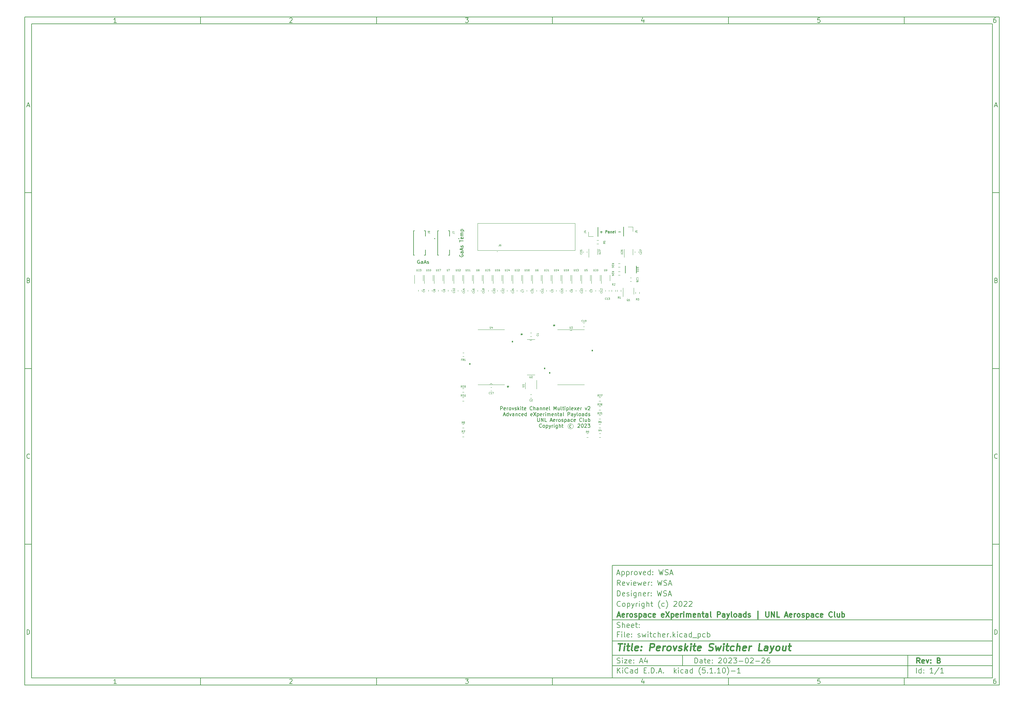
<source format=gbr>
%TF.GenerationSoftware,KiCad,Pcbnew,(5.1.10)-1*%
%TF.CreationDate,2023-02-26T14:00:58-06:00*%
%TF.ProjectId,switcher,73776974-6368-4657-922e-6b696361645f,B*%
%TF.SameCoordinates,Original*%
%TF.FileFunction,Legend,Top*%
%TF.FilePolarity,Positive*%
%FSLAX46Y46*%
G04 Gerber Fmt 4.6, Leading zero omitted, Abs format (unit mm)*
G04 Created by KiCad (PCBNEW (5.1.10)-1) date 2023-02-26 14:00:58*
%MOMM*%
%LPD*%
G01*
G04 APERTURE LIST*
%ADD10C,0.100000*%
%ADD11C,0.150000*%
%ADD12C,0.300000*%
%ADD13C,0.400000*%
%ADD14C,0.200000*%
%ADD15C,0.127000*%
%ADD16C,0.120000*%
%ADD17C,0.152400*%
G04 APERTURE END LIST*
D10*
D11*
X177002200Y-166007200D02*
X177002200Y-198007200D01*
X285002200Y-198007200D01*
X285002200Y-166007200D01*
X177002200Y-166007200D01*
D10*
D11*
X10000000Y-10000000D02*
X10000000Y-200007200D01*
X287002200Y-200007200D01*
X287002200Y-10000000D01*
X10000000Y-10000000D01*
D10*
D11*
X12000000Y-12000000D02*
X12000000Y-198007200D01*
X285002200Y-198007200D01*
X285002200Y-12000000D01*
X12000000Y-12000000D01*
D10*
D11*
X60000000Y-12000000D02*
X60000000Y-10000000D01*
D10*
D11*
X110000000Y-12000000D02*
X110000000Y-10000000D01*
D10*
D11*
X160000000Y-12000000D02*
X160000000Y-10000000D01*
D10*
D11*
X210000000Y-12000000D02*
X210000000Y-10000000D01*
D10*
D11*
X260000000Y-12000000D02*
X260000000Y-10000000D01*
D10*
D11*
X36065476Y-11588095D02*
X35322619Y-11588095D01*
X35694047Y-11588095D02*
X35694047Y-10288095D01*
X35570238Y-10473809D01*
X35446428Y-10597619D01*
X35322619Y-10659523D01*
D10*
D11*
X85322619Y-10411904D02*
X85384523Y-10350000D01*
X85508333Y-10288095D01*
X85817857Y-10288095D01*
X85941666Y-10350000D01*
X86003571Y-10411904D01*
X86065476Y-10535714D01*
X86065476Y-10659523D01*
X86003571Y-10845238D01*
X85260714Y-11588095D01*
X86065476Y-11588095D01*
D10*
D11*
X135260714Y-10288095D02*
X136065476Y-10288095D01*
X135632142Y-10783333D01*
X135817857Y-10783333D01*
X135941666Y-10845238D01*
X136003571Y-10907142D01*
X136065476Y-11030952D01*
X136065476Y-11340476D01*
X136003571Y-11464285D01*
X135941666Y-11526190D01*
X135817857Y-11588095D01*
X135446428Y-11588095D01*
X135322619Y-11526190D01*
X135260714Y-11464285D01*
D10*
D11*
X185941666Y-10721428D02*
X185941666Y-11588095D01*
X185632142Y-10226190D02*
X185322619Y-11154761D01*
X186127380Y-11154761D01*
D10*
D11*
X236003571Y-10288095D02*
X235384523Y-10288095D01*
X235322619Y-10907142D01*
X235384523Y-10845238D01*
X235508333Y-10783333D01*
X235817857Y-10783333D01*
X235941666Y-10845238D01*
X236003571Y-10907142D01*
X236065476Y-11030952D01*
X236065476Y-11340476D01*
X236003571Y-11464285D01*
X235941666Y-11526190D01*
X235817857Y-11588095D01*
X235508333Y-11588095D01*
X235384523Y-11526190D01*
X235322619Y-11464285D01*
D10*
D11*
X285941666Y-10288095D02*
X285694047Y-10288095D01*
X285570238Y-10350000D01*
X285508333Y-10411904D01*
X285384523Y-10597619D01*
X285322619Y-10845238D01*
X285322619Y-11340476D01*
X285384523Y-11464285D01*
X285446428Y-11526190D01*
X285570238Y-11588095D01*
X285817857Y-11588095D01*
X285941666Y-11526190D01*
X286003571Y-11464285D01*
X286065476Y-11340476D01*
X286065476Y-11030952D01*
X286003571Y-10907142D01*
X285941666Y-10845238D01*
X285817857Y-10783333D01*
X285570238Y-10783333D01*
X285446428Y-10845238D01*
X285384523Y-10907142D01*
X285322619Y-11030952D01*
D10*
D11*
X60000000Y-198007200D02*
X60000000Y-200007200D01*
D10*
D11*
X110000000Y-198007200D02*
X110000000Y-200007200D01*
D10*
D11*
X160000000Y-198007200D02*
X160000000Y-200007200D01*
D10*
D11*
X210000000Y-198007200D02*
X210000000Y-200007200D01*
D10*
D11*
X260000000Y-198007200D02*
X260000000Y-200007200D01*
D10*
D11*
X36065476Y-199595295D02*
X35322619Y-199595295D01*
X35694047Y-199595295D02*
X35694047Y-198295295D01*
X35570238Y-198481009D01*
X35446428Y-198604819D01*
X35322619Y-198666723D01*
D10*
D11*
X85322619Y-198419104D02*
X85384523Y-198357200D01*
X85508333Y-198295295D01*
X85817857Y-198295295D01*
X85941666Y-198357200D01*
X86003571Y-198419104D01*
X86065476Y-198542914D01*
X86065476Y-198666723D01*
X86003571Y-198852438D01*
X85260714Y-199595295D01*
X86065476Y-199595295D01*
D10*
D11*
X135260714Y-198295295D02*
X136065476Y-198295295D01*
X135632142Y-198790533D01*
X135817857Y-198790533D01*
X135941666Y-198852438D01*
X136003571Y-198914342D01*
X136065476Y-199038152D01*
X136065476Y-199347676D01*
X136003571Y-199471485D01*
X135941666Y-199533390D01*
X135817857Y-199595295D01*
X135446428Y-199595295D01*
X135322619Y-199533390D01*
X135260714Y-199471485D01*
D10*
D11*
X185941666Y-198728628D02*
X185941666Y-199595295D01*
X185632142Y-198233390D02*
X185322619Y-199161961D01*
X186127380Y-199161961D01*
D10*
D11*
X236003571Y-198295295D02*
X235384523Y-198295295D01*
X235322619Y-198914342D01*
X235384523Y-198852438D01*
X235508333Y-198790533D01*
X235817857Y-198790533D01*
X235941666Y-198852438D01*
X236003571Y-198914342D01*
X236065476Y-199038152D01*
X236065476Y-199347676D01*
X236003571Y-199471485D01*
X235941666Y-199533390D01*
X235817857Y-199595295D01*
X235508333Y-199595295D01*
X235384523Y-199533390D01*
X235322619Y-199471485D01*
D10*
D11*
X285941666Y-198295295D02*
X285694047Y-198295295D01*
X285570238Y-198357200D01*
X285508333Y-198419104D01*
X285384523Y-198604819D01*
X285322619Y-198852438D01*
X285322619Y-199347676D01*
X285384523Y-199471485D01*
X285446428Y-199533390D01*
X285570238Y-199595295D01*
X285817857Y-199595295D01*
X285941666Y-199533390D01*
X286003571Y-199471485D01*
X286065476Y-199347676D01*
X286065476Y-199038152D01*
X286003571Y-198914342D01*
X285941666Y-198852438D01*
X285817857Y-198790533D01*
X285570238Y-198790533D01*
X285446428Y-198852438D01*
X285384523Y-198914342D01*
X285322619Y-199038152D01*
D10*
D11*
X10000000Y-60000000D02*
X12000000Y-60000000D01*
D10*
D11*
X10000000Y-110000000D02*
X12000000Y-110000000D01*
D10*
D11*
X10000000Y-160000000D02*
X12000000Y-160000000D01*
D10*
D11*
X10690476Y-35216666D02*
X11309523Y-35216666D01*
X10566666Y-35588095D02*
X11000000Y-34288095D01*
X11433333Y-35588095D01*
D10*
D11*
X11092857Y-84907142D02*
X11278571Y-84969047D01*
X11340476Y-85030952D01*
X11402380Y-85154761D01*
X11402380Y-85340476D01*
X11340476Y-85464285D01*
X11278571Y-85526190D01*
X11154761Y-85588095D01*
X10659523Y-85588095D01*
X10659523Y-84288095D01*
X11092857Y-84288095D01*
X11216666Y-84350000D01*
X11278571Y-84411904D01*
X11340476Y-84535714D01*
X11340476Y-84659523D01*
X11278571Y-84783333D01*
X11216666Y-84845238D01*
X11092857Y-84907142D01*
X10659523Y-84907142D01*
D10*
D11*
X11402380Y-135464285D02*
X11340476Y-135526190D01*
X11154761Y-135588095D01*
X11030952Y-135588095D01*
X10845238Y-135526190D01*
X10721428Y-135402380D01*
X10659523Y-135278571D01*
X10597619Y-135030952D01*
X10597619Y-134845238D01*
X10659523Y-134597619D01*
X10721428Y-134473809D01*
X10845238Y-134350000D01*
X11030952Y-134288095D01*
X11154761Y-134288095D01*
X11340476Y-134350000D01*
X11402380Y-134411904D01*
D10*
D11*
X10659523Y-185588095D02*
X10659523Y-184288095D01*
X10969047Y-184288095D01*
X11154761Y-184350000D01*
X11278571Y-184473809D01*
X11340476Y-184597619D01*
X11402380Y-184845238D01*
X11402380Y-185030952D01*
X11340476Y-185278571D01*
X11278571Y-185402380D01*
X11154761Y-185526190D01*
X10969047Y-185588095D01*
X10659523Y-185588095D01*
D10*
D11*
X287002200Y-60000000D02*
X285002200Y-60000000D01*
D10*
D11*
X287002200Y-110000000D02*
X285002200Y-110000000D01*
D10*
D11*
X287002200Y-160000000D02*
X285002200Y-160000000D01*
D10*
D11*
X285692676Y-35216666D02*
X286311723Y-35216666D01*
X285568866Y-35588095D02*
X286002200Y-34288095D01*
X286435533Y-35588095D01*
D10*
D11*
X286095057Y-84907142D02*
X286280771Y-84969047D01*
X286342676Y-85030952D01*
X286404580Y-85154761D01*
X286404580Y-85340476D01*
X286342676Y-85464285D01*
X286280771Y-85526190D01*
X286156961Y-85588095D01*
X285661723Y-85588095D01*
X285661723Y-84288095D01*
X286095057Y-84288095D01*
X286218866Y-84350000D01*
X286280771Y-84411904D01*
X286342676Y-84535714D01*
X286342676Y-84659523D01*
X286280771Y-84783333D01*
X286218866Y-84845238D01*
X286095057Y-84907142D01*
X285661723Y-84907142D01*
D10*
D11*
X286404580Y-135464285D02*
X286342676Y-135526190D01*
X286156961Y-135588095D01*
X286033152Y-135588095D01*
X285847438Y-135526190D01*
X285723628Y-135402380D01*
X285661723Y-135278571D01*
X285599819Y-135030952D01*
X285599819Y-134845238D01*
X285661723Y-134597619D01*
X285723628Y-134473809D01*
X285847438Y-134350000D01*
X286033152Y-134288095D01*
X286156961Y-134288095D01*
X286342676Y-134350000D01*
X286404580Y-134411904D01*
D10*
D11*
X285661723Y-185588095D02*
X285661723Y-184288095D01*
X285971247Y-184288095D01*
X286156961Y-184350000D01*
X286280771Y-184473809D01*
X286342676Y-184597619D01*
X286404580Y-184845238D01*
X286404580Y-185030952D01*
X286342676Y-185278571D01*
X286280771Y-185402380D01*
X286156961Y-185526190D01*
X285971247Y-185588095D01*
X285661723Y-185588095D01*
D10*
D11*
X200434342Y-193785771D02*
X200434342Y-192285771D01*
X200791485Y-192285771D01*
X201005771Y-192357200D01*
X201148628Y-192500057D01*
X201220057Y-192642914D01*
X201291485Y-192928628D01*
X201291485Y-193142914D01*
X201220057Y-193428628D01*
X201148628Y-193571485D01*
X201005771Y-193714342D01*
X200791485Y-193785771D01*
X200434342Y-193785771D01*
X202577200Y-193785771D02*
X202577200Y-193000057D01*
X202505771Y-192857200D01*
X202362914Y-192785771D01*
X202077200Y-192785771D01*
X201934342Y-192857200D01*
X202577200Y-193714342D02*
X202434342Y-193785771D01*
X202077200Y-193785771D01*
X201934342Y-193714342D01*
X201862914Y-193571485D01*
X201862914Y-193428628D01*
X201934342Y-193285771D01*
X202077200Y-193214342D01*
X202434342Y-193214342D01*
X202577200Y-193142914D01*
X203077200Y-192785771D02*
X203648628Y-192785771D01*
X203291485Y-192285771D02*
X203291485Y-193571485D01*
X203362914Y-193714342D01*
X203505771Y-193785771D01*
X203648628Y-193785771D01*
X204720057Y-193714342D02*
X204577200Y-193785771D01*
X204291485Y-193785771D01*
X204148628Y-193714342D01*
X204077200Y-193571485D01*
X204077200Y-193000057D01*
X204148628Y-192857200D01*
X204291485Y-192785771D01*
X204577200Y-192785771D01*
X204720057Y-192857200D01*
X204791485Y-193000057D01*
X204791485Y-193142914D01*
X204077200Y-193285771D01*
X205434342Y-193642914D02*
X205505771Y-193714342D01*
X205434342Y-193785771D01*
X205362914Y-193714342D01*
X205434342Y-193642914D01*
X205434342Y-193785771D01*
X205434342Y-192857200D02*
X205505771Y-192928628D01*
X205434342Y-193000057D01*
X205362914Y-192928628D01*
X205434342Y-192857200D01*
X205434342Y-193000057D01*
X207220057Y-192428628D02*
X207291485Y-192357200D01*
X207434342Y-192285771D01*
X207791485Y-192285771D01*
X207934342Y-192357200D01*
X208005771Y-192428628D01*
X208077200Y-192571485D01*
X208077200Y-192714342D01*
X208005771Y-192928628D01*
X207148628Y-193785771D01*
X208077200Y-193785771D01*
X209005771Y-192285771D02*
X209148628Y-192285771D01*
X209291485Y-192357200D01*
X209362914Y-192428628D01*
X209434342Y-192571485D01*
X209505771Y-192857200D01*
X209505771Y-193214342D01*
X209434342Y-193500057D01*
X209362914Y-193642914D01*
X209291485Y-193714342D01*
X209148628Y-193785771D01*
X209005771Y-193785771D01*
X208862914Y-193714342D01*
X208791485Y-193642914D01*
X208720057Y-193500057D01*
X208648628Y-193214342D01*
X208648628Y-192857200D01*
X208720057Y-192571485D01*
X208791485Y-192428628D01*
X208862914Y-192357200D01*
X209005771Y-192285771D01*
X210077200Y-192428628D02*
X210148628Y-192357200D01*
X210291485Y-192285771D01*
X210648628Y-192285771D01*
X210791485Y-192357200D01*
X210862914Y-192428628D01*
X210934342Y-192571485D01*
X210934342Y-192714342D01*
X210862914Y-192928628D01*
X210005771Y-193785771D01*
X210934342Y-193785771D01*
X211434342Y-192285771D02*
X212362914Y-192285771D01*
X211862914Y-192857200D01*
X212077200Y-192857200D01*
X212220057Y-192928628D01*
X212291485Y-193000057D01*
X212362914Y-193142914D01*
X212362914Y-193500057D01*
X212291485Y-193642914D01*
X212220057Y-193714342D01*
X212077200Y-193785771D01*
X211648628Y-193785771D01*
X211505771Y-193714342D01*
X211434342Y-193642914D01*
X213005771Y-193214342D02*
X214148628Y-193214342D01*
X215148628Y-192285771D02*
X215291485Y-192285771D01*
X215434342Y-192357200D01*
X215505771Y-192428628D01*
X215577200Y-192571485D01*
X215648628Y-192857200D01*
X215648628Y-193214342D01*
X215577200Y-193500057D01*
X215505771Y-193642914D01*
X215434342Y-193714342D01*
X215291485Y-193785771D01*
X215148628Y-193785771D01*
X215005771Y-193714342D01*
X214934342Y-193642914D01*
X214862914Y-193500057D01*
X214791485Y-193214342D01*
X214791485Y-192857200D01*
X214862914Y-192571485D01*
X214934342Y-192428628D01*
X215005771Y-192357200D01*
X215148628Y-192285771D01*
X216220057Y-192428628D02*
X216291485Y-192357200D01*
X216434342Y-192285771D01*
X216791485Y-192285771D01*
X216934342Y-192357200D01*
X217005771Y-192428628D01*
X217077200Y-192571485D01*
X217077200Y-192714342D01*
X217005771Y-192928628D01*
X216148628Y-193785771D01*
X217077200Y-193785771D01*
X217720057Y-193214342D02*
X218862914Y-193214342D01*
X219505771Y-192428628D02*
X219577200Y-192357200D01*
X219720057Y-192285771D01*
X220077200Y-192285771D01*
X220220057Y-192357200D01*
X220291485Y-192428628D01*
X220362914Y-192571485D01*
X220362914Y-192714342D01*
X220291485Y-192928628D01*
X219434342Y-193785771D01*
X220362914Y-193785771D01*
X221648628Y-192285771D02*
X221362914Y-192285771D01*
X221220057Y-192357200D01*
X221148628Y-192428628D01*
X221005771Y-192642914D01*
X220934342Y-192928628D01*
X220934342Y-193500057D01*
X221005771Y-193642914D01*
X221077200Y-193714342D01*
X221220057Y-193785771D01*
X221505771Y-193785771D01*
X221648628Y-193714342D01*
X221720057Y-193642914D01*
X221791485Y-193500057D01*
X221791485Y-193142914D01*
X221720057Y-193000057D01*
X221648628Y-192928628D01*
X221505771Y-192857200D01*
X221220057Y-192857200D01*
X221077200Y-192928628D01*
X221005771Y-193000057D01*
X220934342Y-193142914D01*
D10*
D11*
X177002200Y-194507200D02*
X285002200Y-194507200D01*
D10*
D11*
X178434342Y-196585771D02*
X178434342Y-195085771D01*
X179291485Y-196585771D02*
X178648628Y-195728628D01*
X179291485Y-195085771D02*
X178434342Y-195942914D01*
X179934342Y-196585771D02*
X179934342Y-195585771D01*
X179934342Y-195085771D02*
X179862914Y-195157200D01*
X179934342Y-195228628D01*
X180005771Y-195157200D01*
X179934342Y-195085771D01*
X179934342Y-195228628D01*
X181505771Y-196442914D02*
X181434342Y-196514342D01*
X181220057Y-196585771D01*
X181077200Y-196585771D01*
X180862914Y-196514342D01*
X180720057Y-196371485D01*
X180648628Y-196228628D01*
X180577200Y-195942914D01*
X180577200Y-195728628D01*
X180648628Y-195442914D01*
X180720057Y-195300057D01*
X180862914Y-195157200D01*
X181077200Y-195085771D01*
X181220057Y-195085771D01*
X181434342Y-195157200D01*
X181505771Y-195228628D01*
X182791485Y-196585771D02*
X182791485Y-195800057D01*
X182720057Y-195657200D01*
X182577200Y-195585771D01*
X182291485Y-195585771D01*
X182148628Y-195657200D01*
X182791485Y-196514342D02*
X182648628Y-196585771D01*
X182291485Y-196585771D01*
X182148628Y-196514342D01*
X182077200Y-196371485D01*
X182077200Y-196228628D01*
X182148628Y-196085771D01*
X182291485Y-196014342D01*
X182648628Y-196014342D01*
X182791485Y-195942914D01*
X184148628Y-196585771D02*
X184148628Y-195085771D01*
X184148628Y-196514342D02*
X184005771Y-196585771D01*
X183720057Y-196585771D01*
X183577200Y-196514342D01*
X183505771Y-196442914D01*
X183434342Y-196300057D01*
X183434342Y-195871485D01*
X183505771Y-195728628D01*
X183577200Y-195657200D01*
X183720057Y-195585771D01*
X184005771Y-195585771D01*
X184148628Y-195657200D01*
X186005771Y-195800057D02*
X186505771Y-195800057D01*
X186720057Y-196585771D02*
X186005771Y-196585771D01*
X186005771Y-195085771D01*
X186720057Y-195085771D01*
X187362914Y-196442914D02*
X187434342Y-196514342D01*
X187362914Y-196585771D01*
X187291485Y-196514342D01*
X187362914Y-196442914D01*
X187362914Y-196585771D01*
X188077200Y-196585771D02*
X188077200Y-195085771D01*
X188434342Y-195085771D01*
X188648628Y-195157200D01*
X188791485Y-195300057D01*
X188862914Y-195442914D01*
X188934342Y-195728628D01*
X188934342Y-195942914D01*
X188862914Y-196228628D01*
X188791485Y-196371485D01*
X188648628Y-196514342D01*
X188434342Y-196585771D01*
X188077200Y-196585771D01*
X189577200Y-196442914D02*
X189648628Y-196514342D01*
X189577200Y-196585771D01*
X189505771Y-196514342D01*
X189577200Y-196442914D01*
X189577200Y-196585771D01*
X190220057Y-196157200D02*
X190934342Y-196157200D01*
X190077200Y-196585771D02*
X190577200Y-195085771D01*
X191077200Y-196585771D01*
X191577200Y-196442914D02*
X191648628Y-196514342D01*
X191577200Y-196585771D01*
X191505771Y-196514342D01*
X191577200Y-196442914D01*
X191577200Y-196585771D01*
X194577200Y-196585771D02*
X194577200Y-195085771D01*
X194720057Y-196014342D02*
X195148628Y-196585771D01*
X195148628Y-195585771D02*
X194577200Y-196157200D01*
X195791485Y-196585771D02*
X195791485Y-195585771D01*
X195791485Y-195085771D02*
X195720057Y-195157200D01*
X195791485Y-195228628D01*
X195862914Y-195157200D01*
X195791485Y-195085771D01*
X195791485Y-195228628D01*
X197148628Y-196514342D02*
X197005771Y-196585771D01*
X196720057Y-196585771D01*
X196577200Y-196514342D01*
X196505771Y-196442914D01*
X196434342Y-196300057D01*
X196434342Y-195871485D01*
X196505771Y-195728628D01*
X196577200Y-195657200D01*
X196720057Y-195585771D01*
X197005771Y-195585771D01*
X197148628Y-195657200D01*
X198434342Y-196585771D02*
X198434342Y-195800057D01*
X198362914Y-195657200D01*
X198220057Y-195585771D01*
X197934342Y-195585771D01*
X197791485Y-195657200D01*
X198434342Y-196514342D02*
X198291485Y-196585771D01*
X197934342Y-196585771D01*
X197791485Y-196514342D01*
X197720057Y-196371485D01*
X197720057Y-196228628D01*
X197791485Y-196085771D01*
X197934342Y-196014342D01*
X198291485Y-196014342D01*
X198434342Y-195942914D01*
X199791485Y-196585771D02*
X199791485Y-195085771D01*
X199791485Y-196514342D02*
X199648628Y-196585771D01*
X199362914Y-196585771D01*
X199220057Y-196514342D01*
X199148628Y-196442914D01*
X199077200Y-196300057D01*
X199077200Y-195871485D01*
X199148628Y-195728628D01*
X199220057Y-195657200D01*
X199362914Y-195585771D01*
X199648628Y-195585771D01*
X199791485Y-195657200D01*
X202077200Y-197157200D02*
X202005771Y-197085771D01*
X201862914Y-196871485D01*
X201791485Y-196728628D01*
X201720057Y-196514342D01*
X201648628Y-196157200D01*
X201648628Y-195871485D01*
X201720057Y-195514342D01*
X201791485Y-195300057D01*
X201862914Y-195157200D01*
X202005771Y-194942914D01*
X202077200Y-194871485D01*
X203362914Y-195085771D02*
X202648628Y-195085771D01*
X202577200Y-195800057D01*
X202648628Y-195728628D01*
X202791485Y-195657200D01*
X203148628Y-195657200D01*
X203291485Y-195728628D01*
X203362914Y-195800057D01*
X203434342Y-195942914D01*
X203434342Y-196300057D01*
X203362914Y-196442914D01*
X203291485Y-196514342D01*
X203148628Y-196585771D01*
X202791485Y-196585771D01*
X202648628Y-196514342D01*
X202577200Y-196442914D01*
X204077200Y-196442914D02*
X204148628Y-196514342D01*
X204077200Y-196585771D01*
X204005771Y-196514342D01*
X204077200Y-196442914D01*
X204077200Y-196585771D01*
X205577200Y-196585771D02*
X204720057Y-196585771D01*
X205148628Y-196585771D02*
X205148628Y-195085771D01*
X205005771Y-195300057D01*
X204862914Y-195442914D01*
X204720057Y-195514342D01*
X206220057Y-196442914D02*
X206291485Y-196514342D01*
X206220057Y-196585771D01*
X206148628Y-196514342D01*
X206220057Y-196442914D01*
X206220057Y-196585771D01*
X207720057Y-196585771D02*
X206862914Y-196585771D01*
X207291485Y-196585771D02*
X207291485Y-195085771D01*
X207148628Y-195300057D01*
X207005771Y-195442914D01*
X206862914Y-195514342D01*
X208648628Y-195085771D02*
X208791485Y-195085771D01*
X208934342Y-195157200D01*
X209005771Y-195228628D01*
X209077200Y-195371485D01*
X209148628Y-195657200D01*
X209148628Y-196014342D01*
X209077200Y-196300057D01*
X209005771Y-196442914D01*
X208934342Y-196514342D01*
X208791485Y-196585771D01*
X208648628Y-196585771D01*
X208505771Y-196514342D01*
X208434342Y-196442914D01*
X208362914Y-196300057D01*
X208291485Y-196014342D01*
X208291485Y-195657200D01*
X208362914Y-195371485D01*
X208434342Y-195228628D01*
X208505771Y-195157200D01*
X208648628Y-195085771D01*
X209648628Y-197157200D02*
X209720057Y-197085771D01*
X209862914Y-196871485D01*
X209934342Y-196728628D01*
X210005771Y-196514342D01*
X210077200Y-196157200D01*
X210077200Y-195871485D01*
X210005771Y-195514342D01*
X209934342Y-195300057D01*
X209862914Y-195157200D01*
X209720057Y-194942914D01*
X209648628Y-194871485D01*
X210791485Y-196014342D02*
X211934342Y-196014342D01*
X213434342Y-196585771D02*
X212577200Y-196585771D01*
X213005771Y-196585771D02*
X213005771Y-195085771D01*
X212862914Y-195300057D01*
X212720057Y-195442914D01*
X212577200Y-195514342D01*
D10*
D11*
X177002200Y-191507200D02*
X285002200Y-191507200D01*
D10*
D12*
X264411485Y-193785771D02*
X263911485Y-193071485D01*
X263554342Y-193785771D02*
X263554342Y-192285771D01*
X264125771Y-192285771D01*
X264268628Y-192357200D01*
X264340057Y-192428628D01*
X264411485Y-192571485D01*
X264411485Y-192785771D01*
X264340057Y-192928628D01*
X264268628Y-193000057D01*
X264125771Y-193071485D01*
X263554342Y-193071485D01*
X265625771Y-193714342D02*
X265482914Y-193785771D01*
X265197200Y-193785771D01*
X265054342Y-193714342D01*
X264982914Y-193571485D01*
X264982914Y-193000057D01*
X265054342Y-192857200D01*
X265197200Y-192785771D01*
X265482914Y-192785771D01*
X265625771Y-192857200D01*
X265697200Y-193000057D01*
X265697200Y-193142914D01*
X264982914Y-193285771D01*
X266197200Y-192785771D02*
X266554342Y-193785771D01*
X266911485Y-192785771D01*
X267482914Y-193642914D02*
X267554342Y-193714342D01*
X267482914Y-193785771D01*
X267411485Y-193714342D01*
X267482914Y-193642914D01*
X267482914Y-193785771D01*
X267482914Y-192857200D02*
X267554342Y-192928628D01*
X267482914Y-193000057D01*
X267411485Y-192928628D01*
X267482914Y-192857200D01*
X267482914Y-193000057D01*
X269840057Y-193000057D02*
X270054342Y-193071485D01*
X270125771Y-193142914D01*
X270197200Y-193285771D01*
X270197200Y-193500057D01*
X270125771Y-193642914D01*
X270054342Y-193714342D01*
X269911485Y-193785771D01*
X269340057Y-193785771D01*
X269340057Y-192285771D01*
X269840057Y-192285771D01*
X269982914Y-192357200D01*
X270054342Y-192428628D01*
X270125771Y-192571485D01*
X270125771Y-192714342D01*
X270054342Y-192857200D01*
X269982914Y-192928628D01*
X269840057Y-193000057D01*
X269340057Y-193000057D01*
D10*
D11*
X178362914Y-193714342D02*
X178577200Y-193785771D01*
X178934342Y-193785771D01*
X179077200Y-193714342D01*
X179148628Y-193642914D01*
X179220057Y-193500057D01*
X179220057Y-193357200D01*
X179148628Y-193214342D01*
X179077200Y-193142914D01*
X178934342Y-193071485D01*
X178648628Y-193000057D01*
X178505771Y-192928628D01*
X178434342Y-192857200D01*
X178362914Y-192714342D01*
X178362914Y-192571485D01*
X178434342Y-192428628D01*
X178505771Y-192357200D01*
X178648628Y-192285771D01*
X179005771Y-192285771D01*
X179220057Y-192357200D01*
X179862914Y-193785771D02*
X179862914Y-192785771D01*
X179862914Y-192285771D02*
X179791485Y-192357200D01*
X179862914Y-192428628D01*
X179934342Y-192357200D01*
X179862914Y-192285771D01*
X179862914Y-192428628D01*
X180434342Y-192785771D02*
X181220057Y-192785771D01*
X180434342Y-193785771D01*
X181220057Y-193785771D01*
X182362914Y-193714342D02*
X182220057Y-193785771D01*
X181934342Y-193785771D01*
X181791485Y-193714342D01*
X181720057Y-193571485D01*
X181720057Y-193000057D01*
X181791485Y-192857200D01*
X181934342Y-192785771D01*
X182220057Y-192785771D01*
X182362914Y-192857200D01*
X182434342Y-193000057D01*
X182434342Y-193142914D01*
X181720057Y-193285771D01*
X183077200Y-193642914D02*
X183148628Y-193714342D01*
X183077200Y-193785771D01*
X183005771Y-193714342D01*
X183077200Y-193642914D01*
X183077200Y-193785771D01*
X183077200Y-192857200D02*
X183148628Y-192928628D01*
X183077200Y-193000057D01*
X183005771Y-192928628D01*
X183077200Y-192857200D01*
X183077200Y-193000057D01*
X184862914Y-193357200D02*
X185577200Y-193357200D01*
X184720057Y-193785771D02*
X185220057Y-192285771D01*
X185720057Y-193785771D01*
X186862914Y-192785771D02*
X186862914Y-193785771D01*
X186505771Y-192214342D02*
X186148628Y-193285771D01*
X187077200Y-193285771D01*
D10*
D11*
X263434342Y-196585771D02*
X263434342Y-195085771D01*
X264791485Y-196585771D02*
X264791485Y-195085771D01*
X264791485Y-196514342D02*
X264648628Y-196585771D01*
X264362914Y-196585771D01*
X264220057Y-196514342D01*
X264148628Y-196442914D01*
X264077200Y-196300057D01*
X264077200Y-195871485D01*
X264148628Y-195728628D01*
X264220057Y-195657200D01*
X264362914Y-195585771D01*
X264648628Y-195585771D01*
X264791485Y-195657200D01*
X265505771Y-196442914D02*
X265577200Y-196514342D01*
X265505771Y-196585771D01*
X265434342Y-196514342D01*
X265505771Y-196442914D01*
X265505771Y-196585771D01*
X265505771Y-195657200D02*
X265577200Y-195728628D01*
X265505771Y-195800057D01*
X265434342Y-195728628D01*
X265505771Y-195657200D01*
X265505771Y-195800057D01*
X268148628Y-196585771D02*
X267291485Y-196585771D01*
X267720057Y-196585771D02*
X267720057Y-195085771D01*
X267577200Y-195300057D01*
X267434342Y-195442914D01*
X267291485Y-195514342D01*
X269862914Y-195014342D02*
X268577200Y-196942914D01*
X271148628Y-196585771D02*
X270291485Y-196585771D01*
X270720057Y-196585771D02*
X270720057Y-195085771D01*
X270577200Y-195300057D01*
X270434342Y-195442914D01*
X270291485Y-195514342D01*
D10*
D11*
X177002200Y-187507200D02*
X285002200Y-187507200D01*
D10*
D13*
X178714580Y-188211961D02*
X179857438Y-188211961D01*
X179036009Y-190211961D02*
X179286009Y-188211961D01*
X180274104Y-190211961D02*
X180440771Y-188878628D01*
X180524104Y-188211961D02*
X180416961Y-188307200D01*
X180500295Y-188402438D01*
X180607438Y-188307200D01*
X180524104Y-188211961D01*
X180500295Y-188402438D01*
X181107438Y-188878628D02*
X181869342Y-188878628D01*
X181476485Y-188211961D02*
X181262200Y-189926247D01*
X181333628Y-190116723D01*
X181512200Y-190211961D01*
X181702676Y-190211961D01*
X182655057Y-190211961D02*
X182476485Y-190116723D01*
X182405057Y-189926247D01*
X182619342Y-188211961D01*
X184190771Y-190116723D02*
X183988390Y-190211961D01*
X183607438Y-190211961D01*
X183428866Y-190116723D01*
X183357438Y-189926247D01*
X183452676Y-189164342D01*
X183571723Y-188973866D01*
X183774104Y-188878628D01*
X184155057Y-188878628D01*
X184333628Y-188973866D01*
X184405057Y-189164342D01*
X184381247Y-189354819D01*
X183405057Y-189545295D01*
X185155057Y-190021485D02*
X185238390Y-190116723D01*
X185131247Y-190211961D01*
X185047914Y-190116723D01*
X185155057Y-190021485D01*
X185131247Y-190211961D01*
X185286009Y-188973866D02*
X185369342Y-189069104D01*
X185262200Y-189164342D01*
X185178866Y-189069104D01*
X185286009Y-188973866D01*
X185262200Y-189164342D01*
X187607438Y-190211961D02*
X187857438Y-188211961D01*
X188619342Y-188211961D01*
X188797914Y-188307200D01*
X188881247Y-188402438D01*
X188952676Y-188592914D01*
X188916961Y-188878628D01*
X188797914Y-189069104D01*
X188690771Y-189164342D01*
X188488390Y-189259580D01*
X187726485Y-189259580D01*
X190381247Y-190116723D02*
X190178866Y-190211961D01*
X189797914Y-190211961D01*
X189619342Y-190116723D01*
X189547914Y-189926247D01*
X189643152Y-189164342D01*
X189762200Y-188973866D01*
X189964580Y-188878628D01*
X190345533Y-188878628D01*
X190524104Y-188973866D01*
X190595533Y-189164342D01*
X190571723Y-189354819D01*
X189595533Y-189545295D01*
X191321723Y-190211961D02*
X191488390Y-188878628D01*
X191440771Y-189259580D02*
X191559819Y-189069104D01*
X191666961Y-188973866D01*
X191869342Y-188878628D01*
X192059819Y-188878628D01*
X192845533Y-190211961D02*
X192666961Y-190116723D01*
X192583628Y-190021485D01*
X192512200Y-189831009D01*
X192583628Y-189259580D01*
X192702676Y-189069104D01*
X192809819Y-188973866D01*
X193012200Y-188878628D01*
X193297914Y-188878628D01*
X193476485Y-188973866D01*
X193559819Y-189069104D01*
X193631247Y-189259580D01*
X193559819Y-189831009D01*
X193440771Y-190021485D01*
X193333628Y-190116723D01*
X193131247Y-190211961D01*
X192845533Y-190211961D01*
X194345533Y-188878628D02*
X194655057Y-190211961D01*
X195297914Y-188878628D01*
X195809819Y-190116723D02*
X195988390Y-190211961D01*
X196369342Y-190211961D01*
X196571723Y-190116723D01*
X196690771Y-189926247D01*
X196702676Y-189831009D01*
X196631247Y-189640533D01*
X196452676Y-189545295D01*
X196166961Y-189545295D01*
X195988390Y-189450057D01*
X195916961Y-189259580D01*
X195928866Y-189164342D01*
X196047914Y-188973866D01*
X196250295Y-188878628D01*
X196536009Y-188878628D01*
X196714580Y-188973866D01*
X197512200Y-190211961D02*
X197762200Y-188211961D01*
X197797914Y-189450057D02*
X198274104Y-190211961D01*
X198440771Y-188878628D02*
X197583628Y-189640533D01*
X199131247Y-190211961D02*
X199297914Y-188878628D01*
X199381247Y-188211961D02*
X199274104Y-188307200D01*
X199357438Y-188402438D01*
X199464580Y-188307200D01*
X199381247Y-188211961D01*
X199357438Y-188402438D01*
X199964580Y-188878628D02*
X200726485Y-188878628D01*
X200333628Y-188211961D02*
X200119342Y-189926247D01*
X200190771Y-190116723D01*
X200369342Y-190211961D01*
X200559819Y-190211961D01*
X202000295Y-190116723D02*
X201797914Y-190211961D01*
X201416961Y-190211961D01*
X201238390Y-190116723D01*
X201166961Y-189926247D01*
X201262200Y-189164342D01*
X201381247Y-188973866D01*
X201583628Y-188878628D01*
X201964580Y-188878628D01*
X202143152Y-188973866D01*
X202214580Y-189164342D01*
X202190771Y-189354819D01*
X201214580Y-189545295D01*
X204381247Y-190116723D02*
X204655057Y-190211961D01*
X205131247Y-190211961D01*
X205333628Y-190116723D01*
X205440771Y-190021485D01*
X205559819Y-189831009D01*
X205583628Y-189640533D01*
X205512200Y-189450057D01*
X205428866Y-189354819D01*
X205250295Y-189259580D01*
X204881247Y-189164342D01*
X204702676Y-189069104D01*
X204619342Y-188973866D01*
X204547914Y-188783390D01*
X204571723Y-188592914D01*
X204690771Y-188402438D01*
X204797914Y-188307200D01*
X205000295Y-188211961D01*
X205476485Y-188211961D01*
X205750295Y-188307200D01*
X206345533Y-188878628D02*
X206559819Y-190211961D01*
X207059819Y-189259580D01*
X207321723Y-190211961D01*
X207869342Y-188878628D01*
X208464580Y-190211961D02*
X208631247Y-188878628D01*
X208714580Y-188211961D02*
X208607438Y-188307200D01*
X208690771Y-188402438D01*
X208797914Y-188307200D01*
X208714580Y-188211961D01*
X208690771Y-188402438D01*
X209297914Y-188878628D02*
X210059819Y-188878628D01*
X209666961Y-188211961D02*
X209452676Y-189926247D01*
X209524104Y-190116723D01*
X209702676Y-190211961D01*
X209893152Y-190211961D01*
X211428866Y-190116723D02*
X211226485Y-190211961D01*
X210845533Y-190211961D01*
X210666961Y-190116723D01*
X210583628Y-190021485D01*
X210512200Y-189831009D01*
X210583628Y-189259580D01*
X210702676Y-189069104D01*
X210809819Y-188973866D01*
X211012200Y-188878628D01*
X211393152Y-188878628D01*
X211571723Y-188973866D01*
X212274104Y-190211961D02*
X212524104Y-188211961D01*
X213131247Y-190211961D02*
X213262200Y-189164342D01*
X213190771Y-188973866D01*
X213012200Y-188878628D01*
X212726485Y-188878628D01*
X212524104Y-188973866D01*
X212416961Y-189069104D01*
X214857438Y-190116723D02*
X214655057Y-190211961D01*
X214274104Y-190211961D01*
X214095533Y-190116723D01*
X214024104Y-189926247D01*
X214119342Y-189164342D01*
X214238390Y-188973866D01*
X214440771Y-188878628D01*
X214821723Y-188878628D01*
X215000295Y-188973866D01*
X215071723Y-189164342D01*
X215047914Y-189354819D01*
X214071723Y-189545295D01*
X215797914Y-190211961D02*
X215964580Y-188878628D01*
X215916961Y-189259580D02*
X216036009Y-189069104D01*
X216143152Y-188973866D01*
X216345533Y-188878628D01*
X216536009Y-188878628D01*
X219512200Y-190211961D02*
X218559819Y-190211961D01*
X218809819Y-188211961D01*
X221036009Y-190211961D02*
X221166961Y-189164342D01*
X221095533Y-188973866D01*
X220916961Y-188878628D01*
X220536009Y-188878628D01*
X220333628Y-188973866D01*
X221047914Y-190116723D02*
X220845533Y-190211961D01*
X220369342Y-190211961D01*
X220190771Y-190116723D01*
X220119342Y-189926247D01*
X220143152Y-189735771D01*
X220262200Y-189545295D01*
X220464580Y-189450057D01*
X220940771Y-189450057D01*
X221143152Y-189354819D01*
X221964580Y-188878628D02*
X222274104Y-190211961D01*
X222916961Y-188878628D02*
X222274104Y-190211961D01*
X222024104Y-190688152D01*
X221916961Y-190783390D01*
X221714580Y-190878628D01*
X223797914Y-190211961D02*
X223619342Y-190116723D01*
X223536009Y-190021485D01*
X223464580Y-189831009D01*
X223536009Y-189259580D01*
X223655057Y-189069104D01*
X223762200Y-188973866D01*
X223964580Y-188878628D01*
X224250295Y-188878628D01*
X224428866Y-188973866D01*
X224512200Y-189069104D01*
X224583628Y-189259580D01*
X224512199Y-189831009D01*
X224393152Y-190021485D01*
X224286009Y-190116723D01*
X224083628Y-190211961D01*
X223797914Y-190211961D01*
X226345533Y-188878628D02*
X226178866Y-190211961D01*
X225488390Y-188878628D02*
X225357438Y-189926247D01*
X225428866Y-190116723D01*
X225607438Y-190211961D01*
X225893152Y-190211961D01*
X226095533Y-190116723D01*
X226202676Y-190021485D01*
X227012199Y-188878628D02*
X227774104Y-188878628D01*
X227381247Y-188211961D02*
X227166961Y-189926247D01*
X227238390Y-190116723D01*
X227416961Y-190211961D01*
X227607438Y-190211961D01*
D10*
D11*
X178934342Y-185600057D02*
X178434342Y-185600057D01*
X178434342Y-186385771D02*
X178434342Y-184885771D01*
X179148628Y-184885771D01*
X179720057Y-186385771D02*
X179720057Y-185385771D01*
X179720057Y-184885771D02*
X179648628Y-184957200D01*
X179720057Y-185028628D01*
X179791485Y-184957200D01*
X179720057Y-184885771D01*
X179720057Y-185028628D01*
X180648628Y-186385771D02*
X180505771Y-186314342D01*
X180434342Y-186171485D01*
X180434342Y-184885771D01*
X181791485Y-186314342D02*
X181648628Y-186385771D01*
X181362914Y-186385771D01*
X181220057Y-186314342D01*
X181148628Y-186171485D01*
X181148628Y-185600057D01*
X181220057Y-185457200D01*
X181362914Y-185385771D01*
X181648628Y-185385771D01*
X181791485Y-185457200D01*
X181862914Y-185600057D01*
X181862914Y-185742914D01*
X181148628Y-185885771D01*
X182505771Y-186242914D02*
X182577200Y-186314342D01*
X182505771Y-186385771D01*
X182434342Y-186314342D01*
X182505771Y-186242914D01*
X182505771Y-186385771D01*
X182505771Y-185457200D02*
X182577200Y-185528628D01*
X182505771Y-185600057D01*
X182434342Y-185528628D01*
X182505771Y-185457200D01*
X182505771Y-185600057D01*
X184291485Y-186314342D02*
X184434342Y-186385771D01*
X184720057Y-186385771D01*
X184862914Y-186314342D01*
X184934342Y-186171485D01*
X184934342Y-186100057D01*
X184862914Y-185957200D01*
X184720057Y-185885771D01*
X184505771Y-185885771D01*
X184362914Y-185814342D01*
X184291485Y-185671485D01*
X184291485Y-185600057D01*
X184362914Y-185457200D01*
X184505771Y-185385771D01*
X184720057Y-185385771D01*
X184862914Y-185457200D01*
X185434342Y-185385771D02*
X185720057Y-186385771D01*
X186005771Y-185671485D01*
X186291485Y-186385771D01*
X186577200Y-185385771D01*
X187148628Y-186385771D02*
X187148628Y-185385771D01*
X187148628Y-184885771D02*
X187077200Y-184957200D01*
X187148628Y-185028628D01*
X187220057Y-184957200D01*
X187148628Y-184885771D01*
X187148628Y-185028628D01*
X187648628Y-185385771D02*
X188220057Y-185385771D01*
X187862914Y-184885771D02*
X187862914Y-186171485D01*
X187934342Y-186314342D01*
X188077200Y-186385771D01*
X188220057Y-186385771D01*
X189362914Y-186314342D02*
X189220057Y-186385771D01*
X188934342Y-186385771D01*
X188791485Y-186314342D01*
X188720057Y-186242914D01*
X188648628Y-186100057D01*
X188648628Y-185671485D01*
X188720057Y-185528628D01*
X188791485Y-185457200D01*
X188934342Y-185385771D01*
X189220057Y-185385771D01*
X189362914Y-185457200D01*
X190005771Y-186385771D02*
X190005771Y-184885771D01*
X190648628Y-186385771D02*
X190648628Y-185600057D01*
X190577200Y-185457200D01*
X190434342Y-185385771D01*
X190220057Y-185385771D01*
X190077200Y-185457200D01*
X190005771Y-185528628D01*
X191934342Y-186314342D02*
X191791485Y-186385771D01*
X191505771Y-186385771D01*
X191362914Y-186314342D01*
X191291485Y-186171485D01*
X191291485Y-185600057D01*
X191362914Y-185457200D01*
X191505771Y-185385771D01*
X191791485Y-185385771D01*
X191934342Y-185457200D01*
X192005771Y-185600057D01*
X192005771Y-185742914D01*
X191291485Y-185885771D01*
X192648628Y-186385771D02*
X192648628Y-185385771D01*
X192648628Y-185671485D02*
X192720057Y-185528628D01*
X192791485Y-185457200D01*
X192934342Y-185385771D01*
X193077200Y-185385771D01*
X193577200Y-186242914D02*
X193648628Y-186314342D01*
X193577200Y-186385771D01*
X193505771Y-186314342D01*
X193577200Y-186242914D01*
X193577200Y-186385771D01*
X194291485Y-186385771D02*
X194291485Y-184885771D01*
X194434342Y-185814342D02*
X194862914Y-186385771D01*
X194862914Y-185385771D02*
X194291485Y-185957200D01*
X195505771Y-186385771D02*
X195505771Y-185385771D01*
X195505771Y-184885771D02*
X195434342Y-184957200D01*
X195505771Y-185028628D01*
X195577200Y-184957200D01*
X195505771Y-184885771D01*
X195505771Y-185028628D01*
X196862914Y-186314342D02*
X196720057Y-186385771D01*
X196434342Y-186385771D01*
X196291485Y-186314342D01*
X196220057Y-186242914D01*
X196148628Y-186100057D01*
X196148628Y-185671485D01*
X196220057Y-185528628D01*
X196291485Y-185457200D01*
X196434342Y-185385771D01*
X196720057Y-185385771D01*
X196862914Y-185457200D01*
X198148628Y-186385771D02*
X198148628Y-185600057D01*
X198077200Y-185457200D01*
X197934342Y-185385771D01*
X197648628Y-185385771D01*
X197505771Y-185457200D01*
X198148628Y-186314342D02*
X198005771Y-186385771D01*
X197648628Y-186385771D01*
X197505771Y-186314342D01*
X197434342Y-186171485D01*
X197434342Y-186028628D01*
X197505771Y-185885771D01*
X197648628Y-185814342D01*
X198005771Y-185814342D01*
X198148628Y-185742914D01*
X199505771Y-186385771D02*
X199505771Y-184885771D01*
X199505771Y-186314342D02*
X199362914Y-186385771D01*
X199077200Y-186385771D01*
X198934342Y-186314342D01*
X198862914Y-186242914D01*
X198791485Y-186100057D01*
X198791485Y-185671485D01*
X198862914Y-185528628D01*
X198934342Y-185457200D01*
X199077200Y-185385771D01*
X199362914Y-185385771D01*
X199505771Y-185457200D01*
X199862914Y-186528628D02*
X201005771Y-186528628D01*
X201362914Y-185385771D02*
X201362914Y-186885771D01*
X201362914Y-185457200D02*
X201505771Y-185385771D01*
X201791485Y-185385771D01*
X201934342Y-185457200D01*
X202005771Y-185528628D01*
X202077200Y-185671485D01*
X202077200Y-186100057D01*
X202005771Y-186242914D01*
X201934342Y-186314342D01*
X201791485Y-186385771D01*
X201505771Y-186385771D01*
X201362914Y-186314342D01*
X203362914Y-186314342D02*
X203220057Y-186385771D01*
X202934342Y-186385771D01*
X202791485Y-186314342D01*
X202720057Y-186242914D01*
X202648628Y-186100057D01*
X202648628Y-185671485D01*
X202720057Y-185528628D01*
X202791485Y-185457200D01*
X202934342Y-185385771D01*
X203220057Y-185385771D01*
X203362914Y-185457200D01*
X204005771Y-186385771D02*
X204005771Y-184885771D01*
X204005771Y-185457200D02*
X204148628Y-185385771D01*
X204434342Y-185385771D01*
X204577200Y-185457200D01*
X204648628Y-185528628D01*
X204720057Y-185671485D01*
X204720057Y-186100057D01*
X204648628Y-186242914D01*
X204577200Y-186314342D01*
X204434342Y-186385771D01*
X204148628Y-186385771D01*
X204005771Y-186314342D01*
D10*
D11*
X177002200Y-181507200D02*
X285002200Y-181507200D01*
D10*
D11*
X178362914Y-183614342D02*
X178577200Y-183685771D01*
X178934342Y-183685771D01*
X179077200Y-183614342D01*
X179148628Y-183542914D01*
X179220057Y-183400057D01*
X179220057Y-183257200D01*
X179148628Y-183114342D01*
X179077200Y-183042914D01*
X178934342Y-182971485D01*
X178648628Y-182900057D01*
X178505771Y-182828628D01*
X178434342Y-182757200D01*
X178362914Y-182614342D01*
X178362914Y-182471485D01*
X178434342Y-182328628D01*
X178505771Y-182257200D01*
X178648628Y-182185771D01*
X179005771Y-182185771D01*
X179220057Y-182257200D01*
X179862914Y-183685771D02*
X179862914Y-182185771D01*
X180505771Y-183685771D02*
X180505771Y-182900057D01*
X180434342Y-182757200D01*
X180291485Y-182685771D01*
X180077200Y-182685771D01*
X179934342Y-182757200D01*
X179862914Y-182828628D01*
X181791485Y-183614342D02*
X181648628Y-183685771D01*
X181362914Y-183685771D01*
X181220057Y-183614342D01*
X181148628Y-183471485D01*
X181148628Y-182900057D01*
X181220057Y-182757200D01*
X181362914Y-182685771D01*
X181648628Y-182685771D01*
X181791485Y-182757200D01*
X181862914Y-182900057D01*
X181862914Y-183042914D01*
X181148628Y-183185771D01*
X183077200Y-183614342D02*
X182934342Y-183685771D01*
X182648628Y-183685771D01*
X182505771Y-183614342D01*
X182434342Y-183471485D01*
X182434342Y-182900057D01*
X182505771Y-182757200D01*
X182648628Y-182685771D01*
X182934342Y-182685771D01*
X183077200Y-182757200D01*
X183148628Y-182900057D01*
X183148628Y-183042914D01*
X182434342Y-183185771D01*
X183577200Y-182685771D02*
X184148628Y-182685771D01*
X183791485Y-182185771D02*
X183791485Y-183471485D01*
X183862914Y-183614342D01*
X184005771Y-183685771D01*
X184148628Y-183685771D01*
X184648628Y-183542914D02*
X184720057Y-183614342D01*
X184648628Y-183685771D01*
X184577200Y-183614342D01*
X184648628Y-183542914D01*
X184648628Y-183685771D01*
X184648628Y-182757200D02*
X184720057Y-182828628D01*
X184648628Y-182900057D01*
X184577200Y-182828628D01*
X184648628Y-182757200D01*
X184648628Y-182900057D01*
D10*
D12*
X178482914Y-180257200D02*
X179197200Y-180257200D01*
X178340057Y-180685771D02*
X178840057Y-179185771D01*
X179340057Y-180685771D01*
X180411485Y-180614342D02*
X180268628Y-180685771D01*
X179982914Y-180685771D01*
X179840057Y-180614342D01*
X179768628Y-180471485D01*
X179768628Y-179900057D01*
X179840057Y-179757200D01*
X179982914Y-179685771D01*
X180268628Y-179685771D01*
X180411485Y-179757200D01*
X180482914Y-179900057D01*
X180482914Y-180042914D01*
X179768628Y-180185771D01*
X181125771Y-180685771D02*
X181125771Y-179685771D01*
X181125771Y-179971485D02*
X181197200Y-179828628D01*
X181268628Y-179757200D01*
X181411485Y-179685771D01*
X181554342Y-179685771D01*
X182268628Y-180685771D02*
X182125771Y-180614342D01*
X182054342Y-180542914D01*
X181982914Y-180400057D01*
X181982914Y-179971485D01*
X182054342Y-179828628D01*
X182125771Y-179757200D01*
X182268628Y-179685771D01*
X182482914Y-179685771D01*
X182625771Y-179757200D01*
X182697200Y-179828628D01*
X182768628Y-179971485D01*
X182768628Y-180400057D01*
X182697200Y-180542914D01*
X182625771Y-180614342D01*
X182482914Y-180685771D01*
X182268628Y-180685771D01*
X183340057Y-180614342D02*
X183482914Y-180685771D01*
X183768628Y-180685771D01*
X183911485Y-180614342D01*
X183982914Y-180471485D01*
X183982914Y-180400057D01*
X183911485Y-180257200D01*
X183768628Y-180185771D01*
X183554342Y-180185771D01*
X183411485Y-180114342D01*
X183340057Y-179971485D01*
X183340057Y-179900057D01*
X183411485Y-179757200D01*
X183554342Y-179685771D01*
X183768628Y-179685771D01*
X183911485Y-179757200D01*
X184625771Y-179685771D02*
X184625771Y-181185771D01*
X184625771Y-179757200D02*
X184768628Y-179685771D01*
X185054342Y-179685771D01*
X185197200Y-179757200D01*
X185268628Y-179828628D01*
X185340057Y-179971485D01*
X185340057Y-180400057D01*
X185268628Y-180542914D01*
X185197200Y-180614342D01*
X185054342Y-180685771D01*
X184768628Y-180685771D01*
X184625771Y-180614342D01*
X186625771Y-180685771D02*
X186625771Y-179900057D01*
X186554342Y-179757200D01*
X186411485Y-179685771D01*
X186125771Y-179685771D01*
X185982914Y-179757200D01*
X186625771Y-180614342D02*
X186482914Y-180685771D01*
X186125771Y-180685771D01*
X185982914Y-180614342D01*
X185911485Y-180471485D01*
X185911485Y-180328628D01*
X185982914Y-180185771D01*
X186125771Y-180114342D01*
X186482914Y-180114342D01*
X186625771Y-180042914D01*
X187982914Y-180614342D02*
X187840057Y-180685771D01*
X187554342Y-180685771D01*
X187411485Y-180614342D01*
X187340057Y-180542914D01*
X187268628Y-180400057D01*
X187268628Y-179971485D01*
X187340057Y-179828628D01*
X187411485Y-179757200D01*
X187554342Y-179685771D01*
X187840057Y-179685771D01*
X187982914Y-179757200D01*
X189197200Y-180614342D02*
X189054342Y-180685771D01*
X188768628Y-180685771D01*
X188625771Y-180614342D01*
X188554342Y-180471485D01*
X188554342Y-179900057D01*
X188625771Y-179757200D01*
X188768628Y-179685771D01*
X189054342Y-179685771D01*
X189197200Y-179757200D01*
X189268628Y-179900057D01*
X189268628Y-180042914D01*
X188554342Y-180185771D01*
X191625771Y-180614342D02*
X191482914Y-180685771D01*
X191197200Y-180685771D01*
X191054342Y-180614342D01*
X190982914Y-180471485D01*
X190982914Y-179900057D01*
X191054342Y-179757200D01*
X191197200Y-179685771D01*
X191482914Y-179685771D01*
X191625771Y-179757200D01*
X191697200Y-179900057D01*
X191697200Y-180042914D01*
X190982914Y-180185771D01*
X192197200Y-179185771D02*
X193197200Y-180685771D01*
X193197200Y-179185771D02*
X192197200Y-180685771D01*
X193768628Y-179685771D02*
X193768628Y-181185771D01*
X193768628Y-179757200D02*
X193911485Y-179685771D01*
X194197200Y-179685771D01*
X194340057Y-179757200D01*
X194411485Y-179828628D01*
X194482914Y-179971485D01*
X194482914Y-180400057D01*
X194411485Y-180542914D01*
X194340057Y-180614342D01*
X194197200Y-180685771D01*
X193911485Y-180685771D01*
X193768628Y-180614342D01*
X195697200Y-180614342D02*
X195554342Y-180685771D01*
X195268628Y-180685771D01*
X195125771Y-180614342D01*
X195054342Y-180471485D01*
X195054342Y-179900057D01*
X195125771Y-179757200D01*
X195268628Y-179685771D01*
X195554342Y-179685771D01*
X195697200Y-179757200D01*
X195768628Y-179900057D01*
X195768628Y-180042914D01*
X195054342Y-180185771D01*
X196411485Y-180685771D02*
X196411485Y-179685771D01*
X196411485Y-179971485D02*
X196482914Y-179828628D01*
X196554342Y-179757200D01*
X196697200Y-179685771D01*
X196840057Y-179685771D01*
X197340057Y-180685771D02*
X197340057Y-179685771D01*
X197340057Y-179185771D02*
X197268628Y-179257200D01*
X197340057Y-179328628D01*
X197411485Y-179257200D01*
X197340057Y-179185771D01*
X197340057Y-179328628D01*
X198054342Y-180685771D02*
X198054342Y-179685771D01*
X198054342Y-179828628D02*
X198125771Y-179757200D01*
X198268628Y-179685771D01*
X198482914Y-179685771D01*
X198625771Y-179757200D01*
X198697200Y-179900057D01*
X198697200Y-180685771D01*
X198697200Y-179900057D02*
X198768628Y-179757200D01*
X198911485Y-179685771D01*
X199125771Y-179685771D01*
X199268628Y-179757200D01*
X199340057Y-179900057D01*
X199340057Y-180685771D01*
X200625771Y-180614342D02*
X200482914Y-180685771D01*
X200197200Y-180685771D01*
X200054342Y-180614342D01*
X199982914Y-180471485D01*
X199982914Y-179900057D01*
X200054342Y-179757200D01*
X200197200Y-179685771D01*
X200482914Y-179685771D01*
X200625771Y-179757200D01*
X200697200Y-179900057D01*
X200697200Y-180042914D01*
X199982914Y-180185771D01*
X201340057Y-179685771D02*
X201340057Y-180685771D01*
X201340057Y-179828628D02*
X201411485Y-179757200D01*
X201554342Y-179685771D01*
X201768628Y-179685771D01*
X201911485Y-179757200D01*
X201982914Y-179900057D01*
X201982914Y-180685771D01*
X202482914Y-179685771D02*
X203054342Y-179685771D01*
X202697200Y-179185771D02*
X202697200Y-180471485D01*
X202768628Y-180614342D01*
X202911485Y-180685771D01*
X203054342Y-180685771D01*
X204197200Y-180685771D02*
X204197200Y-179900057D01*
X204125771Y-179757200D01*
X203982914Y-179685771D01*
X203697200Y-179685771D01*
X203554342Y-179757200D01*
X204197200Y-180614342D02*
X204054342Y-180685771D01*
X203697200Y-180685771D01*
X203554342Y-180614342D01*
X203482914Y-180471485D01*
X203482914Y-180328628D01*
X203554342Y-180185771D01*
X203697200Y-180114342D01*
X204054342Y-180114342D01*
X204197200Y-180042914D01*
X205125771Y-180685771D02*
X204982914Y-180614342D01*
X204911485Y-180471485D01*
X204911485Y-179185771D01*
X206840057Y-180685771D02*
X206840057Y-179185771D01*
X207411485Y-179185771D01*
X207554342Y-179257200D01*
X207625771Y-179328628D01*
X207697200Y-179471485D01*
X207697200Y-179685771D01*
X207625771Y-179828628D01*
X207554342Y-179900057D01*
X207411485Y-179971485D01*
X206840057Y-179971485D01*
X208982914Y-180685771D02*
X208982914Y-179900057D01*
X208911485Y-179757200D01*
X208768628Y-179685771D01*
X208482914Y-179685771D01*
X208340057Y-179757200D01*
X208982914Y-180614342D02*
X208840057Y-180685771D01*
X208482914Y-180685771D01*
X208340057Y-180614342D01*
X208268628Y-180471485D01*
X208268628Y-180328628D01*
X208340057Y-180185771D01*
X208482914Y-180114342D01*
X208840057Y-180114342D01*
X208982914Y-180042914D01*
X209554342Y-179685771D02*
X209911485Y-180685771D01*
X210268628Y-179685771D02*
X209911485Y-180685771D01*
X209768628Y-181042914D01*
X209697200Y-181114342D01*
X209554342Y-181185771D01*
X211054342Y-180685771D02*
X210911485Y-180614342D01*
X210840057Y-180471485D01*
X210840057Y-179185771D01*
X211840057Y-180685771D02*
X211697200Y-180614342D01*
X211625771Y-180542914D01*
X211554342Y-180400057D01*
X211554342Y-179971485D01*
X211625771Y-179828628D01*
X211697200Y-179757200D01*
X211840057Y-179685771D01*
X212054342Y-179685771D01*
X212197200Y-179757200D01*
X212268628Y-179828628D01*
X212340057Y-179971485D01*
X212340057Y-180400057D01*
X212268628Y-180542914D01*
X212197200Y-180614342D01*
X212054342Y-180685771D01*
X211840057Y-180685771D01*
X213625771Y-180685771D02*
X213625771Y-179900057D01*
X213554342Y-179757200D01*
X213411485Y-179685771D01*
X213125771Y-179685771D01*
X212982914Y-179757200D01*
X213625771Y-180614342D02*
X213482914Y-180685771D01*
X213125771Y-180685771D01*
X212982914Y-180614342D01*
X212911485Y-180471485D01*
X212911485Y-180328628D01*
X212982914Y-180185771D01*
X213125771Y-180114342D01*
X213482914Y-180114342D01*
X213625771Y-180042914D01*
X214982914Y-180685771D02*
X214982914Y-179185771D01*
X214982914Y-180614342D02*
X214840057Y-180685771D01*
X214554342Y-180685771D01*
X214411485Y-180614342D01*
X214340057Y-180542914D01*
X214268628Y-180400057D01*
X214268628Y-179971485D01*
X214340057Y-179828628D01*
X214411485Y-179757200D01*
X214554342Y-179685771D01*
X214840057Y-179685771D01*
X214982914Y-179757200D01*
X215625771Y-180614342D02*
X215768628Y-180685771D01*
X216054342Y-180685771D01*
X216197200Y-180614342D01*
X216268628Y-180471485D01*
X216268628Y-180400057D01*
X216197200Y-180257200D01*
X216054342Y-180185771D01*
X215840057Y-180185771D01*
X215697200Y-180114342D01*
X215625771Y-179971485D01*
X215625771Y-179900057D01*
X215697200Y-179757200D01*
X215840057Y-179685771D01*
X216054342Y-179685771D01*
X216197200Y-179757200D01*
X218411485Y-181185771D02*
X218411485Y-179042914D01*
X220625771Y-179185771D02*
X220625771Y-180400057D01*
X220697200Y-180542914D01*
X220768628Y-180614342D01*
X220911485Y-180685771D01*
X221197200Y-180685771D01*
X221340057Y-180614342D01*
X221411485Y-180542914D01*
X221482914Y-180400057D01*
X221482914Y-179185771D01*
X222197200Y-180685771D02*
X222197200Y-179185771D01*
X223054342Y-180685771D01*
X223054342Y-179185771D01*
X224482914Y-180685771D02*
X223768628Y-180685771D01*
X223768628Y-179185771D01*
X226054342Y-180257200D02*
X226768628Y-180257200D01*
X225911485Y-180685771D02*
X226411485Y-179185771D01*
X226911485Y-180685771D01*
X227982914Y-180614342D02*
X227840057Y-180685771D01*
X227554342Y-180685771D01*
X227411485Y-180614342D01*
X227340057Y-180471485D01*
X227340057Y-179900057D01*
X227411485Y-179757200D01*
X227554342Y-179685771D01*
X227840057Y-179685771D01*
X227982914Y-179757200D01*
X228054342Y-179900057D01*
X228054342Y-180042914D01*
X227340057Y-180185771D01*
X228697200Y-180685771D02*
X228697200Y-179685771D01*
X228697200Y-179971485D02*
X228768628Y-179828628D01*
X228840057Y-179757200D01*
X228982914Y-179685771D01*
X229125771Y-179685771D01*
X229840057Y-180685771D02*
X229697200Y-180614342D01*
X229625771Y-180542914D01*
X229554342Y-180400057D01*
X229554342Y-179971485D01*
X229625771Y-179828628D01*
X229697200Y-179757200D01*
X229840057Y-179685771D01*
X230054342Y-179685771D01*
X230197200Y-179757200D01*
X230268628Y-179828628D01*
X230340057Y-179971485D01*
X230340057Y-180400057D01*
X230268628Y-180542914D01*
X230197200Y-180614342D01*
X230054342Y-180685771D01*
X229840057Y-180685771D01*
X230911485Y-180614342D02*
X231054342Y-180685771D01*
X231340057Y-180685771D01*
X231482914Y-180614342D01*
X231554342Y-180471485D01*
X231554342Y-180400057D01*
X231482914Y-180257200D01*
X231340057Y-180185771D01*
X231125771Y-180185771D01*
X230982914Y-180114342D01*
X230911485Y-179971485D01*
X230911485Y-179900057D01*
X230982914Y-179757200D01*
X231125771Y-179685771D01*
X231340057Y-179685771D01*
X231482914Y-179757200D01*
X232197200Y-179685771D02*
X232197200Y-181185771D01*
X232197200Y-179757200D02*
X232340057Y-179685771D01*
X232625771Y-179685771D01*
X232768628Y-179757200D01*
X232840057Y-179828628D01*
X232911485Y-179971485D01*
X232911485Y-180400057D01*
X232840057Y-180542914D01*
X232768628Y-180614342D01*
X232625771Y-180685771D01*
X232340057Y-180685771D01*
X232197200Y-180614342D01*
X234197200Y-180685771D02*
X234197200Y-179900057D01*
X234125771Y-179757200D01*
X233982914Y-179685771D01*
X233697200Y-179685771D01*
X233554342Y-179757200D01*
X234197200Y-180614342D02*
X234054342Y-180685771D01*
X233697200Y-180685771D01*
X233554342Y-180614342D01*
X233482914Y-180471485D01*
X233482914Y-180328628D01*
X233554342Y-180185771D01*
X233697200Y-180114342D01*
X234054342Y-180114342D01*
X234197200Y-180042914D01*
X235554342Y-180614342D02*
X235411485Y-180685771D01*
X235125771Y-180685771D01*
X234982914Y-180614342D01*
X234911485Y-180542914D01*
X234840057Y-180400057D01*
X234840057Y-179971485D01*
X234911485Y-179828628D01*
X234982914Y-179757200D01*
X235125771Y-179685771D01*
X235411485Y-179685771D01*
X235554342Y-179757200D01*
X236768628Y-180614342D02*
X236625771Y-180685771D01*
X236340057Y-180685771D01*
X236197200Y-180614342D01*
X236125771Y-180471485D01*
X236125771Y-179900057D01*
X236197200Y-179757200D01*
X236340057Y-179685771D01*
X236625771Y-179685771D01*
X236768628Y-179757200D01*
X236840057Y-179900057D01*
X236840057Y-180042914D01*
X236125771Y-180185771D01*
X239482914Y-180542914D02*
X239411485Y-180614342D01*
X239197200Y-180685771D01*
X239054342Y-180685771D01*
X238840057Y-180614342D01*
X238697200Y-180471485D01*
X238625771Y-180328628D01*
X238554342Y-180042914D01*
X238554342Y-179828628D01*
X238625771Y-179542914D01*
X238697200Y-179400057D01*
X238840057Y-179257200D01*
X239054342Y-179185771D01*
X239197200Y-179185771D01*
X239411485Y-179257200D01*
X239482914Y-179328628D01*
X240340057Y-180685771D02*
X240197200Y-180614342D01*
X240125771Y-180471485D01*
X240125771Y-179185771D01*
X241554342Y-179685771D02*
X241554342Y-180685771D01*
X240911485Y-179685771D02*
X240911485Y-180471485D01*
X240982914Y-180614342D01*
X241125771Y-180685771D01*
X241340057Y-180685771D01*
X241482914Y-180614342D01*
X241554342Y-180542914D01*
X242268628Y-180685771D02*
X242268628Y-179185771D01*
X242268628Y-179757200D02*
X242411485Y-179685771D01*
X242697200Y-179685771D01*
X242840057Y-179757200D01*
X242911485Y-179828628D01*
X242982914Y-179971485D01*
X242982914Y-180400057D01*
X242911485Y-180542914D01*
X242840057Y-180614342D01*
X242697200Y-180685771D01*
X242411485Y-180685771D01*
X242268628Y-180614342D01*
D10*
D11*
X179291485Y-177542914D02*
X179220057Y-177614342D01*
X179005771Y-177685771D01*
X178862914Y-177685771D01*
X178648628Y-177614342D01*
X178505771Y-177471485D01*
X178434342Y-177328628D01*
X178362914Y-177042914D01*
X178362914Y-176828628D01*
X178434342Y-176542914D01*
X178505771Y-176400057D01*
X178648628Y-176257200D01*
X178862914Y-176185771D01*
X179005771Y-176185771D01*
X179220057Y-176257200D01*
X179291485Y-176328628D01*
X180148628Y-177685771D02*
X180005771Y-177614342D01*
X179934342Y-177542914D01*
X179862914Y-177400057D01*
X179862914Y-176971485D01*
X179934342Y-176828628D01*
X180005771Y-176757200D01*
X180148628Y-176685771D01*
X180362914Y-176685771D01*
X180505771Y-176757200D01*
X180577200Y-176828628D01*
X180648628Y-176971485D01*
X180648628Y-177400057D01*
X180577200Y-177542914D01*
X180505771Y-177614342D01*
X180362914Y-177685771D01*
X180148628Y-177685771D01*
X181291485Y-176685771D02*
X181291485Y-178185771D01*
X181291485Y-176757200D02*
X181434342Y-176685771D01*
X181720057Y-176685771D01*
X181862914Y-176757200D01*
X181934342Y-176828628D01*
X182005771Y-176971485D01*
X182005771Y-177400057D01*
X181934342Y-177542914D01*
X181862914Y-177614342D01*
X181720057Y-177685771D01*
X181434342Y-177685771D01*
X181291485Y-177614342D01*
X182505771Y-176685771D02*
X182862914Y-177685771D01*
X183220057Y-176685771D02*
X182862914Y-177685771D01*
X182720057Y-178042914D01*
X182648628Y-178114342D01*
X182505771Y-178185771D01*
X183791485Y-177685771D02*
X183791485Y-176685771D01*
X183791485Y-176971485D02*
X183862914Y-176828628D01*
X183934342Y-176757200D01*
X184077200Y-176685771D01*
X184220057Y-176685771D01*
X184720057Y-177685771D02*
X184720057Y-176685771D01*
X184720057Y-176185771D02*
X184648628Y-176257200D01*
X184720057Y-176328628D01*
X184791485Y-176257200D01*
X184720057Y-176185771D01*
X184720057Y-176328628D01*
X186077200Y-176685771D02*
X186077200Y-177900057D01*
X186005771Y-178042914D01*
X185934342Y-178114342D01*
X185791485Y-178185771D01*
X185577200Y-178185771D01*
X185434342Y-178114342D01*
X186077200Y-177614342D02*
X185934342Y-177685771D01*
X185648628Y-177685771D01*
X185505771Y-177614342D01*
X185434342Y-177542914D01*
X185362914Y-177400057D01*
X185362914Y-176971485D01*
X185434342Y-176828628D01*
X185505771Y-176757200D01*
X185648628Y-176685771D01*
X185934342Y-176685771D01*
X186077200Y-176757200D01*
X186791485Y-177685771D02*
X186791485Y-176185771D01*
X187434342Y-177685771D02*
X187434342Y-176900057D01*
X187362914Y-176757200D01*
X187220057Y-176685771D01*
X187005771Y-176685771D01*
X186862914Y-176757200D01*
X186791485Y-176828628D01*
X187934342Y-176685771D02*
X188505771Y-176685771D01*
X188148628Y-176185771D02*
X188148628Y-177471485D01*
X188220057Y-177614342D01*
X188362914Y-177685771D01*
X188505771Y-177685771D01*
X190577200Y-178257200D02*
X190505771Y-178185771D01*
X190362914Y-177971485D01*
X190291485Y-177828628D01*
X190220057Y-177614342D01*
X190148628Y-177257200D01*
X190148628Y-176971485D01*
X190220057Y-176614342D01*
X190291485Y-176400057D01*
X190362914Y-176257200D01*
X190505771Y-176042914D01*
X190577200Y-175971485D01*
X191791485Y-177614342D02*
X191648628Y-177685771D01*
X191362914Y-177685771D01*
X191220057Y-177614342D01*
X191148628Y-177542914D01*
X191077200Y-177400057D01*
X191077200Y-176971485D01*
X191148628Y-176828628D01*
X191220057Y-176757200D01*
X191362914Y-176685771D01*
X191648628Y-176685771D01*
X191791485Y-176757200D01*
X192291485Y-178257200D02*
X192362914Y-178185771D01*
X192505771Y-177971485D01*
X192577200Y-177828628D01*
X192648628Y-177614342D01*
X192720057Y-177257200D01*
X192720057Y-176971485D01*
X192648628Y-176614342D01*
X192577200Y-176400057D01*
X192505771Y-176257200D01*
X192362914Y-176042914D01*
X192291485Y-175971485D01*
X194505771Y-176328628D02*
X194577200Y-176257200D01*
X194720057Y-176185771D01*
X195077200Y-176185771D01*
X195220057Y-176257200D01*
X195291485Y-176328628D01*
X195362914Y-176471485D01*
X195362914Y-176614342D01*
X195291485Y-176828628D01*
X194434342Y-177685771D01*
X195362914Y-177685771D01*
X196291485Y-176185771D02*
X196434342Y-176185771D01*
X196577200Y-176257200D01*
X196648628Y-176328628D01*
X196720057Y-176471485D01*
X196791485Y-176757200D01*
X196791485Y-177114342D01*
X196720057Y-177400057D01*
X196648628Y-177542914D01*
X196577200Y-177614342D01*
X196434342Y-177685771D01*
X196291485Y-177685771D01*
X196148628Y-177614342D01*
X196077200Y-177542914D01*
X196005771Y-177400057D01*
X195934342Y-177114342D01*
X195934342Y-176757200D01*
X196005771Y-176471485D01*
X196077200Y-176328628D01*
X196148628Y-176257200D01*
X196291485Y-176185771D01*
X197362914Y-176328628D02*
X197434342Y-176257200D01*
X197577200Y-176185771D01*
X197934342Y-176185771D01*
X198077200Y-176257200D01*
X198148628Y-176328628D01*
X198220057Y-176471485D01*
X198220057Y-176614342D01*
X198148628Y-176828628D01*
X197291485Y-177685771D01*
X198220057Y-177685771D01*
X198791485Y-176328628D02*
X198862914Y-176257200D01*
X199005771Y-176185771D01*
X199362914Y-176185771D01*
X199505771Y-176257200D01*
X199577200Y-176328628D01*
X199648628Y-176471485D01*
X199648628Y-176614342D01*
X199577200Y-176828628D01*
X198720057Y-177685771D01*
X199648628Y-177685771D01*
D10*
D11*
X178434342Y-174685771D02*
X178434342Y-173185771D01*
X178791485Y-173185771D01*
X179005771Y-173257200D01*
X179148628Y-173400057D01*
X179220057Y-173542914D01*
X179291485Y-173828628D01*
X179291485Y-174042914D01*
X179220057Y-174328628D01*
X179148628Y-174471485D01*
X179005771Y-174614342D01*
X178791485Y-174685771D01*
X178434342Y-174685771D01*
X180505771Y-174614342D02*
X180362914Y-174685771D01*
X180077200Y-174685771D01*
X179934342Y-174614342D01*
X179862914Y-174471485D01*
X179862914Y-173900057D01*
X179934342Y-173757200D01*
X180077200Y-173685771D01*
X180362914Y-173685771D01*
X180505771Y-173757200D01*
X180577200Y-173900057D01*
X180577200Y-174042914D01*
X179862914Y-174185771D01*
X181148628Y-174614342D02*
X181291485Y-174685771D01*
X181577200Y-174685771D01*
X181720057Y-174614342D01*
X181791485Y-174471485D01*
X181791485Y-174400057D01*
X181720057Y-174257200D01*
X181577200Y-174185771D01*
X181362914Y-174185771D01*
X181220057Y-174114342D01*
X181148628Y-173971485D01*
X181148628Y-173900057D01*
X181220057Y-173757200D01*
X181362914Y-173685771D01*
X181577200Y-173685771D01*
X181720057Y-173757200D01*
X182434342Y-174685771D02*
X182434342Y-173685771D01*
X182434342Y-173185771D02*
X182362914Y-173257200D01*
X182434342Y-173328628D01*
X182505771Y-173257200D01*
X182434342Y-173185771D01*
X182434342Y-173328628D01*
X183791485Y-173685771D02*
X183791485Y-174900057D01*
X183720057Y-175042914D01*
X183648628Y-175114342D01*
X183505771Y-175185771D01*
X183291485Y-175185771D01*
X183148628Y-175114342D01*
X183791485Y-174614342D02*
X183648628Y-174685771D01*
X183362914Y-174685771D01*
X183220057Y-174614342D01*
X183148628Y-174542914D01*
X183077200Y-174400057D01*
X183077200Y-173971485D01*
X183148628Y-173828628D01*
X183220057Y-173757200D01*
X183362914Y-173685771D01*
X183648628Y-173685771D01*
X183791485Y-173757200D01*
X184505771Y-173685771D02*
X184505771Y-174685771D01*
X184505771Y-173828628D02*
X184577200Y-173757200D01*
X184720057Y-173685771D01*
X184934342Y-173685771D01*
X185077200Y-173757200D01*
X185148628Y-173900057D01*
X185148628Y-174685771D01*
X186434342Y-174614342D02*
X186291485Y-174685771D01*
X186005771Y-174685771D01*
X185862914Y-174614342D01*
X185791485Y-174471485D01*
X185791485Y-173900057D01*
X185862914Y-173757200D01*
X186005771Y-173685771D01*
X186291485Y-173685771D01*
X186434342Y-173757200D01*
X186505771Y-173900057D01*
X186505771Y-174042914D01*
X185791485Y-174185771D01*
X187148628Y-174685771D02*
X187148628Y-173685771D01*
X187148628Y-173971485D02*
X187220057Y-173828628D01*
X187291485Y-173757200D01*
X187434342Y-173685771D01*
X187577200Y-173685771D01*
X188077200Y-174542914D02*
X188148628Y-174614342D01*
X188077200Y-174685771D01*
X188005771Y-174614342D01*
X188077200Y-174542914D01*
X188077200Y-174685771D01*
X188077200Y-173757200D02*
X188148628Y-173828628D01*
X188077200Y-173900057D01*
X188005771Y-173828628D01*
X188077200Y-173757200D01*
X188077200Y-173900057D01*
X189791485Y-173185771D02*
X190148628Y-174685771D01*
X190434342Y-173614342D01*
X190720057Y-174685771D01*
X191077200Y-173185771D01*
X191577200Y-174614342D02*
X191791485Y-174685771D01*
X192148628Y-174685771D01*
X192291485Y-174614342D01*
X192362914Y-174542914D01*
X192434342Y-174400057D01*
X192434342Y-174257200D01*
X192362914Y-174114342D01*
X192291485Y-174042914D01*
X192148628Y-173971485D01*
X191862914Y-173900057D01*
X191720057Y-173828628D01*
X191648628Y-173757200D01*
X191577200Y-173614342D01*
X191577200Y-173471485D01*
X191648628Y-173328628D01*
X191720057Y-173257200D01*
X191862914Y-173185771D01*
X192220057Y-173185771D01*
X192434342Y-173257200D01*
X193005771Y-174257200D02*
X193720057Y-174257200D01*
X192862914Y-174685771D02*
X193362914Y-173185771D01*
X193862914Y-174685771D01*
D10*
D11*
X179291485Y-171685771D02*
X178791485Y-170971485D01*
X178434342Y-171685771D02*
X178434342Y-170185771D01*
X179005771Y-170185771D01*
X179148628Y-170257200D01*
X179220057Y-170328628D01*
X179291485Y-170471485D01*
X179291485Y-170685771D01*
X179220057Y-170828628D01*
X179148628Y-170900057D01*
X179005771Y-170971485D01*
X178434342Y-170971485D01*
X180505771Y-171614342D02*
X180362914Y-171685771D01*
X180077200Y-171685771D01*
X179934342Y-171614342D01*
X179862914Y-171471485D01*
X179862914Y-170900057D01*
X179934342Y-170757200D01*
X180077200Y-170685771D01*
X180362914Y-170685771D01*
X180505771Y-170757200D01*
X180577200Y-170900057D01*
X180577200Y-171042914D01*
X179862914Y-171185771D01*
X181077200Y-170685771D02*
X181434342Y-171685771D01*
X181791485Y-170685771D01*
X182362914Y-171685771D02*
X182362914Y-170685771D01*
X182362914Y-170185771D02*
X182291485Y-170257200D01*
X182362914Y-170328628D01*
X182434342Y-170257200D01*
X182362914Y-170185771D01*
X182362914Y-170328628D01*
X183648628Y-171614342D02*
X183505771Y-171685771D01*
X183220057Y-171685771D01*
X183077200Y-171614342D01*
X183005771Y-171471485D01*
X183005771Y-170900057D01*
X183077200Y-170757200D01*
X183220057Y-170685771D01*
X183505771Y-170685771D01*
X183648628Y-170757200D01*
X183720057Y-170900057D01*
X183720057Y-171042914D01*
X183005771Y-171185771D01*
X184220057Y-170685771D02*
X184505771Y-171685771D01*
X184791485Y-170971485D01*
X185077200Y-171685771D01*
X185362914Y-170685771D01*
X186505771Y-171614342D02*
X186362914Y-171685771D01*
X186077200Y-171685771D01*
X185934342Y-171614342D01*
X185862914Y-171471485D01*
X185862914Y-170900057D01*
X185934342Y-170757200D01*
X186077200Y-170685771D01*
X186362914Y-170685771D01*
X186505771Y-170757200D01*
X186577200Y-170900057D01*
X186577200Y-171042914D01*
X185862914Y-171185771D01*
X187220057Y-171685771D02*
X187220057Y-170685771D01*
X187220057Y-170971485D02*
X187291485Y-170828628D01*
X187362914Y-170757200D01*
X187505771Y-170685771D01*
X187648628Y-170685771D01*
X188148628Y-171542914D02*
X188220057Y-171614342D01*
X188148628Y-171685771D01*
X188077200Y-171614342D01*
X188148628Y-171542914D01*
X188148628Y-171685771D01*
X188148628Y-170757200D02*
X188220057Y-170828628D01*
X188148628Y-170900057D01*
X188077200Y-170828628D01*
X188148628Y-170757200D01*
X188148628Y-170900057D01*
X189862914Y-170185771D02*
X190220057Y-171685771D01*
X190505771Y-170614342D01*
X190791485Y-171685771D01*
X191148628Y-170185771D01*
X191648628Y-171614342D02*
X191862914Y-171685771D01*
X192220057Y-171685771D01*
X192362914Y-171614342D01*
X192434342Y-171542914D01*
X192505771Y-171400057D01*
X192505771Y-171257200D01*
X192434342Y-171114342D01*
X192362914Y-171042914D01*
X192220057Y-170971485D01*
X191934342Y-170900057D01*
X191791485Y-170828628D01*
X191720057Y-170757200D01*
X191648628Y-170614342D01*
X191648628Y-170471485D01*
X191720057Y-170328628D01*
X191791485Y-170257200D01*
X191934342Y-170185771D01*
X192291485Y-170185771D01*
X192505771Y-170257200D01*
X193077200Y-171257200D02*
X193791485Y-171257200D01*
X192934342Y-171685771D02*
X193434342Y-170185771D01*
X193934342Y-171685771D01*
D10*
D11*
X178362914Y-168257200D02*
X179077200Y-168257200D01*
X178220057Y-168685771D02*
X178720057Y-167185771D01*
X179220057Y-168685771D01*
X179720057Y-167685771D02*
X179720057Y-169185771D01*
X179720057Y-167757200D02*
X179862914Y-167685771D01*
X180148628Y-167685771D01*
X180291485Y-167757200D01*
X180362914Y-167828628D01*
X180434342Y-167971485D01*
X180434342Y-168400057D01*
X180362914Y-168542914D01*
X180291485Y-168614342D01*
X180148628Y-168685771D01*
X179862914Y-168685771D01*
X179720057Y-168614342D01*
X181077200Y-167685771D02*
X181077200Y-169185771D01*
X181077200Y-167757200D02*
X181220057Y-167685771D01*
X181505771Y-167685771D01*
X181648628Y-167757200D01*
X181720057Y-167828628D01*
X181791485Y-167971485D01*
X181791485Y-168400057D01*
X181720057Y-168542914D01*
X181648628Y-168614342D01*
X181505771Y-168685771D01*
X181220057Y-168685771D01*
X181077200Y-168614342D01*
X182434342Y-168685771D02*
X182434342Y-167685771D01*
X182434342Y-167971485D02*
X182505771Y-167828628D01*
X182577200Y-167757200D01*
X182720057Y-167685771D01*
X182862914Y-167685771D01*
X183577200Y-168685771D02*
X183434342Y-168614342D01*
X183362914Y-168542914D01*
X183291485Y-168400057D01*
X183291485Y-167971485D01*
X183362914Y-167828628D01*
X183434342Y-167757200D01*
X183577200Y-167685771D01*
X183791485Y-167685771D01*
X183934342Y-167757200D01*
X184005771Y-167828628D01*
X184077200Y-167971485D01*
X184077200Y-168400057D01*
X184005771Y-168542914D01*
X183934342Y-168614342D01*
X183791485Y-168685771D01*
X183577200Y-168685771D01*
X184577200Y-167685771D02*
X184934342Y-168685771D01*
X185291485Y-167685771D01*
X186434342Y-168614342D02*
X186291485Y-168685771D01*
X186005771Y-168685771D01*
X185862914Y-168614342D01*
X185791485Y-168471485D01*
X185791485Y-167900057D01*
X185862914Y-167757200D01*
X186005771Y-167685771D01*
X186291485Y-167685771D01*
X186434342Y-167757200D01*
X186505771Y-167900057D01*
X186505771Y-168042914D01*
X185791485Y-168185771D01*
X187791485Y-168685771D02*
X187791485Y-167185771D01*
X187791485Y-168614342D02*
X187648628Y-168685771D01*
X187362914Y-168685771D01*
X187220057Y-168614342D01*
X187148628Y-168542914D01*
X187077200Y-168400057D01*
X187077200Y-167971485D01*
X187148628Y-167828628D01*
X187220057Y-167757200D01*
X187362914Y-167685771D01*
X187648628Y-167685771D01*
X187791485Y-167757200D01*
X188505771Y-168542914D02*
X188577200Y-168614342D01*
X188505771Y-168685771D01*
X188434342Y-168614342D01*
X188505771Y-168542914D01*
X188505771Y-168685771D01*
X188505771Y-167757200D02*
X188577200Y-167828628D01*
X188505771Y-167900057D01*
X188434342Y-167828628D01*
X188505771Y-167757200D01*
X188505771Y-167900057D01*
X190220057Y-167185771D02*
X190577200Y-168685771D01*
X190862914Y-167614342D01*
X191148628Y-168685771D01*
X191505771Y-167185771D01*
X192005771Y-168614342D02*
X192220057Y-168685771D01*
X192577200Y-168685771D01*
X192720057Y-168614342D01*
X192791485Y-168542914D01*
X192862914Y-168400057D01*
X192862914Y-168257200D01*
X192791485Y-168114342D01*
X192720057Y-168042914D01*
X192577200Y-167971485D01*
X192291485Y-167900057D01*
X192148628Y-167828628D01*
X192077200Y-167757200D01*
X192005771Y-167614342D01*
X192005771Y-167471485D01*
X192077200Y-167328628D01*
X192148628Y-167257200D01*
X192291485Y-167185771D01*
X192648628Y-167185771D01*
X192862914Y-167257200D01*
X193434342Y-168257200D02*
X194148628Y-168257200D01*
X193291485Y-168685771D02*
X193791485Y-167185771D01*
X194291485Y-168685771D01*
D10*
D11*
X197002200Y-191507200D02*
X197002200Y-194507200D01*
D10*
D11*
X261002200Y-191507200D02*
X261002200Y-198007200D01*
D14*
X122216990Y-79205200D02*
X122121752Y-79157580D01*
X121978895Y-79157580D01*
X121836038Y-79205200D01*
X121740800Y-79300438D01*
X121693180Y-79395676D01*
X121645561Y-79586152D01*
X121645561Y-79729009D01*
X121693180Y-79919485D01*
X121740800Y-80014723D01*
X121836038Y-80109961D01*
X121978895Y-80157580D01*
X122074133Y-80157580D01*
X122216990Y-80109961D01*
X122264609Y-80062342D01*
X122264609Y-79729009D01*
X122074133Y-79729009D01*
X123121752Y-80157580D02*
X123121752Y-79633771D01*
X123074133Y-79538533D01*
X122978895Y-79490914D01*
X122788419Y-79490914D01*
X122693180Y-79538533D01*
X123121752Y-80109961D02*
X123026514Y-80157580D01*
X122788419Y-80157580D01*
X122693180Y-80109961D01*
X122645561Y-80014723D01*
X122645561Y-79919485D01*
X122693180Y-79824247D01*
X122788419Y-79776628D01*
X123026514Y-79776628D01*
X123121752Y-79729009D01*
X123550323Y-79871866D02*
X124026514Y-79871866D01*
X123455085Y-80157580D02*
X123788419Y-79157580D01*
X124121752Y-80157580D01*
X124407466Y-80109961D02*
X124502704Y-80157580D01*
X124693180Y-80157580D01*
X124788419Y-80109961D01*
X124836038Y-80014723D01*
X124836038Y-79967104D01*
X124788419Y-79871866D01*
X124693180Y-79824247D01*
X124550323Y-79824247D01*
X124455085Y-79776628D01*
X124407466Y-79681390D01*
X124407466Y-79633771D01*
X124455085Y-79538533D01*
X124550323Y-79490914D01*
X124693180Y-79490914D01*
X124788419Y-79538533D01*
X133662800Y-77653733D02*
X133615180Y-77748971D01*
X133615180Y-77891828D01*
X133662800Y-78034685D01*
X133758038Y-78129923D01*
X133853276Y-78177542D01*
X134043752Y-78225161D01*
X134186609Y-78225161D01*
X134377085Y-78177542D01*
X134472323Y-78129923D01*
X134567561Y-78034685D01*
X134615180Y-77891828D01*
X134615180Y-77796590D01*
X134567561Y-77653733D01*
X134519942Y-77606114D01*
X134186609Y-77606114D01*
X134186609Y-77796590D01*
X134615180Y-76748971D02*
X134091371Y-76748971D01*
X133996133Y-76796590D01*
X133948514Y-76891828D01*
X133948514Y-77082304D01*
X133996133Y-77177542D01*
X134567561Y-76748971D02*
X134615180Y-76844209D01*
X134615180Y-77082304D01*
X134567561Y-77177542D01*
X134472323Y-77225161D01*
X134377085Y-77225161D01*
X134281847Y-77177542D01*
X134234228Y-77082304D01*
X134234228Y-76844209D01*
X134186609Y-76748971D01*
X134329466Y-76320400D02*
X134329466Y-75844209D01*
X134615180Y-76415638D02*
X133615180Y-76082304D01*
X134615180Y-75748971D01*
X134567561Y-75463257D02*
X134615180Y-75368019D01*
X134615180Y-75177542D01*
X134567561Y-75082304D01*
X134472323Y-75034685D01*
X134424704Y-75034685D01*
X134329466Y-75082304D01*
X134281847Y-75177542D01*
X134281847Y-75320400D01*
X134234228Y-75415638D01*
X134138990Y-75463257D01*
X134091371Y-75463257D01*
X133996133Y-75415638D01*
X133948514Y-75320400D01*
X133948514Y-75177542D01*
X133996133Y-75082304D01*
X133615180Y-73987066D02*
X133615180Y-73415638D01*
X134615180Y-73701352D02*
X133615180Y-73701352D01*
X134567561Y-72701352D02*
X134615180Y-72796590D01*
X134615180Y-72987066D01*
X134567561Y-73082304D01*
X134472323Y-73129923D01*
X134091371Y-73129923D01*
X133996133Y-73082304D01*
X133948514Y-72987066D01*
X133948514Y-72796590D01*
X133996133Y-72701352D01*
X134091371Y-72653733D01*
X134186609Y-72653733D01*
X134281847Y-73129923D01*
X134615180Y-72225161D02*
X133948514Y-72225161D01*
X134043752Y-72225161D02*
X133996133Y-72177542D01*
X133948514Y-72082304D01*
X133948514Y-71939447D01*
X133996133Y-71844209D01*
X134091371Y-71796590D01*
X134615180Y-71796590D01*
X134091371Y-71796590D02*
X133996133Y-71748971D01*
X133948514Y-71653733D01*
X133948514Y-71510876D01*
X133996133Y-71415638D01*
X134091371Y-71368019D01*
X134615180Y-71368019D01*
X133948514Y-70891828D02*
X134948514Y-70891828D01*
X133996133Y-70891828D02*
X133948514Y-70796590D01*
X133948514Y-70606114D01*
X133996133Y-70510876D01*
X134043752Y-70463257D01*
X134138990Y-70415638D01*
X134424704Y-70415638D01*
X134519942Y-70463257D01*
X134567561Y-70510876D01*
X134615180Y-70606114D01*
X134615180Y-70796590D01*
X134567561Y-70891828D01*
D11*
X173586342Y-71173571D02*
X174157771Y-71173571D01*
X173872057Y-71459285D02*
X173872057Y-70887857D01*
X175086342Y-71459285D02*
X175086342Y-70709285D01*
X175372057Y-70709285D01*
X175443485Y-70745000D01*
X175479200Y-70780714D01*
X175514914Y-70852142D01*
X175514914Y-70959285D01*
X175479200Y-71030714D01*
X175443485Y-71066428D01*
X175372057Y-71102142D01*
X175086342Y-71102142D01*
X176157771Y-71459285D02*
X176157771Y-71066428D01*
X176122057Y-70995000D01*
X176050628Y-70959285D01*
X175907771Y-70959285D01*
X175836342Y-70995000D01*
X176157771Y-71423571D02*
X176086342Y-71459285D01*
X175907771Y-71459285D01*
X175836342Y-71423571D01*
X175800628Y-71352142D01*
X175800628Y-71280714D01*
X175836342Y-71209285D01*
X175907771Y-71173571D01*
X176086342Y-71173571D01*
X176157771Y-71137857D01*
X176514914Y-70959285D02*
X176514914Y-71459285D01*
X176514914Y-71030714D02*
X176550628Y-70995000D01*
X176622057Y-70959285D01*
X176729200Y-70959285D01*
X176800628Y-70995000D01*
X176836342Y-71066428D01*
X176836342Y-71459285D01*
X177479200Y-71423571D02*
X177407771Y-71459285D01*
X177264914Y-71459285D01*
X177193485Y-71423571D01*
X177157771Y-71352142D01*
X177157771Y-71066428D01*
X177193485Y-70995000D01*
X177264914Y-70959285D01*
X177407771Y-70959285D01*
X177479200Y-70995000D01*
X177514914Y-71066428D01*
X177514914Y-71137857D01*
X177157771Y-71209285D01*
X177943485Y-71459285D02*
X177872057Y-71423571D01*
X177836342Y-71352142D01*
X177836342Y-70709285D01*
X178800628Y-71173571D02*
X179372057Y-71173571D01*
D10*
X165928141Y-126428500D02*
G75*
G03*
X165928141Y-126428500I-764641J0D01*
G01*
D11*
X145225452Y-121802380D02*
X145225452Y-120802380D01*
X145606404Y-120802380D01*
X145701642Y-120850000D01*
X145749261Y-120897619D01*
X145796880Y-120992857D01*
X145796880Y-121135714D01*
X145749261Y-121230952D01*
X145701642Y-121278571D01*
X145606404Y-121326190D01*
X145225452Y-121326190D01*
X146606404Y-121754761D02*
X146511166Y-121802380D01*
X146320690Y-121802380D01*
X146225452Y-121754761D01*
X146177833Y-121659523D01*
X146177833Y-121278571D01*
X146225452Y-121183333D01*
X146320690Y-121135714D01*
X146511166Y-121135714D01*
X146606404Y-121183333D01*
X146654023Y-121278571D01*
X146654023Y-121373809D01*
X146177833Y-121469047D01*
X147082595Y-121802380D02*
X147082595Y-121135714D01*
X147082595Y-121326190D02*
X147130214Y-121230952D01*
X147177833Y-121183333D01*
X147273071Y-121135714D01*
X147368309Y-121135714D01*
X147844500Y-121802380D02*
X147749261Y-121754761D01*
X147701642Y-121707142D01*
X147654023Y-121611904D01*
X147654023Y-121326190D01*
X147701642Y-121230952D01*
X147749261Y-121183333D01*
X147844500Y-121135714D01*
X147987357Y-121135714D01*
X148082595Y-121183333D01*
X148130214Y-121230952D01*
X148177833Y-121326190D01*
X148177833Y-121611904D01*
X148130214Y-121707142D01*
X148082595Y-121754761D01*
X147987357Y-121802380D01*
X147844500Y-121802380D01*
X148511166Y-121135714D02*
X148749261Y-121802380D01*
X148987357Y-121135714D01*
X149320690Y-121754761D02*
X149415928Y-121802380D01*
X149606404Y-121802380D01*
X149701642Y-121754761D01*
X149749261Y-121659523D01*
X149749261Y-121611904D01*
X149701642Y-121516666D01*
X149606404Y-121469047D01*
X149463547Y-121469047D01*
X149368309Y-121421428D01*
X149320690Y-121326190D01*
X149320690Y-121278571D01*
X149368309Y-121183333D01*
X149463547Y-121135714D01*
X149606404Y-121135714D01*
X149701642Y-121183333D01*
X150177833Y-121802380D02*
X150177833Y-120802380D01*
X150273071Y-121421428D02*
X150558785Y-121802380D01*
X150558785Y-121135714D02*
X150177833Y-121516666D01*
X150987357Y-121802380D02*
X150987357Y-121135714D01*
X150987357Y-120802380D02*
X150939738Y-120850000D01*
X150987357Y-120897619D01*
X151034976Y-120850000D01*
X150987357Y-120802380D01*
X150987357Y-120897619D01*
X151320690Y-121135714D02*
X151701642Y-121135714D01*
X151463547Y-120802380D02*
X151463547Y-121659523D01*
X151511166Y-121754761D01*
X151606404Y-121802380D01*
X151701642Y-121802380D01*
X152415928Y-121754761D02*
X152320690Y-121802380D01*
X152130214Y-121802380D01*
X152034976Y-121754761D01*
X151987357Y-121659523D01*
X151987357Y-121278571D01*
X152034976Y-121183333D01*
X152130214Y-121135714D01*
X152320690Y-121135714D01*
X152415928Y-121183333D01*
X152463547Y-121278571D01*
X152463547Y-121373809D01*
X151987357Y-121469047D01*
X154225452Y-121707142D02*
X154177833Y-121754761D01*
X154034976Y-121802380D01*
X153939738Y-121802380D01*
X153796880Y-121754761D01*
X153701642Y-121659523D01*
X153654023Y-121564285D01*
X153606404Y-121373809D01*
X153606404Y-121230952D01*
X153654023Y-121040476D01*
X153701642Y-120945238D01*
X153796880Y-120850000D01*
X153939738Y-120802380D01*
X154034976Y-120802380D01*
X154177833Y-120850000D01*
X154225452Y-120897619D01*
X154654023Y-121802380D02*
X154654023Y-120802380D01*
X155082595Y-121802380D02*
X155082595Y-121278571D01*
X155034976Y-121183333D01*
X154939738Y-121135714D01*
X154796880Y-121135714D01*
X154701642Y-121183333D01*
X154654023Y-121230952D01*
X155987357Y-121802380D02*
X155987357Y-121278571D01*
X155939738Y-121183333D01*
X155844500Y-121135714D01*
X155654023Y-121135714D01*
X155558785Y-121183333D01*
X155987357Y-121754761D02*
X155892119Y-121802380D01*
X155654023Y-121802380D01*
X155558785Y-121754761D01*
X155511166Y-121659523D01*
X155511166Y-121564285D01*
X155558785Y-121469047D01*
X155654023Y-121421428D01*
X155892119Y-121421428D01*
X155987357Y-121373809D01*
X156463547Y-121135714D02*
X156463547Y-121802380D01*
X156463547Y-121230952D02*
X156511166Y-121183333D01*
X156606404Y-121135714D01*
X156749261Y-121135714D01*
X156844500Y-121183333D01*
X156892119Y-121278571D01*
X156892119Y-121802380D01*
X157368309Y-121135714D02*
X157368309Y-121802380D01*
X157368309Y-121230952D02*
X157415928Y-121183333D01*
X157511166Y-121135714D01*
X157654023Y-121135714D01*
X157749261Y-121183333D01*
X157796880Y-121278571D01*
X157796880Y-121802380D01*
X158654023Y-121754761D02*
X158558785Y-121802380D01*
X158368309Y-121802380D01*
X158273071Y-121754761D01*
X158225452Y-121659523D01*
X158225452Y-121278571D01*
X158273071Y-121183333D01*
X158368309Y-121135714D01*
X158558785Y-121135714D01*
X158654023Y-121183333D01*
X158701642Y-121278571D01*
X158701642Y-121373809D01*
X158225452Y-121469047D01*
X159273071Y-121802380D02*
X159177833Y-121754761D01*
X159130214Y-121659523D01*
X159130214Y-120802380D01*
X160415928Y-121802380D02*
X160415928Y-120802380D01*
X160749261Y-121516666D01*
X161082595Y-120802380D01*
X161082595Y-121802380D01*
X161987357Y-121135714D02*
X161987357Y-121802380D01*
X161558785Y-121135714D02*
X161558785Y-121659523D01*
X161606404Y-121754761D01*
X161701642Y-121802380D01*
X161844500Y-121802380D01*
X161939738Y-121754761D01*
X161987357Y-121707142D01*
X162606404Y-121802380D02*
X162511166Y-121754761D01*
X162463547Y-121659523D01*
X162463547Y-120802380D01*
X162844500Y-121135714D02*
X163225452Y-121135714D01*
X162987357Y-120802380D02*
X162987357Y-121659523D01*
X163034976Y-121754761D01*
X163130214Y-121802380D01*
X163225452Y-121802380D01*
X163558785Y-121802380D02*
X163558785Y-121135714D01*
X163558785Y-120802380D02*
X163511166Y-120850000D01*
X163558785Y-120897619D01*
X163606404Y-120850000D01*
X163558785Y-120802380D01*
X163558785Y-120897619D01*
X164034976Y-121135714D02*
X164034976Y-122135714D01*
X164034976Y-121183333D02*
X164130214Y-121135714D01*
X164320690Y-121135714D01*
X164415928Y-121183333D01*
X164463547Y-121230952D01*
X164511166Y-121326190D01*
X164511166Y-121611904D01*
X164463547Y-121707142D01*
X164415928Y-121754761D01*
X164320690Y-121802380D01*
X164130214Y-121802380D01*
X164034976Y-121754761D01*
X165082595Y-121802380D02*
X164987357Y-121754761D01*
X164939738Y-121659523D01*
X164939738Y-120802380D01*
X165844500Y-121754761D02*
X165749261Y-121802380D01*
X165558785Y-121802380D01*
X165463547Y-121754761D01*
X165415928Y-121659523D01*
X165415928Y-121278571D01*
X165463547Y-121183333D01*
X165558785Y-121135714D01*
X165749261Y-121135714D01*
X165844500Y-121183333D01*
X165892119Y-121278571D01*
X165892119Y-121373809D01*
X165415928Y-121469047D01*
X166225452Y-121802380D02*
X166749261Y-121135714D01*
X166225452Y-121135714D02*
X166749261Y-121802380D01*
X167511166Y-121754761D02*
X167415928Y-121802380D01*
X167225452Y-121802380D01*
X167130214Y-121754761D01*
X167082595Y-121659523D01*
X167082595Y-121278571D01*
X167130214Y-121183333D01*
X167225452Y-121135714D01*
X167415928Y-121135714D01*
X167511166Y-121183333D01*
X167558785Y-121278571D01*
X167558785Y-121373809D01*
X167082595Y-121469047D01*
X167987357Y-121802380D02*
X167987357Y-121135714D01*
X167987357Y-121326190D02*
X168034976Y-121230952D01*
X168082595Y-121183333D01*
X168177833Y-121135714D01*
X168273071Y-121135714D01*
X169273071Y-121135714D02*
X169511166Y-121802380D01*
X169749261Y-121135714D01*
X170082595Y-120897619D02*
X170130214Y-120850000D01*
X170225452Y-120802380D01*
X170463547Y-120802380D01*
X170558785Y-120850000D01*
X170606404Y-120897619D01*
X170654023Y-120992857D01*
X170654023Y-121088095D01*
X170606404Y-121230952D01*
X170034976Y-121802380D01*
X170654023Y-121802380D01*
X146082595Y-123166666D02*
X146558785Y-123166666D01*
X145987357Y-123452380D02*
X146320690Y-122452380D01*
X146654023Y-123452380D01*
X147415928Y-123452380D02*
X147415928Y-122452380D01*
X147415928Y-123404761D02*
X147320690Y-123452380D01*
X147130214Y-123452380D01*
X147034976Y-123404761D01*
X146987357Y-123357142D01*
X146939738Y-123261904D01*
X146939738Y-122976190D01*
X146987357Y-122880952D01*
X147034976Y-122833333D01*
X147130214Y-122785714D01*
X147320690Y-122785714D01*
X147415928Y-122833333D01*
X147796880Y-122785714D02*
X148034976Y-123452380D01*
X148273071Y-122785714D01*
X149082595Y-123452380D02*
X149082595Y-122928571D01*
X149034976Y-122833333D01*
X148939738Y-122785714D01*
X148749261Y-122785714D01*
X148654023Y-122833333D01*
X149082595Y-123404761D02*
X148987357Y-123452380D01*
X148749261Y-123452380D01*
X148654023Y-123404761D01*
X148606404Y-123309523D01*
X148606404Y-123214285D01*
X148654023Y-123119047D01*
X148749261Y-123071428D01*
X148987357Y-123071428D01*
X149082595Y-123023809D01*
X149558785Y-122785714D02*
X149558785Y-123452380D01*
X149558785Y-122880952D02*
X149606404Y-122833333D01*
X149701642Y-122785714D01*
X149844500Y-122785714D01*
X149939738Y-122833333D01*
X149987357Y-122928571D01*
X149987357Y-123452380D01*
X150892119Y-123404761D02*
X150796880Y-123452380D01*
X150606404Y-123452380D01*
X150511166Y-123404761D01*
X150463547Y-123357142D01*
X150415928Y-123261904D01*
X150415928Y-122976190D01*
X150463547Y-122880952D01*
X150511166Y-122833333D01*
X150606404Y-122785714D01*
X150796880Y-122785714D01*
X150892119Y-122833333D01*
X151701642Y-123404761D02*
X151606404Y-123452380D01*
X151415928Y-123452380D01*
X151320690Y-123404761D01*
X151273071Y-123309523D01*
X151273071Y-122928571D01*
X151320690Y-122833333D01*
X151415928Y-122785714D01*
X151606404Y-122785714D01*
X151701642Y-122833333D01*
X151749261Y-122928571D01*
X151749261Y-123023809D01*
X151273071Y-123119047D01*
X152606404Y-123452380D02*
X152606404Y-122452380D01*
X152606404Y-123404761D02*
X152511166Y-123452380D01*
X152320690Y-123452380D01*
X152225452Y-123404761D01*
X152177833Y-123357142D01*
X152130214Y-123261904D01*
X152130214Y-122976190D01*
X152177833Y-122880952D01*
X152225452Y-122833333D01*
X152320690Y-122785714D01*
X152511166Y-122785714D01*
X152606404Y-122833333D01*
X154225452Y-123404761D02*
X154130214Y-123452380D01*
X153939738Y-123452380D01*
X153844500Y-123404761D01*
X153796880Y-123309523D01*
X153796880Y-122928571D01*
X153844500Y-122833333D01*
X153939738Y-122785714D01*
X154130214Y-122785714D01*
X154225452Y-122833333D01*
X154273071Y-122928571D01*
X154273071Y-123023809D01*
X153796880Y-123119047D01*
X154606404Y-122452380D02*
X155273071Y-123452380D01*
X155273071Y-122452380D02*
X154606404Y-123452380D01*
X155654023Y-122785714D02*
X155654023Y-123785714D01*
X155654023Y-122833333D02*
X155749261Y-122785714D01*
X155939738Y-122785714D01*
X156034976Y-122833333D01*
X156082595Y-122880952D01*
X156130214Y-122976190D01*
X156130214Y-123261904D01*
X156082595Y-123357142D01*
X156034976Y-123404761D01*
X155939738Y-123452380D01*
X155749261Y-123452380D01*
X155654023Y-123404761D01*
X156939738Y-123404761D02*
X156844500Y-123452380D01*
X156654023Y-123452380D01*
X156558785Y-123404761D01*
X156511166Y-123309523D01*
X156511166Y-122928571D01*
X156558785Y-122833333D01*
X156654023Y-122785714D01*
X156844500Y-122785714D01*
X156939738Y-122833333D01*
X156987357Y-122928571D01*
X156987357Y-123023809D01*
X156511166Y-123119047D01*
X157415928Y-123452380D02*
X157415928Y-122785714D01*
X157415928Y-122976190D02*
X157463547Y-122880952D01*
X157511166Y-122833333D01*
X157606404Y-122785714D01*
X157701642Y-122785714D01*
X158034976Y-123452380D02*
X158034976Y-122785714D01*
X158034976Y-122452380D02*
X157987357Y-122500000D01*
X158034976Y-122547619D01*
X158082595Y-122500000D01*
X158034976Y-122452380D01*
X158034976Y-122547619D01*
X158511166Y-123452380D02*
X158511166Y-122785714D01*
X158511166Y-122880952D02*
X158558785Y-122833333D01*
X158654023Y-122785714D01*
X158796880Y-122785714D01*
X158892119Y-122833333D01*
X158939738Y-122928571D01*
X158939738Y-123452380D01*
X158939738Y-122928571D02*
X158987357Y-122833333D01*
X159082595Y-122785714D01*
X159225452Y-122785714D01*
X159320690Y-122833333D01*
X159368309Y-122928571D01*
X159368309Y-123452380D01*
X160225452Y-123404761D02*
X160130214Y-123452380D01*
X159939738Y-123452380D01*
X159844500Y-123404761D01*
X159796880Y-123309523D01*
X159796880Y-122928571D01*
X159844500Y-122833333D01*
X159939738Y-122785714D01*
X160130214Y-122785714D01*
X160225452Y-122833333D01*
X160273071Y-122928571D01*
X160273071Y-123023809D01*
X159796880Y-123119047D01*
X160701642Y-122785714D02*
X160701642Y-123452380D01*
X160701642Y-122880952D02*
X160749261Y-122833333D01*
X160844500Y-122785714D01*
X160987357Y-122785714D01*
X161082595Y-122833333D01*
X161130214Y-122928571D01*
X161130214Y-123452380D01*
X161463547Y-122785714D02*
X161844500Y-122785714D01*
X161606404Y-122452380D02*
X161606404Y-123309523D01*
X161654023Y-123404761D01*
X161749261Y-123452380D01*
X161844500Y-123452380D01*
X162606404Y-123452380D02*
X162606404Y-122928571D01*
X162558785Y-122833333D01*
X162463547Y-122785714D01*
X162273071Y-122785714D01*
X162177833Y-122833333D01*
X162606404Y-123404761D02*
X162511166Y-123452380D01*
X162273071Y-123452380D01*
X162177833Y-123404761D01*
X162130214Y-123309523D01*
X162130214Y-123214285D01*
X162177833Y-123119047D01*
X162273071Y-123071428D01*
X162511166Y-123071428D01*
X162606404Y-123023809D01*
X163225452Y-123452380D02*
X163130214Y-123404761D01*
X163082595Y-123309523D01*
X163082595Y-122452380D01*
X164368309Y-123452380D02*
X164368309Y-122452380D01*
X164749261Y-122452380D01*
X164844500Y-122500000D01*
X164892119Y-122547619D01*
X164939738Y-122642857D01*
X164939738Y-122785714D01*
X164892119Y-122880952D01*
X164844500Y-122928571D01*
X164749261Y-122976190D01*
X164368309Y-122976190D01*
X165796880Y-123452380D02*
X165796880Y-122928571D01*
X165749261Y-122833333D01*
X165654023Y-122785714D01*
X165463547Y-122785714D01*
X165368309Y-122833333D01*
X165796880Y-123404761D02*
X165701642Y-123452380D01*
X165463547Y-123452380D01*
X165368309Y-123404761D01*
X165320690Y-123309523D01*
X165320690Y-123214285D01*
X165368309Y-123119047D01*
X165463547Y-123071428D01*
X165701642Y-123071428D01*
X165796880Y-123023809D01*
X166177833Y-122785714D02*
X166415928Y-123452380D01*
X166654023Y-122785714D02*
X166415928Y-123452380D01*
X166320690Y-123690476D01*
X166273071Y-123738095D01*
X166177833Y-123785714D01*
X167177833Y-123452380D02*
X167082595Y-123404761D01*
X167034976Y-123309523D01*
X167034976Y-122452380D01*
X167701642Y-123452380D02*
X167606404Y-123404761D01*
X167558785Y-123357142D01*
X167511166Y-123261904D01*
X167511166Y-122976190D01*
X167558785Y-122880952D01*
X167606404Y-122833333D01*
X167701642Y-122785714D01*
X167844500Y-122785714D01*
X167939738Y-122833333D01*
X167987357Y-122880952D01*
X168034976Y-122976190D01*
X168034976Y-123261904D01*
X167987357Y-123357142D01*
X167939738Y-123404761D01*
X167844500Y-123452380D01*
X167701642Y-123452380D01*
X168892119Y-123452380D02*
X168892119Y-122928571D01*
X168844500Y-122833333D01*
X168749261Y-122785714D01*
X168558785Y-122785714D01*
X168463547Y-122833333D01*
X168892119Y-123404761D02*
X168796880Y-123452380D01*
X168558785Y-123452380D01*
X168463547Y-123404761D01*
X168415928Y-123309523D01*
X168415928Y-123214285D01*
X168463547Y-123119047D01*
X168558785Y-123071428D01*
X168796880Y-123071428D01*
X168892119Y-123023809D01*
X169796880Y-123452380D02*
X169796880Y-122452380D01*
X169796880Y-123404761D02*
X169701642Y-123452380D01*
X169511166Y-123452380D01*
X169415928Y-123404761D01*
X169368309Y-123357142D01*
X169320690Y-123261904D01*
X169320690Y-122976190D01*
X169368309Y-122880952D01*
X169415928Y-122833333D01*
X169511166Y-122785714D01*
X169701642Y-122785714D01*
X169796880Y-122833333D01*
X170225452Y-123404761D02*
X170320690Y-123452380D01*
X170511166Y-123452380D01*
X170606404Y-123404761D01*
X170654023Y-123309523D01*
X170654023Y-123261904D01*
X170606404Y-123166666D01*
X170511166Y-123119047D01*
X170368309Y-123119047D01*
X170273071Y-123071428D01*
X170225452Y-122976190D01*
X170225452Y-122928571D01*
X170273071Y-122833333D01*
X170368309Y-122785714D01*
X170511166Y-122785714D01*
X170606404Y-122833333D01*
X155749261Y-124102380D02*
X155749261Y-124911904D01*
X155796880Y-125007142D01*
X155844500Y-125054761D01*
X155939738Y-125102380D01*
X156130214Y-125102380D01*
X156225452Y-125054761D01*
X156273071Y-125007142D01*
X156320690Y-124911904D01*
X156320690Y-124102380D01*
X156796880Y-125102380D02*
X156796880Y-124102380D01*
X157368309Y-125102380D01*
X157368309Y-124102380D01*
X158320690Y-125102380D02*
X157844500Y-125102380D01*
X157844500Y-124102380D01*
X159368309Y-124816666D02*
X159844500Y-124816666D01*
X159273071Y-125102380D02*
X159606404Y-124102380D01*
X159939738Y-125102380D01*
X160654023Y-125054761D02*
X160558785Y-125102380D01*
X160368309Y-125102380D01*
X160273071Y-125054761D01*
X160225452Y-124959523D01*
X160225452Y-124578571D01*
X160273071Y-124483333D01*
X160368309Y-124435714D01*
X160558785Y-124435714D01*
X160654023Y-124483333D01*
X160701642Y-124578571D01*
X160701642Y-124673809D01*
X160225452Y-124769047D01*
X161130214Y-125102380D02*
X161130214Y-124435714D01*
X161130214Y-124626190D02*
X161177833Y-124530952D01*
X161225452Y-124483333D01*
X161320690Y-124435714D01*
X161415928Y-124435714D01*
X161892119Y-125102380D02*
X161796880Y-125054761D01*
X161749261Y-125007142D01*
X161701642Y-124911904D01*
X161701642Y-124626190D01*
X161749261Y-124530952D01*
X161796880Y-124483333D01*
X161892119Y-124435714D01*
X162034976Y-124435714D01*
X162130214Y-124483333D01*
X162177833Y-124530952D01*
X162225452Y-124626190D01*
X162225452Y-124911904D01*
X162177833Y-125007142D01*
X162130214Y-125054761D01*
X162034976Y-125102380D01*
X161892119Y-125102380D01*
X162606404Y-125054761D02*
X162701642Y-125102380D01*
X162892119Y-125102380D01*
X162987357Y-125054761D01*
X163034976Y-124959523D01*
X163034976Y-124911904D01*
X162987357Y-124816666D01*
X162892119Y-124769047D01*
X162749261Y-124769047D01*
X162654023Y-124721428D01*
X162606404Y-124626190D01*
X162606404Y-124578571D01*
X162654023Y-124483333D01*
X162749261Y-124435714D01*
X162892119Y-124435714D01*
X162987357Y-124483333D01*
X163463547Y-124435714D02*
X163463547Y-125435714D01*
X163463547Y-124483333D02*
X163558785Y-124435714D01*
X163749261Y-124435714D01*
X163844500Y-124483333D01*
X163892119Y-124530952D01*
X163939738Y-124626190D01*
X163939738Y-124911904D01*
X163892119Y-125007142D01*
X163844500Y-125054761D01*
X163749261Y-125102380D01*
X163558785Y-125102380D01*
X163463547Y-125054761D01*
X164796880Y-125102380D02*
X164796880Y-124578571D01*
X164749261Y-124483333D01*
X164654023Y-124435714D01*
X164463547Y-124435714D01*
X164368309Y-124483333D01*
X164796880Y-125054761D02*
X164701642Y-125102380D01*
X164463547Y-125102380D01*
X164368309Y-125054761D01*
X164320690Y-124959523D01*
X164320690Y-124864285D01*
X164368309Y-124769047D01*
X164463547Y-124721428D01*
X164701642Y-124721428D01*
X164796880Y-124673809D01*
X165701642Y-125054761D02*
X165606404Y-125102380D01*
X165415928Y-125102380D01*
X165320690Y-125054761D01*
X165273071Y-125007142D01*
X165225452Y-124911904D01*
X165225452Y-124626190D01*
X165273071Y-124530952D01*
X165320690Y-124483333D01*
X165415928Y-124435714D01*
X165606404Y-124435714D01*
X165701642Y-124483333D01*
X166511166Y-125054761D02*
X166415928Y-125102380D01*
X166225452Y-125102380D01*
X166130214Y-125054761D01*
X166082595Y-124959523D01*
X166082595Y-124578571D01*
X166130214Y-124483333D01*
X166225452Y-124435714D01*
X166415928Y-124435714D01*
X166511166Y-124483333D01*
X166558785Y-124578571D01*
X166558785Y-124673809D01*
X166082595Y-124769047D01*
X168320690Y-125007142D02*
X168273071Y-125054761D01*
X168130214Y-125102380D01*
X168034976Y-125102380D01*
X167892119Y-125054761D01*
X167796880Y-124959523D01*
X167749261Y-124864285D01*
X167701642Y-124673809D01*
X167701642Y-124530952D01*
X167749261Y-124340476D01*
X167796880Y-124245238D01*
X167892119Y-124150000D01*
X168034976Y-124102380D01*
X168130214Y-124102380D01*
X168273071Y-124150000D01*
X168320690Y-124197619D01*
X168892119Y-125102380D02*
X168796880Y-125054761D01*
X168749261Y-124959523D01*
X168749261Y-124102380D01*
X169701642Y-124435714D02*
X169701642Y-125102380D01*
X169273071Y-124435714D02*
X169273071Y-124959523D01*
X169320690Y-125054761D01*
X169415928Y-125102380D01*
X169558785Y-125102380D01*
X169654023Y-125054761D01*
X169701642Y-125007142D01*
X170177833Y-125102380D02*
X170177833Y-124102380D01*
X170177833Y-124483333D02*
X170273071Y-124435714D01*
X170463547Y-124435714D01*
X170558785Y-124483333D01*
X170606404Y-124530952D01*
X170654023Y-124626190D01*
X170654023Y-124911904D01*
X170606404Y-125007142D01*
X170558785Y-125054761D01*
X170463547Y-125102380D01*
X170273071Y-125102380D01*
X170177833Y-125054761D01*
X156892119Y-126657142D02*
X156844500Y-126704761D01*
X156701642Y-126752380D01*
X156606404Y-126752380D01*
X156463547Y-126704761D01*
X156368309Y-126609523D01*
X156320690Y-126514285D01*
X156273071Y-126323809D01*
X156273071Y-126180952D01*
X156320690Y-125990476D01*
X156368309Y-125895238D01*
X156463547Y-125800000D01*
X156606404Y-125752380D01*
X156701642Y-125752380D01*
X156844500Y-125800000D01*
X156892119Y-125847619D01*
X157463547Y-126752380D02*
X157368309Y-126704761D01*
X157320690Y-126657142D01*
X157273071Y-126561904D01*
X157273071Y-126276190D01*
X157320690Y-126180952D01*
X157368309Y-126133333D01*
X157463547Y-126085714D01*
X157606404Y-126085714D01*
X157701642Y-126133333D01*
X157749261Y-126180952D01*
X157796880Y-126276190D01*
X157796880Y-126561904D01*
X157749261Y-126657142D01*
X157701642Y-126704761D01*
X157606404Y-126752380D01*
X157463547Y-126752380D01*
X158225452Y-126085714D02*
X158225452Y-127085714D01*
X158225452Y-126133333D02*
X158320690Y-126085714D01*
X158511166Y-126085714D01*
X158606404Y-126133333D01*
X158654023Y-126180952D01*
X158701642Y-126276190D01*
X158701642Y-126561904D01*
X158654023Y-126657142D01*
X158606404Y-126704761D01*
X158511166Y-126752380D01*
X158320690Y-126752380D01*
X158225452Y-126704761D01*
X159034976Y-126085714D02*
X159273071Y-126752380D01*
X159511166Y-126085714D02*
X159273071Y-126752380D01*
X159177833Y-126990476D01*
X159130214Y-127038095D01*
X159034976Y-127085714D01*
X159892119Y-126752380D02*
X159892119Y-126085714D01*
X159892119Y-126276190D02*
X159939738Y-126180952D01*
X159987357Y-126133333D01*
X160082595Y-126085714D01*
X160177833Y-126085714D01*
X160511166Y-126752380D02*
X160511166Y-126085714D01*
X160511166Y-125752380D02*
X160463547Y-125800000D01*
X160511166Y-125847619D01*
X160558785Y-125800000D01*
X160511166Y-125752380D01*
X160511166Y-125847619D01*
X161415928Y-126085714D02*
X161415928Y-126895238D01*
X161368309Y-126990476D01*
X161320690Y-127038095D01*
X161225452Y-127085714D01*
X161082595Y-127085714D01*
X160987357Y-127038095D01*
X161415928Y-126704761D02*
X161320690Y-126752380D01*
X161130214Y-126752380D01*
X161034976Y-126704761D01*
X160987357Y-126657142D01*
X160939738Y-126561904D01*
X160939738Y-126276190D01*
X160987357Y-126180952D01*
X161034976Y-126133333D01*
X161130214Y-126085714D01*
X161320690Y-126085714D01*
X161415928Y-126133333D01*
X161892119Y-126752380D02*
X161892119Y-125752380D01*
X162320690Y-126752380D02*
X162320690Y-126228571D01*
X162273071Y-126133333D01*
X162177833Y-126085714D01*
X162034976Y-126085714D01*
X161939738Y-126133333D01*
X161892119Y-126180952D01*
X162654023Y-126085714D02*
X163034976Y-126085714D01*
X162796880Y-125752380D02*
X162796880Y-126609523D01*
X162844500Y-126704761D01*
X162939738Y-126752380D01*
X163034976Y-126752380D01*
X165320690Y-126704761D02*
X165225452Y-126752380D01*
X165034976Y-126752380D01*
X164939738Y-126704761D01*
X164892119Y-126657142D01*
X164844500Y-126561904D01*
X164844500Y-126276190D01*
X164892119Y-126180952D01*
X164939738Y-126133333D01*
X165034976Y-126085714D01*
X165225452Y-126085714D01*
X165320690Y-126133333D01*
X167225452Y-125847619D02*
X167273071Y-125800000D01*
X167368309Y-125752380D01*
X167606404Y-125752380D01*
X167701642Y-125800000D01*
X167749261Y-125847619D01*
X167796880Y-125942857D01*
X167796880Y-126038095D01*
X167749261Y-126180952D01*
X167177833Y-126752380D01*
X167796880Y-126752380D01*
X168415928Y-125752380D02*
X168511166Y-125752380D01*
X168606404Y-125800000D01*
X168654023Y-125847619D01*
X168701642Y-125942857D01*
X168749261Y-126133333D01*
X168749261Y-126371428D01*
X168701642Y-126561904D01*
X168654023Y-126657142D01*
X168606404Y-126704761D01*
X168511166Y-126752380D01*
X168415928Y-126752380D01*
X168320690Y-126704761D01*
X168273071Y-126657142D01*
X168225452Y-126561904D01*
X168177833Y-126371428D01*
X168177833Y-126133333D01*
X168225452Y-125942857D01*
X168273071Y-125847619D01*
X168320690Y-125800000D01*
X168415928Y-125752380D01*
X169130214Y-125847619D02*
X169177833Y-125800000D01*
X169273071Y-125752380D01*
X169511166Y-125752380D01*
X169606404Y-125800000D01*
X169654023Y-125847619D01*
X169701642Y-125942857D01*
X169701642Y-126038095D01*
X169654023Y-126180952D01*
X169082595Y-126752380D01*
X169701642Y-126752380D01*
X170034976Y-125752380D02*
X170654023Y-125752380D01*
X170320690Y-126133333D01*
X170463547Y-126133333D01*
X170558785Y-126180952D01*
X170606404Y-126228571D01*
X170654023Y-126323809D01*
X170654023Y-126561904D01*
X170606404Y-126657142D01*
X170558785Y-126704761D01*
X170463547Y-126752380D01*
X170177833Y-126752380D01*
X170082595Y-126704761D01*
X170034976Y-126657142D01*
D14*
%TO.C,J6*%
X144334000Y-76730000D02*
G75*
G03*
X144334000Y-76730000I-50000J0D01*
G01*
D10*
X166384000Y-68730000D02*
X166384000Y-76430000D01*
X138684000Y-68730000D02*
X166384000Y-68730000D01*
X138684000Y-76430000D02*
X138684000Y-68730000D01*
X166384000Y-76430000D02*
X138684000Y-76430000D01*
D14*
%TO.C,J8*%
X126624000Y-73045000D02*
G75*
G03*
X126624000Y-73045000I-100000J0D01*
G01*
D15*
X123874000Y-77745000D02*
X123874000Y-76215000D01*
X123874000Y-72375000D02*
X123874000Y-70845000D01*
X120474000Y-77745000D02*
X120754000Y-77745000D01*
X123594000Y-77745000D02*
X123874000Y-77745000D01*
X120474000Y-70845000D02*
X120474000Y-77745000D01*
X120474000Y-70845000D02*
X120754000Y-70845000D01*
X123874000Y-70845000D02*
X123594000Y-70845000D01*
D14*
%TO.C,J7*%
X133482000Y-73045000D02*
G75*
G03*
X133482000Y-73045000I-100000J0D01*
G01*
D15*
X130732000Y-77745000D02*
X130732000Y-76215000D01*
X130732000Y-72375000D02*
X130732000Y-70845000D01*
X127332000Y-77745000D02*
X127612000Y-77745000D01*
X130452000Y-77745000D02*
X130732000Y-77745000D01*
X127332000Y-70845000D02*
X127332000Y-77745000D01*
X127332000Y-70845000D02*
X127612000Y-70845000D01*
X130732000Y-70845000D02*
X130452000Y-70845000D01*
D16*
%TO.C,U2*%
X152771197Y-111747300D02*
X154949803Y-111747300D01*
X154949803Y-101739700D02*
X152771197Y-101739700D01*
D10*
G36*
X157822900Y-109728000D02*
G01*
X157822900Y-110109000D01*
X157568900Y-110109000D01*
X157568900Y-109728000D01*
X157822900Y-109728000D01*
G37*
X157822900Y-109728000D02*
X157822900Y-110109000D01*
X157568900Y-110109000D01*
X157568900Y-109728000D01*
X157822900Y-109728000D01*
D16*
X154165300Y-101739700D02*
G75*
G02*
X153555700Y-101739700I-304800J0D01*
G01*
%TO.C,U27*%
X170294300Y-76009500D02*
X170294300Y-78320900D01*
X172758100Y-77609700D02*
X172758100Y-76009500D01*
%TO.C,U26*%
X180378100Y-76034900D02*
X180378100Y-78346300D01*
X182841900Y-77635100D02*
X182841900Y-76034900D01*
%TO.C,R9*%
X173180742Y-126887500D02*
X173655258Y-126887500D01*
X173180742Y-125842500D02*
X173655258Y-125842500D01*
%TO.C,C27*%
X184406000Y-76975580D02*
X184406000Y-76694420D01*
X183386000Y-76975580D02*
X183386000Y-76694420D01*
%TO.C,C25*%
X169801000Y-76975580D02*
X169801000Y-76694420D01*
X168781000Y-76975580D02*
X168781000Y-76694420D01*
%TO.C,U25*%
X142793300Y-85058500D02*
X142793300Y-83458300D01*
X140329500Y-83458300D02*
X140329500Y-85769700D01*
%TO.C,U24*%
X148361400Y-85058500D02*
X148361400Y-83458300D01*
X145897600Y-83458300D02*
X145897600Y-85769700D01*
%TO.C,U23*%
X123215400Y-85058500D02*
X123215400Y-83458300D01*
X120751600Y-83458300D02*
X120751600Y-85769700D01*
%TO.C,U22*%
X151155400Y-85058500D02*
X151155400Y-83458300D01*
X148691600Y-83458300D02*
X148691600Y-85769700D01*
%TO.C,U21*%
X159537400Y-85058500D02*
X159537400Y-83458300D01*
X157073600Y-83458300D02*
X157073600Y-85769700D01*
%TO.C,U20*%
X173507400Y-85058500D02*
X173507400Y-83458300D01*
X171043600Y-83458300D02*
X171043600Y-85769700D01*
%TO.C,U19*%
X165125400Y-85058500D02*
X165125400Y-83458300D01*
X162661600Y-83458300D02*
X162661600Y-85769700D01*
%TO.C,U18*%
X153949400Y-85058500D02*
X153949400Y-83458300D01*
X151485600Y-83458300D02*
X151485600Y-85769700D01*
%TO.C,U17*%
X128803400Y-85058500D02*
X128803400Y-83458300D01*
X126339600Y-83458300D02*
X126339600Y-85769700D01*
%TO.C,U16*%
X145567400Y-85058500D02*
X145567400Y-83458300D01*
X143103600Y-83458300D02*
X143103600Y-85769700D01*
%TO.C,U14*%
X162331400Y-85058500D02*
X162331400Y-83458300D01*
X159867600Y-83458300D02*
X159867600Y-85769700D01*
%TO.C,U13*%
X167919400Y-85058500D02*
X167919400Y-83458300D01*
X165455600Y-83458300D02*
X165455600Y-85769700D01*
%TO.C,U12*%
X134391400Y-85058500D02*
X134391400Y-83458300D01*
X131927600Y-83458300D02*
X131927600Y-85769700D01*
%TO.C,U11*%
X137185400Y-85058500D02*
X137185400Y-83458300D01*
X134721600Y-83458300D02*
X134721600Y-85769700D01*
%TO.C,U10*%
X126009400Y-85058500D02*
X126009400Y-83458300D01*
X123545600Y-83458300D02*
X123545600Y-85769700D01*
%TO.C,U9*%
X176301400Y-85058500D02*
X176301400Y-83458300D01*
X173837600Y-83458300D02*
X173837600Y-85769700D01*
%TO.C,U8*%
X139979400Y-85058500D02*
X139979400Y-83458300D01*
X137515600Y-83458300D02*
X137515600Y-85769700D01*
%TO.C,U7*%
X131597400Y-85058500D02*
X131597400Y-83458300D01*
X129133600Y-83458300D02*
X129133600Y-85769700D01*
%TO.C,U6*%
X156743400Y-85058500D02*
X156743400Y-83458300D01*
X154279600Y-83458300D02*
X154279600Y-85769700D01*
%TO.C,U5*%
X170713400Y-85058500D02*
X170713400Y-83458300D01*
X168249600Y-83458300D02*
X168249600Y-85769700D01*
D10*
%TO.C,U4*%
G36*
X136372600Y-108839000D02*
G01*
X136372600Y-108458000D01*
X136626600Y-108458000D01*
X136626600Y-108839000D01*
X136372600Y-108839000D01*
G37*
X136372600Y-108839000D02*
X136372600Y-108458000D01*
X136626600Y-108458000D01*
X136626600Y-108839000D01*
X136372600Y-108839000D01*
G36*
X148742400Y-102489000D02*
G01*
X148742400Y-102108000D01*
X148488400Y-102108000D01*
X148488400Y-102489000D01*
X148742400Y-102489000D01*
G37*
X148742400Y-102489000D02*
X148742400Y-102108000D01*
X148488400Y-102108000D01*
X148488400Y-102489000D01*
X148742400Y-102489000D01*
D16*
X138760200Y-114541300D02*
X146354800Y-114541300D01*
X146354800Y-98945700D02*
X138760200Y-98945700D01*
X142252700Y-114541300D02*
G75*
G02*
X142862300Y-114541300I304800J0D01*
G01*
D10*
%TO.C,U3*%
G36*
X171411900Y-104648000D02*
G01*
X171411900Y-105029000D01*
X171157900Y-105029000D01*
X171157900Y-104648000D01*
X171411900Y-104648000D01*
G37*
X171411900Y-104648000D02*
X171411900Y-105029000D01*
X171157900Y-105029000D01*
X171157900Y-104648000D01*
X171411900Y-104648000D01*
G36*
X159042100Y-110998000D02*
G01*
X159042100Y-111379000D01*
X159296100Y-111379000D01*
X159296100Y-110998000D01*
X159042100Y-110998000D01*
G37*
X159042100Y-110998000D02*
X159042100Y-111379000D01*
X159296100Y-111379000D01*
X159296100Y-110998000D01*
X159042100Y-110998000D01*
D16*
X169024300Y-98945700D02*
X161429700Y-98945700D01*
X161429700Y-114541300D02*
X169024300Y-114541300D01*
X165531800Y-98945700D02*
G75*
G02*
X164922200Y-98945700I-304800J0D01*
G01*
%TO.C,R8*%
X134382742Y-125842500D02*
X134857258Y-125842500D01*
X134382742Y-126887500D02*
X134857258Y-126887500D01*
%TO.C,R7*%
X134382742Y-128382500D02*
X134857258Y-128382500D01*
X134382742Y-129427500D02*
X134857258Y-129427500D01*
%TO.C,R6*%
X170163258Y-129554500D02*
X169688742Y-129554500D01*
X170163258Y-128509500D02*
X169688742Y-128509500D01*
%TO.C,R5*%
X172609742Y-73518500D02*
X173084258Y-73518500D01*
X172609742Y-74563500D02*
X173084258Y-74563500D01*
%TO.C,R4*%
X173244742Y-128509500D02*
X173719258Y-128509500D01*
X173244742Y-129554500D02*
X173719258Y-129554500D01*
%TO.C,J5*%
X180153000Y-69688400D02*
X180153000Y-72348400D01*
X180213000Y-69688400D02*
X180153000Y-69688400D01*
X180213000Y-72348400D02*
X180153000Y-72348400D01*
X180213000Y-69688400D02*
X180213000Y-72348400D01*
X181483000Y-69688400D02*
X182813000Y-69688400D01*
X182813000Y-69688400D02*
X182813000Y-71018400D01*
%TO.C,C23*%
X167705500Y-87743420D02*
X167705500Y-88024580D01*
X166685500Y-87743420D02*
X166685500Y-88024580D01*
%TO.C,C21*%
X153735500Y-87743420D02*
X153735500Y-88024580D01*
X152715500Y-87743420D02*
X152715500Y-88024580D01*
%TO.C,C19*%
X169050580Y-98046000D02*
X168769420Y-98046000D01*
X169050580Y-97026000D02*
X168769420Y-97026000D01*
%TO.C,C17*%
X142416920Y-115314000D02*
X142698080Y-115314000D01*
X142416920Y-116334000D02*
X142698080Y-116334000D01*
%TO.C,C15*%
X162117500Y-87743420D02*
X162117500Y-88024580D01*
X161097500Y-87743420D02*
X161097500Y-88024580D01*
%TO.C,C13*%
X176087500Y-87743420D02*
X176087500Y-88024580D01*
X175067500Y-87743420D02*
X175067500Y-88024580D01*
%TO.C,C12*%
X173293500Y-87743420D02*
X173293500Y-88024580D01*
X172273500Y-87743420D02*
X172273500Y-88024580D01*
%TO.C,C11*%
X156529500Y-87743420D02*
X156529500Y-88024580D01*
X155509500Y-87743420D02*
X155509500Y-88024580D01*
%TO.C,C9*%
X164911500Y-87730420D02*
X164911500Y-88011580D01*
X163891500Y-87730420D02*
X163891500Y-88011580D01*
%TO.C,C7*%
X150941500Y-87743420D02*
X150941500Y-88024580D01*
X149921500Y-87743420D02*
X149921500Y-88024580D01*
%TO.C,C5*%
X159323500Y-87743420D02*
X159323500Y-88024580D01*
X158303500Y-87743420D02*
X158303500Y-88024580D01*
%TO.C,C3*%
X170499500Y-87756420D02*
X170499500Y-88037580D01*
X169479500Y-87756420D02*
X169479500Y-88037580D01*
%TO.C,R30*%
X134382742Y-118222500D02*
X134857258Y-118222500D01*
X134382742Y-119267500D02*
X134857258Y-119267500D01*
%TO.C,R29*%
X134857258Y-116727500D02*
X134382742Y-116727500D01*
X134857258Y-115682500D02*
X134382742Y-115682500D01*
%TO.C,R28*%
X173181242Y-120762500D02*
X173655758Y-120762500D01*
X173181242Y-121807500D02*
X173655758Y-121807500D01*
%TO.C,R27*%
X173181242Y-118222500D02*
X173655758Y-118222500D01*
X173181242Y-119267500D02*
X173655758Y-119267500D01*
%TO.C,R25*%
X173181242Y-123302500D02*
X173655758Y-123302500D01*
X173181242Y-124347500D02*
X173655758Y-124347500D01*
%TO.C,U1*%
X152250500Y-113971500D02*
X152250500Y-115771500D01*
X155470500Y-115771500D02*
X155470500Y-113321500D01*
%TO.C,J4*%
X172907000Y-72450000D02*
X172907000Y-69790000D01*
X172847000Y-72450000D02*
X172907000Y-72450000D01*
X172847000Y-69790000D02*
X172907000Y-69790000D01*
X172847000Y-72450000D02*
X172847000Y-69790000D01*
X171577000Y-72450000D02*
X170247000Y-72450000D01*
X170247000Y-72450000D02*
X170247000Y-71120000D01*
%TO.C,FB1*%
X134782779Y-106555000D02*
X134457221Y-106555000D01*
X134782779Y-105535000D02*
X134457221Y-105535000D01*
D17*
%TO.C,U15*%
X180670200Y-80772000D02*
X180670200Y-82804000D01*
X183819800Y-82804000D02*
X183819800Y-80772000D01*
D16*
%TO.C,R26*%
X178705742Y-80122500D02*
X179180258Y-80122500D01*
X178705742Y-81167500D02*
X179180258Y-81167500D01*
%TO.C,R24*%
X178705742Y-82408500D02*
X179180258Y-82408500D01*
X178705742Y-83453500D02*
X179180258Y-83453500D01*
%TO.C,R3*%
X184672500Y-88218242D02*
X184672500Y-88692758D01*
X183627500Y-88218242D02*
X183627500Y-88692758D01*
%TO.C,R2*%
X177878000Y-87646742D02*
X177878000Y-88121258D01*
X176833000Y-87646742D02*
X176833000Y-88121258D01*
%TO.C,R1*%
X179465500Y-87646742D02*
X179465500Y-88121258D01*
X178420500Y-87646742D02*
X178420500Y-88121258D01*
%TO.C,Q1*%
X183106500Y-88827500D02*
X183106500Y-87067500D01*
X180036500Y-87067500D02*
X180036500Y-89497500D01*
%TO.C,C26*%
X182104420Y-84199000D02*
X182385580Y-84199000D01*
X182104420Y-85219000D02*
X182385580Y-85219000D01*
%TO.C,C24*%
X148147500Y-87743420D02*
X148147500Y-88024580D01*
X147127500Y-87743420D02*
X147127500Y-88024580D01*
%TO.C,C22*%
X145353500Y-87743420D02*
X145353500Y-88024580D01*
X144333500Y-87743420D02*
X144333500Y-88024580D01*
%TO.C,C20*%
X142813500Y-87743420D02*
X142813500Y-88024580D01*
X141793500Y-87743420D02*
X141793500Y-88024580D01*
%TO.C,C18*%
X139765500Y-87743420D02*
X139765500Y-88024580D01*
X138745500Y-87743420D02*
X138745500Y-88024580D01*
%TO.C,C16*%
X136971500Y-87743420D02*
X136971500Y-88024580D01*
X135951500Y-87743420D02*
X135951500Y-88024580D01*
%TO.C,C14*%
X134177500Y-87743420D02*
X134177500Y-88024580D01*
X133157500Y-87743420D02*
X133157500Y-88024580D01*
%TO.C,C10*%
X131383500Y-87679920D02*
X131383500Y-87961080D01*
X130363500Y-87679920D02*
X130363500Y-87961080D01*
%TO.C,C8*%
X128589500Y-87679920D02*
X128589500Y-87961080D01*
X127569500Y-87679920D02*
X127569500Y-87961080D01*
%TO.C,C6*%
X125795500Y-87679920D02*
X125795500Y-87961080D01*
X124775500Y-87679920D02*
X124775500Y-87961080D01*
%TO.C,C4*%
X122878500Y-87679920D02*
X122878500Y-87961080D01*
X121858500Y-87679920D02*
X121858500Y-87961080D01*
%TO.C,C2*%
X154001080Y-118429500D02*
X153719920Y-118429500D01*
X154001080Y-117409500D02*
X153719920Y-117409500D01*
%TO.C,C1*%
X154001080Y-100840000D02*
X153719920Y-100840000D01*
X154001080Y-99820000D02*
X153719920Y-99820000D01*
%TO.C,J6*%
D10*
X144867333Y-74656190D02*
X144867333Y-75013333D01*
X144843523Y-75084761D01*
X144795904Y-75132380D01*
X144724476Y-75156190D01*
X144676857Y-75156190D01*
X145319714Y-74656190D02*
X145224476Y-74656190D01*
X145176857Y-74680000D01*
X145153047Y-74703809D01*
X145105428Y-74775238D01*
X145081619Y-74870476D01*
X145081619Y-75060952D01*
X145105428Y-75108571D01*
X145129238Y-75132380D01*
X145176857Y-75156190D01*
X145272095Y-75156190D01*
X145319714Y-75132380D01*
X145343523Y-75108571D01*
X145367333Y-75060952D01*
X145367333Y-74941904D01*
X145343523Y-74894285D01*
X145319714Y-74870476D01*
X145272095Y-74846666D01*
X145176857Y-74846666D01*
X145129238Y-74870476D01*
X145105428Y-74894285D01*
X145081619Y-74941904D01*
%TO.C,J8*%
X124592590Y-71388266D02*
X124949733Y-71388266D01*
X125021161Y-71412076D01*
X125068780Y-71459695D01*
X125092590Y-71531123D01*
X125092590Y-71578742D01*
X124806876Y-71078742D02*
X124783066Y-71126361D01*
X124759257Y-71150171D01*
X124711638Y-71173980D01*
X124687828Y-71173980D01*
X124640209Y-71150171D01*
X124616400Y-71126361D01*
X124592590Y-71078742D01*
X124592590Y-70983504D01*
X124616400Y-70935885D01*
X124640209Y-70912076D01*
X124687828Y-70888266D01*
X124711638Y-70888266D01*
X124759257Y-70912076D01*
X124783066Y-70935885D01*
X124806876Y-70983504D01*
X124806876Y-71078742D01*
X124830685Y-71126361D01*
X124854495Y-71150171D01*
X124902114Y-71173980D01*
X124997352Y-71173980D01*
X125044971Y-71150171D01*
X125068780Y-71126361D01*
X125092590Y-71078742D01*
X125092590Y-70983504D01*
X125068780Y-70935885D01*
X125044971Y-70912076D01*
X124997352Y-70888266D01*
X124902114Y-70888266D01*
X124854495Y-70912076D01*
X124830685Y-70935885D01*
X124806876Y-70983504D01*
%TO.C,J7*%
X131602990Y-71489866D02*
X131960133Y-71489866D01*
X132031561Y-71513676D01*
X132079180Y-71561295D01*
X132102990Y-71632723D01*
X132102990Y-71680342D01*
X131602990Y-71299390D02*
X131602990Y-70966057D01*
X132102990Y-71180342D01*
%TO.C,U2*%
X153479547Y-112121190D02*
X153479547Y-112525952D01*
X153503357Y-112573571D01*
X153527166Y-112597380D01*
X153574785Y-112621190D01*
X153670023Y-112621190D01*
X153717642Y-112597380D01*
X153741452Y-112573571D01*
X153765261Y-112525952D01*
X153765261Y-112121190D01*
X153979547Y-112168809D02*
X154003357Y-112145000D01*
X154050976Y-112121190D01*
X154170023Y-112121190D01*
X154217642Y-112145000D01*
X154241452Y-112168809D01*
X154265261Y-112216428D01*
X154265261Y-112264047D01*
X154241452Y-112335476D01*
X153955738Y-112621190D01*
X154265261Y-112621190D01*
D11*
X151244300Y-100049080D02*
X151244300Y-100287176D01*
X151006204Y-100191938D02*
X151244300Y-100287176D01*
X151482395Y-100191938D01*
X151101442Y-100477652D02*
X151244300Y-100287176D01*
X151387157Y-100477652D01*
X151244300Y-100049080D02*
X151244300Y-100287176D01*
X151006204Y-100191938D02*
X151244300Y-100287176D01*
X151482395Y-100191938D01*
X151101442Y-100477652D02*
X151244300Y-100287176D01*
X151387157Y-100477652D01*
%TO.C,U27*%
D10*
X173081190Y-77428647D02*
X173485952Y-77428647D01*
X173533571Y-77404838D01*
X173557380Y-77381028D01*
X173581190Y-77333409D01*
X173581190Y-77238171D01*
X173557380Y-77190552D01*
X173533571Y-77166742D01*
X173485952Y-77142933D01*
X173081190Y-77142933D01*
X173128809Y-76928647D02*
X173105000Y-76904838D01*
X173081190Y-76857219D01*
X173081190Y-76738171D01*
X173105000Y-76690552D01*
X173128809Y-76666742D01*
X173176428Y-76642933D01*
X173224047Y-76642933D01*
X173295476Y-76666742D01*
X173581190Y-76952457D01*
X173581190Y-76642933D01*
X173081190Y-76476266D02*
X173081190Y-76142933D01*
X173581190Y-76357219D01*
%TO.C,U26*%
X179431190Y-77454047D02*
X179835952Y-77454047D01*
X179883571Y-77430238D01*
X179907380Y-77406428D01*
X179931190Y-77358809D01*
X179931190Y-77263571D01*
X179907380Y-77215952D01*
X179883571Y-77192142D01*
X179835952Y-77168333D01*
X179431190Y-77168333D01*
X179478809Y-76954047D02*
X179455000Y-76930238D01*
X179431190Y-76882619D01*
X179431190Y-76763571D01*
X179455000Y-76715952D01*
X179478809Y-76692142D01*
X179526428Y-76668333D01*
X179574047Y-76668333D01*
X179645476Y-76692142D01*
X179931190Y-76977857D01*
X179931190Y-76668333D01*
X179431190Y-76239761D02*
X179431190Y-76335000D01*
X179455000Y-76382619D01*
X179478809Y-76406428D01*
X179550238Y-76454047D01*
X179645476Y-76477857D01*
X179835952Y-76477857D01*
X179883571Y-76454047D01*
X179907380Y-76430238D01*
X179931190Y-76382619D01*
X179931190Y-76287380D01*
X179907380Y-76239761D01*
X179883571Y-76215952D01*
X179835952Y-76192142D01*
X179716904Y-76192142D01*
X179669285Y-76215952D01*
X179645476Y-76239761D01*
X179621666Y-76287380D01*
X179621666Y-76382619D01*
X179645476Y-76430238D01*
X179669285Y-76454047D01*
X179716904Y-76477857D01*
%TO.C,R9*%
X173334666Y-125448190D02*
X173168000Y-125210095D01*
X173048952Y-125448190D02*
X173048952Y-124948190D01*
X173239428Y-124948190D01*
X173287047Y-124972000D01*
X173310857Y-124995809D01*
X173334666Y-125043428D01*
X173334666Y-125114857D01*
X173310857Y-125162476D01*
X173287047Y-125186285D01*
X173239428Y-125210095D01*
X173048952Y-125210095D01*
X173572761Y-125448190D02*
X173668000Y-125448190D01*
X173715619Y-125424380D01*
X173739428Y-125400571D01*
X173787047Y-125329142D01*
X173810857Y-125233904D01*
X173810857Y-125043428D01*
X173787047Y-124995809D01*
X173763238Y-124972000D01*
X173715619Y-124948190D01*
X173620380Y-124948190D01*
X173572761Y-124972000D01*
X173548952Y-124995809D01*
X173525142Y-125043428D01*
X173525142Y-125162476D01*
X173548952Y-125210095D01*
X173572761Y-125233904D01*
X173620380Y-125257714D01*
X173715619Y-125257714D01*
X173763238Y-125233904D01*
X173787047Y-125210095D01*
X173810857Y-125162476D01*
%TO.C,C27*%
X185217571Y-77156428D02*
X185241380Y-77180238D01*
X185265190Y-77251666D01*
X185265190Y-77299285D01*
X185241380Y-77370714D01*
X185193761Y-77418333D01*
X185146142Y-77442142D01*
X185050904Y-77465952D01*
X184979476Y-77465952D01*
X184884238Y-77442142D01*
X184836619Y-77418333D01*
X184789000Y-77370714D01*
X184765190Y-77299285D01*
X184765190Y-77251666D01*
X184789000Y-77180238D01*
X184812809Y-77156428D01*
X184812809Y-76965952D02*
X184789000Y-76942142D01*
X184765190Y-76894523D01*
X184765190Y-76775476D01*
X184789000Y-76727857D01*
X184812809Y-76704047D01*
X184860428Y-76680238D01*
X184908047Y-76680238D01*
X184979476Y-76704047D01*
X185265190Y-76989761D01*
X185265190Y-76680238D01*
X184765190Y-76513571D02*
X184765190Y-76180238D01*
X185265190Y-76394523D01*
%TO.C,C25*%
X168326571Y-77156428D02*
X168350380Y-77180238D01*
X168374190Y-77251666D01*
X168374190Y-77299285D01*
X168350380Y-77370714D01*
X168302761Y-77418333D01*
X168255142Y-77442142D01*
X168159904Y-77465952D01*
X168088476Y-77465952D01*
X167993238Y-77442142D01*
X167945619Y-77418333D01*
X167898000Y-77370714D01*
X167874190Y-77299285D01*
X167874190Y-77251666D01*
X167898000Y-77180238D01*
X167921809Y-77156428D01*
X167921809Y-76965952D02*
X167898000Y-76942142D01*
X167874190Y-76894523D01*
X167874190Y-76775476D01*
X167898000Y-76727857D01*
X167921809Y-76704047D01*
X167969428Y-76680238D01*
X168017047Y-76680238D01*
X168088476Y-76704047D01*
X168374190Y-76989761D01*
X168374190Y-76680238D01*
X167874190Y-76227857D02*
X167874190Y-76465952D01*
X168112285Y-76489761D01*
X168088476Y-76465952D01*
X168064666Y-76418333D01*
X168064666Y-76299285D01*
X168088476Y-76251666D01*
X168112285Y-76227857D01*
X168159904Y-76204047D01*
X168278952Y-76204047D01*
X168326571Y-76227857D01*
X168350380Y-76251666D01*
X168374190Y-76299285D01*
X168374190Y-76418333D01*
X168350380Y-76465952D01*
X168326571Y-76489761D01*
%TO.C,U25*%
X140922452Y-81768190D02*
X140922452Y-82172952D01*
X140946261Y-82220571D01*
X140970071Y-82244380D01*
X141017690Y-82268190D01*
X141112928Y-82268190D01*
X141160547Y-82244380D01*
X141184357Y-82220571D01*
X141208166Y-82172952D01*
X141208166Y-81768190D01*
X141422452Y-81815809D02*
X141446261Y-81792000D01*
X141493880Y-81768190D01*
X141612928Y-81768190D01*
X141660547Y-81792000D01*
X141684357Y-81815809D01*
X141708166Y-81863428D01*
X141708166Y-81911047D01*
X141684357Y-81982476D01*
X141398642Y-82268190D01*
X141708166Y-82268190D01*
X142160547Y-81768190D02*
X141922452Y-81768190D01*
X141898642Y-82006285D01*
X141922452Y-81982476D01*
X141970071Y-81958666D01*
X142089119Y-81958666D01*
X142136738Y-81982476D01*
X142160547Y-82006285D01*
X142184357Y-82053904D01*
X142184357Y-82172952D01*
X142160547Y-82220571D01*
X142136738Y-82244380D01*
X142089119Y-82268190D01*
X141970071Y-82268190D01*
X141922452Y-82244380D01*
X141898642Y-82220571D01*
%TO.C,U24*%
X146510452Y-81768190D02*
X146510452Y-82172952D01*
X146534261Y-82220571D01*
X146558071Y-82244380D01*
X146605690Y-82268190D01*
X146700928Y-82268190D01*
X146748547Y-82244380D01*
X146772357Y-82220571D01*
X146796166Y-82172952D01*
X146796166Y-81768190D01*
X147010452Y-81815809D02*
X147034261Y-81792000D01*
X147081880Y-81768190D01*
X147200928Y-81768190D01*
X147248547Y-81792000D01*
X147272357Y-81815809D01*
X147296166Y-81863428D01*
X147296166Y-81911047D01*
X147272357Y-81982476D01*
X146986642Y-82268190D01*
X147296166Y-82268190D01*
X147724738Y-81934857D02*
X147724738Y-82268190D01*
X147605690Y-81744380D02*
X147486642Y-82101523D01*
X147796166Y-82101523D01*
%TO.C,U23*%
X121364452Y-81768190D02*
X121364452Y-82172952D01*
X121388261Y-82220571D01*
X121412071Y-82244380D01*
X121459690Y-82268190D01*
X121554928Y-82268190D01*
X121602547Y-82244380D01*
X121626357Y-82220571D01*
X121650166Y-82172952D01*
X121650166Y-81768190D01*
X121864452Y-81815809D02*
X121888261Y-81792000D01*
X121935880Y-81768190D01*
X122054928Y-81768190D01*
X122102547Y-81792000D01*
X122126357Y-81815809D01*
X122150166Y-81863428D01*
X122150166Y-81911047D01*
X122126357Y-81982476D01*
X121840642Y-82268190D01*
X122150166Y-82268190D01*
X122316833Y-81768190D02*
X122626357Y-81768190D01*
X122459690Y-81958666D01*
X122531119Y-81958666D01*
X122578738Y-81982476D01*
X122602547Y-82006285D01*
X122626357Y-82053904D01*
X122626357Y-82172952D01*
X122602547Y-82220571D01*
X122578738Y-82244380D01*
X122531119Y-82268190D01*
X122388261Y-82268190D01*
X122340642Y-82244380D01*
X122316833Y-82220571D01*
%TO.C,U22*%
X149304452Y-81768190D02*
X149304452Y-82172952D01*
X149328261Y-82220571D01*
X149352071Y-82244380D01*
X149399690Y-82268190D01*
X149494928Y-82268190D01*
X149542547Y-82244380D01*
X149566357Y-82220571D01*
X149590166Y-82172952D01*
X149590166Y-81768190D01*
X149804452Y-81815809D02*
X149828261Y-81792000D01*
X149875880Y-81768190D01*
X149994928Y-81768190D01*
X150042547Y-81792000D01*
X150066357Y-81815809D01*
X150090166Y-81863428D01*
X150090166Y-81911047D01*
X150066357Y-81982476D01*
X149780642Y-82268190D01*
X150090166Y-82268190D01*
X150280642Y-81815809D02*
X150304452Y-81792000D01*
X150352071Y-81768190D01*
X150471119Y-81768190D01*
X150518738Y-81792000D01*
X150542547Y-81815809D01*
X150566357Y-81863428D01*
X150566357Y-81911047D01*
X150542547Y-81982476D01*
X150256833Y-82268190D01*
X150566357Y-82268190D01*
%TO.C,U21*%
X157686452Y-81768190D02*
X157686452Y-82172952D01*
X157710261Y-82220571D01*
X157734071Y-82244380D01*
X157781690Y-82268190D01*
X157876928Y-82268190D01*
X157924547Y-82244380D01*
X157948357Y-82220571D01*
X157972166Y-82172952D01*
X157972166Y-81768190D01*
X158186452Y-81815809D02*
X158210261Y-81792000D01*
X158257880Y-81768190D01*
X158376928Y-81768190D01*
X158424547Y-81792000D01*
X158448357Y-81815809D01*
X158472166Y-81863428D01*
X158472166Y-81911047D01*
X158448357Y-81982476D01*
X158162642Y-82268190D01*
X158472166Y-82268190D01*
X158948357Y-82268190D02*
X158662642Y-82268190D01*
X158805500Y-82268190D02*
X158805500Y-81768190D01*
X158757880Y-81839619D01*
X158710261Y-81887238D01*
X158662642Y-81911047D01*
%TO.C,U20*%
X171656452Y-81768190D02*
X171656452Y-82172952D01*
X171680261Y-82220571D01*
X171704071Y-82244380D01*
X171751690Y-82268190D01*
X171846928Y-82268190D01*
X171894547Y-82244380D01*
X171918357Y-82220571D01*
X171942166Y-82172952D01*
X171942166Y-81768190D01*
X172156452Y-81815809D02*
X172180261Y-81792000D01*
X172227880Y-81768190D01*
X172346928Y-81768190D01*
X172394547Y-81792000D01*
X172418357Y-81815809D01*
X172442166Y-81863428D01*
X172442166Y-81911047D01*
X172418357Y-81982476D01*
X172132642Y-82268190D01*
X172442166Y-82268190D01*
X172751690Y-81768190D02*
X172799309Y-81768190D01*
X172846928Y-81792000D01*
X172870738Y-81815809D01*
X172894547Y-81863428D01*
X172918357Y-81958666D01*
X172918357Y-82077714D01*
X172894547Y-82172952D01*
X172870738Y-82220571D01*
X172846928Y-82244380D01*
X172799309Y-82268190D01*
X172751690Y-82268190D01*
X172704071Y-82244380D01*
X172680261Y-82220571D01*
X172656452Y-82172952D01*
X172632642Y-82077714D01*
X172632642Y-81958666D01*
X172656452Y-81863428D01*
X172680261Y-81815809D01*
X172704071Y-81792000D01*
X172751690Y-81768190D01*
%TO.C,U19*%
X163274452Y-81768190D02*
X163274452Y-82172952D01*
X163298261Y-82220571D01*
X163322071Y-82244380D01*
X163369690Y-82268190D01*
X163464928Y-82268190D01*
X163512547Y-82244380D01*
X163536357Y-82220571D01*
X163560166Y-82172952D01*
X163560166Y-81768190D01*
X164060166Y-82268190D02*
X163774452Y-82268190D01*
X163917309Y-82268190D02*
X163917309Y-81768190D01*
X163869690Y-81839619D01*
X163822071Y-81887238D01*
X163774452Y-81911047D01*
X164298261Y-82268190D02*
X164393500Y-82268190D01*
X164441119Y-82244380D01*
X164464928Y-82220571D01*
X164512547Y-82149142D01*
X164536357Y-82053904D01*
X164536357Y-81863428D01*
X164512547Y-81815809D01*
X164488738Y-81792000D01*
X164441119Y-81768190D01*
X164345880Y-81768190D01*
X164298261Y-81792000D01*
X164274452Y-81815809D01*
X164250642Y-81863428D01*
X164250642Y-81982476D01*
X164274452Y-82030095D01*
X164298261Y-82053904D01*
X164345880Y-82077714D01*
X164441119Y-82077714D01*
X164488738Y-82053904D01*
X164512547Y-82030095D01*
X164536357Y-81982476D01*
%TO.C,U18*%
X152098452Y-81768190D02*
X152098452Y-82172952D01*
X152122261Y-82220571D01*
X152146071Y-82244380D01*
X152193690Y-82268190D01*
X152288928Y-82268190D01*
X152336547Y-82244380D01*
X152360357Y-82220571D01*
X152384166Y-82172952D01*
X152384166Y-81768190D01*
X152884166Y-82268190D02*
X152598452Y-82268190D01*
X152741309Y-82268190D02*
X152741309Y-81768190D01*
X152693690Y-81839619D01*
X152646071Y-81887238D01*
X152598452Y-81911047D01*
X153169880Y-81982476D02*
X153122261Y-81958666D01*
X153098452Y-81934857D01*
X153074642Y-81887238D01*
X153074642Y-81863428D01*
X153098452Y-81815809D01*
X153122261Y-81792000D01*
X153169880Y-81768190D01*
X153265119Y-81768190D01*
X153312738Y-81792000D01*
X153336547Y-81815809D01*
X153360357Y-81863428D01*
X153360357Y-81887238D01*
X153336547Y-81934857D01*
X153312738Y-81958666D01*
X153265119Y-81982476D01*
X153169880Y-81982476D01*
X153122261Y-82006285D01*
X153098452Y-82030095D01*
X153074642Y-82077714D01*
X153074642Y-82172952D01*
X153098452Y-82220571D01*
X153122261Y-82244380D01*
X153169880Y-82268190D01*
X153265119Y-82268190D01*
X153312738Y-82244380D01*
X153336547Y-82220571D01*
X153360357Y-82172952D01*
X153360357Y-82077714D01*
X153336547Y-82030095D01*
X153312738Y-82006285D01*
X153265119Y-81982476D01*
%TO.C,U17*%
X126952452Y-81768190D02*
X126952452Y-82172952D01*
X126976261Y-82220571D01*
X127000071Y-82244380D01*
X127047690Y-82268190D01*
X127142928Y-82268190D01*
X127190547Y-82244380D01*
X127214357Y-82220571D01*
X127238166Y-82172952D01*
X127238166Y-81768190D01*
X127738166Y-82268190D02*
X127452452Y-82268190D01*
X127595309Y-82268190D02*
X127595309Y-81768190D01*
X127547690Y-81839619D01*
X127500071Y-81887238D01*
X127452452Y-81911047D01*
X127904833Y-81768190D02*
X128238166Y-81768190D01*
X128023880Y-82268190D01*
%TO.C,U16*%
X143716452Y-81768190D02*
X143716452Y-82172952D01*
X143740261Y-82220571D01*
X143764071Y-82244380D01*
X143811690Y-82268190D01*
X143906928Y-82268190D01*
X143954547Y-82244380D01*
X143978357Y-82220571D01*
X144002166Y-82172952D01*
X144002166Y-81768190D01*
X144502166Y-82268190D02*
X144216452Y-82268190D01*
X144359309Y-82268190D02*
X144359309Y-81768190D01*
X144311690Y-81839619D01*
X144264071Y-81887238D01*
X144216452Y-81911047D01*
X144930738Y-81768190D02*
X144835500Y-81768190D01*
X144787880Y-81792000D01*
X144764071Y-81815809D01*
X144716452Y-81887238D01*
X144692642Y-81982476D01*
X144692642Y-82172952D01*
X144716452Y-82220571D01*
X144740261Y-82244380D01*
X144787880Y-82268190D01*
X144883119Y-82268190D01*
X144930738Y-82244380D01*
X144954547Y-82220571D01*
X144978357Y-82172952D01*
X144978357Y-82053904D01*
X144954547Y-82006285D01*
X144930738Y-81982476D01*
X144883119Y-81958666D01*
X144787880Y-81958666D01*
X144740261Y-81982476D01*
X144716452Y-82006285D01*
X144692642Y-82053904D01*
%TO.C,U14*%
X160480452Y-81768190D02*
X160480452Y-82172952D01*
X160504261Y-82220571D01*
X160528071Y-82244380D01*
X160575690Y-82268190D01*
X160670928Y-82268190D01*
X160718547Y-82244380D01*
X160742357Y-82220571D01*
X160766166Y-82172952D01*
X160766166Y-81768190D01*
X161266166Y-82268190D02*
X160980452Y-82268190D01*
X161123309Y-82268190D02*
X161123309Y-81768190D01*
X161075690Y-81839619D01*
X161028071Y-81887238D01*
X160980452Y-81911047D01*
X161694738Y-81934857D02*
X161694738Y-82268190D01*
X161575690Y-81744380D02*
X161456642Y-82101523D01*
X161766166Y-82101523D01*
%TO.C,U13*%
X166068452Y-81768190D02*
X166068452Y-82172952D01*
X166092261Y-82220571D01*
X166116071Y-82244380D01*
X166163690Y-82268190D01*
X166258928Y-82268190D01*
X166306547Y-82244380D01*
X166330357Y-82220571D01*
X166354166Y-82172952D01*
X166354166Y-81768190D01*
X166854166Y-82268190D02*
X166568452Y-82268190D01*
X166711309Y-82268190D02*
X166711309Y-81768190D01*
X166663690Y-81839619D01*
X166616071Y-81887238D01*
X166568452Y-81911047D01*
X167020833Y-81768190D02*
X167330357Y-81768190D01*
X167163690Y-81958666D01*
X167235119Y-81958666D01*
X167282738Y-81982476D01*
X167306547Y-82006285D01*
X167330357Y-82053904D01*
X167330357Y-82172952D01*
X167306547Y-82220571D01*
X167282738Y-82244380D01*
X167235119Y-82268190D01*
X167092261Y-82268190D01*
X167044642Y-82244380D01*
X167020833Y-82220571D01*
%TO.C,U12*%
X132540452Y-81768190D02*
X132540452Y-82172952D01*
X132564261Y-82220571D01*
X132588071Y-82244380D01*
X132635690Y-82268190D01*
X132730928Y-82268190D01*
X132778547Y-82244380D01*
X132802357Y-82220571D01*
X132826166Y-82172952D01*
X132826166Y-81768190D01*
X133326166Y-82268190D02*
X133040452Y-82268190D01*
X133183309Y-82268190D02*
X133183309Y-81768190D01*
X133135690Y-81839619D01*
X133088071Y-81887238D01*
X133040452Y-81911047D01*
X133516642Y-81815809D02*
X133540452Y-81792000D01*
X133588071Y-81768190D01*
X133707119Y-81768190D01*
X133754738Y-81792000D01*
X133778547Y-81815809D01*
X133802357Y-81863428D01*
X133802357Y-81911047D01*
X133778547Y-81982476D01*
X133492833Y-82268190D01*
X133802357Y-82268190D01*
%TO.C,U11*%
X135334452Y-81768190D02*
X135334452Y-82172952D01*
X135358261Y-82220571D01*
X135382071Y-82244380D01*
X135429690Y-82268190D01*
X135524928Y-82268190D01*
X135572547Y-82244380D01*
X135596357Y-82220571D01*
X135620166Y-82172952D01*
X135620166Y-81768190D01*
X136120166Y-82268190D02*
X135834452Y-82268190D01*
X135977309Y-82268190D02*
X135977309Y-81768190D01*
X135929690Y-81839619D01*
X135882071Y-81887238D01*
X135834452Y-81911047D01*
X136596357Y-82268190D02*
X136310642Y-82268190D01*
X136453500Y-82268190D02*
X136453500Y-81768190D01*
X136405880Y-81839619D01*
X136358261Y-81887238D01*
X136310642Y-81911047D01*
%TO.C,U10*%
X124158452Y-81768190D02*
X124158452Y-82172952D01*
X124182261Y-82220571D01*
X124206071Y-82244380D01*
X124253690Y-82268190D01*
X124348928Y-82268190D01*
X124396547Y-82244380D01*
X124420357Y-82220571D01*
X124444166Y-82172952D01*
X124444166Y-81768190D01*
X124944166Y-82268190D02*
X124658452Y-82268190D01*
X124801309Y-82268190D02*
X124801309Y-81768190D01*
X124753690Y-81839619D01*
X124706071Y-81887238D01*
X124658452Y-81911047D01*
X125253690Y-81768190D02*
X125301309Y-81768190D01*
X125348928Y-81792000D01*
X125372738Y-81815809D01*
X125396547Y-81863428D01*
X125420357Y-81958666D01*
X125420357Y-82077714D01*
X125396547Y-82172952D01*
X125372738Y-82220571D01*
X125348928Y-82244380D01*
X125301309Y-82268190D01*
X125253690Y-82268190D01*
X125206071Y-82244380D01*
X125182261Y-82220571D01*
X125158452Y-82172952D01*
X125134642Y-82077714D01*
X125134642Y-81958666D01*
X125158452Y-81863428D01*
X125182261Y-81815809D01*
X125206071Y-81792000D01*
X125253690Y-81768190D01*
%TO.C,U9*%
X174688547Y-81768190D02*
X174688547Y-82172952D01*
X174712357Y-82220571D01*
X174736166Y-82244380D01*
X174783785Y-82268190D01*
X174879023Y-82268190D01*
X174926642Y-82244380D01*
X174950452Y-82220571D01*
X174974261Y-82172952D01*
X174974261Y-81768190D01*
X175236166Y-82268190D02*
X175331404Y-82268190D01*
X175379023Y-82244380D01*
X175402833Y-82220571D01*
X175450452Y-82149142D01*
X175474261Y-82053904D01*
X175474261Y-81863428D01*
X175450452Y-81815809D01*
X175426642Y-81792000D01*
X175379023Y-81768190D01*
X175283785Y-81768190D01*
X175236166Y-81792000D01*
X175212357Y-81815809D01*
X175188547Y-81863428D01*
X175188547Y-81982476D01*
X175212357Y-82030095D01*
X175236166Y-82053904D01*
X175283785Y-82077714D01*
X175379023Y-82077714D01*
X175426642Y-82053904D01*
X175450452Y-82030095D01*
X175474261Y-81982476D01*
%TO.C,U8*%
X138366547Y-81768190D02*
X138366547Y-82172952D01*
X138390357Y-82220571D01*
X138414166Y-82244380D01*
X138461785Y-82268190D01*
X138557023Y-82268190D01*
X138604642Y-82244380D01*
X138628452Y-82220571D01*
X138652261Y-82172952D01*
X138652261Y-81768190D01*
X138961785Y-81982476D02*
X138914166Y-81958666D01*
X138890357Y-81934857D01*
X138866547Y-81887238D01*
X138866547Y-81863428D01*
X138890357Y-81815809D01*
X138914166Y-81792000D01*
X138961785Y-81768190D01*
X139057023Y-81768190D01*
X139104642Y-81792000D01*
X139128452Y-81815809D01*
X139152261Y-81863428D01*
X139152261Y-81887238D01*
X139128452Y-81934857D01*
X139104642Y-81958666D01*
X139057023Y-81982476D01*
X138961785Y-81982476D01*
X138914166Y-82006285D01*
X138890357Y-82030095D01*
X138866547Y-82077714D01*
X138866547Y-82172952D01*
X138890357Y-82220571D01*
X138914166Y-82244380D01*
X138961785Y-82268190D01*
X139057023Y-82268190D01*
X139104642Y-82244380D01*
X139128452Y-82220571D01*
X139152261Y-82172952D01*
X139152261Y-82077714D01*
X139128452Y-82030095D01*
X139104642Y-82006285D01*
X139057023Y-81982476D01*
%TO.C,U7*%
X129984547Y-81768190D02*
X129984547Y-82172952D01*
X130008357Y-82220571D01*
X130032166Y-82244380D01*
X130079785Y-82268190D01*
X130175023Y-82268190D01*
X130222642Y-82244380D01*
X130246452Y-82220571D01*
X130270261Y-82172952D01*
X130270261Y-81768190D01*
X130460738Y-81768190D02*
X130794071Y-81768190D01*
X130579785Y-82268190D01*
%TO.C,U6*%
X155130547Y-81768190D02*
X155130547Y-82172952D01*
X155154357Y-82220571D01*
X155178166Y-82244380D01*
X155225785Y-82268190D01*
X155321023Y-82268190D01*
X155368642Y-82244380D01*
X155392452Y-82220571D01*
X155416261Y-82172952D01*
X155416261Y-81768190D01*
X155868642Y-81768190D02*
X155773404Y-81768190D01*
X155725785Y-81792000D01*
X155701976Y-81815809D01*
X155654357Y-81887238D01*
X155630547Y-81982476D01*
X155630547Y-82172952D01*
X155654357Y-82220571D01*
X155678166Y-82244380D01*
X155725785Y-82268190D01*
X155821023Y-82268190D01*
X155868642Y-82244380D01*
X155892452Y-82220571D01*
X155916261Y-82172952D01*
X155916261Y-82053904D01*
X155892452Y-82006285D01*
X155868642Y-81982476D01*
X155821023Y-81958666D01*
X155725785Y-81958666D01*
X155678166Y-81982476D01*
X155654357Y-82006285D01*
X155630547Y-82053904D01*
%TO.C,U5*%
X169100547Y-81768190D02*
X169100547Y-82172952D01*
X169124357Y-82220571D01*
X169148166Y-82244380D01*
X169195785Y-82268190D01*
X169291023Y-82268190D01*
X169338642Y-82244380D01*
X169362452Y-82220571D01*
X169386261Y-82172952D01*
X169386261Y-81768190D01*
X169862452Y-81768190D02*
X169624357Y-81768190D01*
X169600547Y-82006285D01*
X169624357Y-81982476D01*
X169671976Y-81958666D01*
X169791023Y-81958666D01*
X169838642Y-81982476D01*
X169862452Y-82006285D01*
X169886261Y-82053904D01*
X169886261Y-82172952D01*
X169862452Y-82220571D01*
X169838642Y-82244380D01*
X169791023Y-82268190D01*
X169671976Y-82268190D01*
X169624357Y-82244380D01*
X169600547Y-82220571D01*
%TO.C,U4*%
X142176547Y-98087690D02*
X142176547Y-98492452D01*
X142200357Y-98540071D01*
X142224166Y-98563880D01*
X142271785Y-98587690D01*
X142367023Y-98587690D01*
X142414642Y-98563880D01*
X142438452Y-98540071D01*
X142462261Y-98492452D01*
X142462261Y-98087690D01*
X142914642Y-98254357D02*
X142914642Y-98587690D01*
X142795595Y-98063880D02*
X142676547Y-98421023D01*
X142986071Y-98421023D01*
D11*
X147332700Y-114882680D02*
X147332700Y-115120776D01*
X147094604Y-115025538D02*
X147332700Y-115120776D01*
X147570795Y-115025538D01*
X147189842Y-115311252D02*
X147332700Y-115120776D01*
X147475557Y-115311252D01*
X147332700Y-114882680D02*
X147332700Y-115120776D01*
X147094604Y-115025538D02*
X147332700Y-115120776D01*
X147570795Y-115025538D01*
X147189842Y-115311252D02*
X147332700Y-115120776D01*
X147475557Y-115311252D01*
%TO.C,U3*%
D10*
X164871447Y-98074990D02*
X164871447Y-98479752D01*
X164895257Y-98527371D01*
X164919066Y-98551180D01*
X164966685Y-98574990D01*
X165061923Y-98574990D01*
X165109542Y-98551180D01*
X165133352Y-98527371D01*
X165157161Y-98479752D01*
X165157161Y-98074990D01*
X165347638Y-98074990D02*
X165657161Y-98074990D01*
X165490495Y-98265466D01*
X165561923Y-98265466D01*
X165609542Y-98289276D01*
X165633352Y-98313085D01*
X165657161Y-98360704D01*
X165657161Y-98479752D01*
X165633352Y-98527371D01*
X165609542Y-98551180D01*
X165561923Y-98574990D01*
X165419066Y-98574990D01*
X165371447Y-98551180D01*
X165347638Y-98527371D01*
D11*
X160451800Y-97509080D02*
X160451800Y-97747176D01*
X160213704Y-97651938D02*
X160451800Y-97747176D01*
X160689895Y-97651938D01*
X160308942Y-97937652D02*
X160451800Y-97747176D01*
X160594657Y-97937652D01*
X160451800Y-97509080D02*
X160451800Y-97747176D01*
X160213704Y-97651938D02*
X160451800Y-97747176D01*
X160689895Y-97651938D01*
X160308942Y-97937652D02*
X160451800Y-97747176D01*
X160594657Y-97937652D01*
%TO.C,R8*%
D10*
X134536666Y-125575190D02*
X134370000Y-125337095D01*
X134250952Y-125575190D02*
X134250952Y-125075190D01*
X134441428Y-125075190D01*
X134489047Y-125099000D01*
X134512857Y-125122809D01*
X134536666Y-125170428D01*
X134536666Y-125241857D01*
X134512857Y-125289476D01*
X134489047Y-125313285D01*
X134441428Y-125337095D01*
X134250952Y-125337095D01*
X134822380Y-125289476D02*
X134774761Y-125265666D01*
X134750952Y-125241857D01*
X134727142Y-125194238D01*
X134727142Y-125170428D01*
X134750952Y-125122809D01*
X134774761Y-125099000D01*
X134822380Y-125075190D01*
X134917619Y-125075190D01*
X134965238Y-125099000D01*
X134989047Y-125122809D01*
X135012857Y-125170428D01*
X135012857Y-125194238D01*
X134989047Y-125241857D01*
X134965238Y-125265666D01*
X134917619Y-125289476D01*
X134822380Y-125289476D01*
X134774761Y-125313285D01*
X134750952Y-125337095D01*
X134727142Y-125384714D01*
X134727142Y-125479952D01*
X134750952Y-125527571D01*
X134774761Y-125551380D01*
X134822380Y-125575190D01*
X134917619Y-125575190D01*
X134965238Y-125551380D01*
X134989047Y-125527571D01*
X135012857Y-125479952D01*
X135012857Y-125384714D01*
X134989047Y-125337095D01*
X134965238Y-125313285D01*
X134917619Y-125289476D01*
%TO.C,R7*%
X134536666Y-128115190D02*
X134370000Y-127877095D01*
X134250952Y-128115190D02*
X134250952Y-127615190D01*
X134441428Y-127615190D01*
X134489047Y-127639000D01*
X134512857Y-127662809D01*
X134536666Y-127710428D01*
X134536666Y-127781857D01*
X134512857Y-127829476D01*
X134489047Y-127853285D01*
X134441428Y-127877095D01*
X134250952Y-127877095D01*
X134703333Y-127615190D02*
X135036666Y-127615190D01*
X134822380Y-128115190D01*
%TO.C,R6*%
X169842666Y-128178690D02*
X169676000Y-127940595D01*
X169556952Y-128178690D02*
X169556952Y-127678690D01*
X169747428Y-127678690D01*
X169795047Y-127702500D01*
X169818857Y-127726309D01*
X169842666Y-127773928D01*
X169842666Y-127845357D01*
X169818857Y-127892976D01*
X169795047Y-127916785D01*
X169747428Y-127940595D01*
X169556952Y-127940595D01*
X170271238Y-127678690D02*
X170176000Y-127678690D01*
X170128380Y-127702500D01*
X170104571Y-127726309D01*
X170056952Y-127797738D01*
X170033142Y-127892976D01*
X170033142Y-128083452D01*
X170056952Y-128131071D01*
X170080761Y-128154880D01*
X170128380Y-128178690D01*
X170223619Y-128178690D01*
X170271238Y-128154880D01*
X170295047Y-128131071D01*
X170318857Y-128083452D01*
X170318857Y-127964404D01*
X170295047Y-127916785D01*
X170271238Y-127892976D01*
X170223619Y-127869166D01*
X170128380Y-127869166D01*
X170080761Y-127892976D01*
X170056952Y-127916785D01*
X170033142Y-127964404D01*
%TO.C,R5*%
X174978190Y-74124333D02*
X174740095Y-74291000D01*
X174978190Y-74410047D02*
X174478190Y-74410047D01*
X174478190Y-74219571D01*
X174502000Y-74171952D01*
X174525809Y-74148142D01*
X174573428Y-74124333D01*
X174644857Y-74124333D01*
X174692476Y-74148142D01*
X174716285Y-74171952D01*
X174740095Y-74219571D01*
X174740095Y-74410047D01*
X174478190Y-73671952D02*
X174478190Y-73910047D01*
X174716285Y-73933857D01*
X174692476Y-73910047D01*
X174668666Y-73862428D01*
X174668666Y-73743380D01*
X174692476Y-73695761D01*
X174716285Y-73671952D01*
X174763904Y-73648142D01*
X174882952Y-73648142D01*
X174930571Y-73671952D01*
X174954380Y-73695761D01*
X174978190Y-73743380D01*
X174978190Y-73862428D01*
X174954380Y-73910047D01*
X174930571Y-73933857D01*
%TO.C,R4*%
X173398666Y-127828190D02*
X173232000Y-127590095D01*
X173112952Y-127828190D02*
X173112952Y-127328190D01*
X173303428Y-127328190D01*
X173351047Y-127352000D01*
X173374857Y-127375809D01*
X173398666Y-127423428D01*
X173398666Y-127494857D01*
X173374857Y-127542476D01*
X173351047Y-127566285D01*
X173303428Y-127590095D01*
X173112952Y-127590095D01*
X173827238Y-127494857D02*
X173827238Y-127828190D01*
X173708190Y-127304380D02*
X173589142Y-127661523D01*
X173898666Y-127661523D01*
%TO.C,J5*%
X183539190Y-71185066D02*
X183896333Y-71185066D01*
X183967761Y-71208876D01*
X184015380Y-71256495D01*
X184039190Y-71327923D01*
X184039190Y-71375542D01*
X183539190Y-70708876D02*
X183539190Y-70946971D01*
X183777285Y-70970780D01*
X183753476Y-70946971D01*
X183729666Y-70899352D01*
X183729666Y-70780304D01*
X183753476Y-70732685D01*
X183777285Y-70708876D01*
X183824904Y-70685066D01*
X183943952Y-70685066D01*
X183991571Y-70708876D01*
X184015380Y-70732685D01*
X184039190Y-70780304D01*
X184039190Y-70899352D01*
X184015380Y-70946971D01*
X183991571Y-70970780D01*
%TO.C,C23*%
X168453571Y-88205428D02*
X168477380Y-88229238D01*
X168501190Y-88300666D01*
X168501190Y-88348285D01*
X168477380Y-88419714D01*
X168429761Y-88467333D01*
X168382142Y-88491142D01*
X168286904Y-88514952D01*
X168215476Y-88514952D01*
X168120238Y-88491142D01*
X168072619Y-88467333D01*
X168025000Y-88419714D01*
X168001190Y-88348285D01*
X168001190Y-88300666D01*
X168025000Y-88229238D01*
X168048809Y-88205428D01*
X168048809Y-88014952D02*
X168025000Y-87991142D01*
X168001190Y-87943523D01*
X168001190Y-87824476D01*
X168025000Y-87776857D01*
X168048809Y-87753047D01*
X168096428Y-87729238D01*
X168144047Y-87729238D01*
X168215476Y-87753047D01*
X168501190Y-88038761D01*
X168501190Y-87729238D01*
X168001190Y-87562571D02*
X168001190Y-87253047D01*
X168191666Y-87419714D01*
X168191666Y-87348285D01*
X168215476Y-87300666D01*
X168239285Y-87276857D01*
X168286904Y-87253047D01*
X168405952Y-87253047D01*
X168453571Y-87276857D01*
X168477380Y-87300666D01*
X168501190Y-87348285D01*
X168501190Y-87491142D01*
X168477380Y-87538761D01*
X168453571Y-87562571D01*
%TO.C,C21*%
X154420071Y-88205428D02*
X154443880Y-88229238D01*
X154467690Y-88300666D01*
X154467690Y-88348285D01*
X154443880Y-88419714D01*
X154396261Y-88467333D01*
X154348642Y-88491142D01*
X154253404Y-88514952D01*
X154181976Y-88514952D01*
X154086738Y-88491142D01*
X154039119Y-88467333D01*
X153991500Y-88419714D01*
X153967690Y-88348285D01*
X153967690Y-88300666D01*
X153991500Y-88229238D01*
X154015309Y-88205428D01*
X154015309Y-88014952D02*
X153991500Y-87991142D01*
X153967690Y-87943523D01*
X153967690Y-87824476D01*
X153991500Y-87776857D01*
X154015309Y-87753047D01*
X154062928Y-87729238D01*
X154110547Y-87729238D01*
X154181976Y-87753047D01*
X154467690Y-88038761D01*
X154467690Y-87729238D01*
X154467690Y-87253047D02*
X154467690Y-87538761D01*
X154467690Y-87395904D02*
X153967690Y-87395904D01*
X154039119Y-87443523D01*
X154086738Y-87491142D01*
X154110547Y-87538761D01*
%TO.C,C19*%
X168588571Y-96647771D02*
X168564761Y-96671580D01*
X168493333Y-96695390D01*
X168445714Y-96695390D01*
X168374285Y-96671580D01*
X168326666Y-96623961D01*
X168302857Y-96576342D01*
X168279047Y-96481104D01*
X168279047Y-96409676D01*
X168302857Y-96314438D01*
X168326666Y-96266819D01*
X168374285Y-96219200D01*
X168445714Y-96195390D01*
X168493333Y-96195390D01*
X168564761Y-96219200D01*
X168588571Y-96243009D01*
X169064761Y-96695390D02*
X168779047Y-96695390D01*
X168921904Y-96695390D02*
X168921904Y-96195390D01*
X168874285Y-96266819D01*
X168826666Y-96314438D01*
X168779047Y-96338247D01*
X169302857Y-96695390D02*
X169398095Y-96695390D01*
X169445714Y-96671580D01*
X169469523Y-96647771D01*
X169517142Y-96576342D01*
X169540952Y-96481104D01*
X169540952Y-96290628D01*
X169517142Y-96243009D01*
X169493333Y-96219200D01*
X169445714Y-96195390D01*
X169350476Y-96195390D01*
X169302857Y-96219200D01*
X169279047Y-96243009D01*
X169255238Y-96290628D01*
X169255238Y-96409676D01*
X169279047Y-96457295D01*
X169302857Y-96481104D01*
X169350476Y-96504914D01*
X169445714Y-96504914D01*
X169493333Y-96481104D01*
X169517142Y-96457295D01*
X169540952Y-96409676D01*
%TO.C,C17*%
X142236071Y-117145571D02*
X142212261Y-117169380D01*
X142140833Y-117193190D01*
X142093214Y-117193190D01*
X142021785Y-117169380D01*
X141974166Y-117121761D01*
X141950357Y-117074142D01*
X141926547Y-116978904D01*
X141926547Y-116907476D01*
X141950357Y-116812238D01*
X141974166Y-116764619D01*
X142021785Y-116717000D01*
X142093214Y-116693190D01*
X142140833Y-116693190D01*
X142212261Y-116717000D01*
X142236071Y-116740809D01*
X142712261Y-117193190D02*
X142426547Y-117193190D01*
X142569404Y-117193190D02*
X142569404Y-116693190D01*
X142521785Y-116764619D01*
X142474166Y-116812238D01*
X142426547Y-116836047D01*
X142878928Y-116693190D02*
X143212261Y-116693190D01*
X142997976Y-117193190D01*
%TO.C,C15*%
X162865571Y-88205428D02*
X162889380Y-88229238D01*
X162913190Y-88300666D01*
X162913190Y-88348285D01*
X162889380Y-88419714D01*
X162841761Y-88467333D01*
X162794142Y-88491142D01*
X162698904Y-88514952D01*
X162627476Y-88514952D01*
X162532238Y-88491142D01*
X162484619Y-88467333D01*
X162437000Y-88419714D01*
X162413190Y-88348285D01*
X162413190Y-88300666D01*
X162437000Y-88229238D01*
X162460809Y-88205428D01*
X162913190Y-87729238D02*
X162913190Y-88014952D01*
X162913190Y-87872095D02*
X162413190Y-87872095D01*
X162484619Y-87919714D01*
X162532238Y-87967333D01*
X162556047Y-88014952D01*
X162413190Y-87276857D02*
X162413190Y-87514952D01*
X162651285Y-87538761D01*
X162627476Y-87514952D01*
X162603666Y-87467333D01*
X162603666Y-87348285D01*
X162627476Y-87300666D01*
X162651285Y-87276857D01*
X162698904Y-87253047D01*
X162817952Y-87253047D01*
X162865571Y-87276857D01*
X162889380Y-87300666D01*
X162913190Y-87348285D01*
X162913190Y-87467333D01*
X162889380Y-87514952D01*
X162865571Y-87538761D01*
%TO.C,C13*%
X175256071Y-90285071D02*
X175232261Y-90308880D01*
X175160833Y-90332690D01*
X175113214Y-90332690D01*
X175041785Y-90308880D01*
X174994166Y-90261261D01*
X174970357Y-90213642D01*
X174946547Y-90118404D01*
X174946547Y-90046976D01*
X174970357Y-89951738D01*
X174994166Y-89904119D01*
X175041785Y-89856500D01*
X175113214Y-89832690D01*
X175160833Y-89832690D01*
X175232261Y-89856500D01*
X175256071Y-89880309D01*
X175732261Y-90332690D02*
X175446547Y-90332690D01*
X175589404Y-90332690D02*
X175589404Y-89832690D01*
X175541785Y-89904119D01*
X175494166Y-89951738D01*
X175446547Y-89975547D01*
X175898928Y-89832690D02*
X176208452Y-89832690D01*
X176041785Y-90023166D01*
X176113214Y-90023166D01*
X176160833Y-90046976D01*
X176184642Y-90070785D01*
X176208452Y-90118404D01*
X176208452Y-90237452D01*
X176184642Y-90285071D01*
X176160833Y-90308880D01*
X176113214Y-90332690D01*
X175970357Y-90332690D01*
X175922738Y-90308880D01*
X175898928Y-90285071D01*
%TO.C,C12*%
X174041571Y-88205428D02*
X174065380Y-88229238D01*
X174089190Y-88300666D01*
X174089190Y-88348285D01*
X174065380Y-88419714D01*
X174017761Y-88467333D01*
X173970142Y-88491142D01*
X173874904Y-88514952D01*
X173803476Y-88514952D01*
X173708238Y-88491142D01*
X173660619Y-88467333D01*
X173613000Y-88419714D01*
X173589190Y-88348285D01*
X173589190Y-88300666D01*
X173613000Y-88229238D01*
X173636809Y-88205428D01*
X174089190Y-87729238D02*
X174089190Y-88014952D01*
X174089190Y-87872095D02*
X173589190Y-87872095D01*
X173660619Y-87919714D01*
X173708238Y-87967333D01*
X173732047Y-88014952D01*
X173636809Y-87538761D02*
X173613000Y-87514952D01*
X173589190Y-87467333D01*
X173589190Y-87348285D01*
X173613000Y-87300666D01*
X173636809Y-87276857D01*
X173684428Y-87253047D01*
X173732047Y-87253047D01*
X173803476Y-87276857D01*
X174089190Y-87562571D01*
X174089190Y-87253047D01*
%TO.C,C11*%
X157277571Y-88205428D02*
X157301380Y-88229238D01*
X157325190Y-88300666D01*
X157325190Y-88348285D01*
X157301380Y-88419714D01*
X157253761Y-88467333D01*
X157206142Y-88491142D01*
X157110904Y-88514952D01*
X157039476Y-88514952D01*
X156944238Y-88491142D01*
X156896619Y-88467333D01*
X156849000Y-88419714D01*
X156825190Y-88348285D01*
X156825190Y-88300666D01*
X156849000Y-88229238D01*
X156872809Y-88205428D01*
X157325190Y-87729238D02*
X157325190Y-88014952D01*
X157325190Y-87872095D02*
X156825190Y-87872095D01*
X156896619Y-87919714D01*
X156944238Y-87967333D01*
X156968047Y-88014952D01*
X157325190Y-87253047D02*
X157325190Y-87538761D01*
X157325190Y-87395904D02*
X156825190Y-87395904D01*
X156896619Y-87443523D01*
X156944238Y-87491142D01*
X156968047Y-87538761D01*
%TO.C,C9*%
X165596071Y-87967333D02*
X165619880Y-87991142D01*
X165643690Y-88062571D01*
X165643690Y-88110190D01*
X165619880Y-88181619D01*
X165572261Y-88229238D01*
X165524642Y-88253047D01*
X165429404Y-88276857D01*
X165357976Y-88276857D01*
X165262738Y-88253047D01*
X165215119Y-88229238D01*
X165167500Y-88181619D01*
X165143690Y-88110190D01*
X165143690Y-88062571D01*
X165167500Y-87991142D01*
X165191309Y-87967333D01*
X165643690Y-87729238D02*
X165643690Y-87634000D01*
X165619880Y-87586380D01*
X165596071Y-87562571D01*
X165524642Y-87514952D01*
X165429404Y-87491142D01*
X165238928Y-87491142D01*
X165191309Y-87514952D01*
X165167500Y-87538761D01*
X165143690Y-87586380D01*
X165143690Y-87681619D01*
X165167500Y-87729238D01*
X165191309Y-87753047D01*
X165238928Y-87776857D01*
X165357976Y-87776857D01*
X165405595Y-87753047D01*
X165429404Y-87729238D01*
X165453214Y-87681619D01*
X165453214Y-87586380D01*
X165429404Y-87538761D01*
X165405595Y-87514952D01*
X165357976Y-87491142D01*
%TO.C,C7*%
X151689571Y-87967333D02*
X151713380Y-87991142D01*
X151737190Y-88062571D01*
X151737190Y-88110190D01*
X151713380Y-88181619D01*
X151665761Y-88229238D01*
X151618142Y-88253047D01*
X151522904Y-88276857D01*
X151451476Y-88276857D01*
X151356238Y-88253047D01*
X151308619Y-88229238D01*
X151261000Y-88181619D01*
X151237190Y-88110190D01*
X151237190Y-88062571D01*
X151261000Y-87991142D01*
X151284809Y-87967333D01*
X151237190Y-87800666D02*
X151237190Y-87467333D01*
X151737190Y-87681619D01*
%TO.C,C5*%
X160071571Y-87967333D02*
X160095380Y-87991142D01*
X160119190Y-88062571D01*
X160119190Y-88110190D01*
X160095380Y-88181619D01*
X160047761Y-88229238D01*
X160000142Y-88253047D01*
X159904904Y-88276857D01*
X159833476Y-88276857D01*
X159738238Y-88253047D01*
X159690619Y-88229238D01*
X159643000Y-88181619D01*
X159619190Y-88110190D01*
X159619190Y-88062571D01*
X159643000Y-87991142D01*
X159666809Y-87967333D01*
X159619190Y-87514952D02*
X159619190Y-87753047D01*
X159857285Y-87776857D01*
X159833476Y-87753047D01*
X159809666Y-87705428D01*
X159809666Y-87586380D01*
X159833476Y-87538761D01*
X159857285Y-87514952D01*
X159904904Y-87491142D01*
X160023952Y-87491142D01*
X160071571Y-87514952D01*
X160095380Y-87538761D01*
X160119190Y-87586380D01*
X160119190Y-87705428D01*
X160095380Y-87753047D01*
X160071571Y-87776857D01*
%TO.C,C3*%
X171184071Y-87967333D02*
X171207880Y-87991142D01*
X171231690Y-88062571D01*
X171231690Y-88110190D01*
X171207880Y-88181619D01*
X171160261Y-88229238D01*
X171112642Y-88253047D01*
X171017404Y-88276857D01*
X170945976Y-88276857D01*
X170850738Y-88253047D01*
X170803119Y-88229238D01*
X170755500Y-88181619D01*
X170731690Y-88110190D01*
X170731690Y-88062571D01*
X170755500Y-87991142D01*
X170779309Y-87967333D01*
X170731690Y-87800666D02*
X170731690Y-87491142D01*
X170922166Y-87657809D01*
X170922166Y-87586380D01*
X170945976Y-87538761D01*
X170969785Y-87514952D01*
X171017404Y-87491142D01*
X171136452Y-87491142D01*
X171184071Y-87514952D01*
X171207880Y-87538761D01*
X171231690Y-87586380D01*
X171231690Y-87729238D01*
X171207880Y-87776857D01*
X171184071Y-87800666D01*
%TO.C,R30*%
X134298571Y-117891690D02*
X134131904Y-117653595D01*
X134012857Y-117891690D02*
X134012857Y-117391690D01*
X134203333Y-117391690D01*
X134250952Y-117415500D01*
X134274761Y-117439309D01*
X134298571Y-117486928D01*
X134298571Y-117558357D01*
X134274761Y-117605976D01*
X134250952Y-117629785D01*
X134203333Y-117653595D01*
X134012857Y-117653595D01*
X134465238Y-117391690D02*
X134774761Y-117391690D01*
X134608095Y-117582166D01*
X134679523Y-117582166D01*
X134727142Y-117605976D01*
X134750952Y-117629785D01*
X134774761Y-117677404D01*
X134774761Y-117796452D01*
X134750952Y-117844071D01*
X134727142Y-117867880D01*
X134679523Y-117891690D01*
X134536666Y-117891690D01*
X134489047Y-117867880D01*
X134465238Y-117844071D01*
X135084285Y-117391690D02*
X135131904Y-117391690D01*
X135179523Y-117415500D01*
X135203333Y-117439309D01*
X135227142Y-117486928D01*
X135250952Y-117582166D01*
X135250952Y-117701214D01*
X135227142Y-117796452D01*
X135203333Y-117844071D01*
X135179523Y-117867880D01*
X135131904Y-117891690D01*
X135084285Y-117891690D01*
X135036666Y-117867880D01*
X135012857Y-117844071D01*
X134989047Y-117796452D01*
X134965238Y-117701214D01*
X134965238Y-117582166D01*
X134989047Y-117486928D01*
X135012857Y-117439309D01*
X135036666Y-117415500D01*
X135084285Y-117391690D01*
%TO.C,R29*%
X134298571Y-115351690D02*
X134131904Y-115113595D01*
X134012857Y-115351690D02*
X134012857Y-114851690D01*
X134203333Y-114851690D01*
X134250952Y-114875500D01*
X134274761Y-114899309D01*
X134298571Y-114946928D01*
X134298571Y-115018357D01*
X134274761Y-115065976D01*
X134250952Y-115089785D01*
X134203333Y-115113595D01*
X134012857Y-115113595D01*
X134489047Y-114899309D02*
X134512857Y-114875500D01*
X134560476Y-114851690D01*
X134679523Y-114851690D01*
X134727142Y-114875500D01*
X134750952Y-114899309D01*
X134774761Y-114946928D01*
X134774761Y-114994547D01*
X134750952Y-115065976D01*
X134465238Y-115351690D01*
X134774761Y-115351690D01*
X135012857Y-115351690D02*
X135108095Y-115351690D01*
X135155714Y-115327880D01*
X135179523Y-115304071D01*
X135227142Y-115232642D01*
X135250952Y-115137404D01*
X135250952Y-114946928D01*
X135227142Y-114899309D01*
X135203333Y-114875500D01*
X135155714Y-114851690D01*
X135060476Y-114851690D01*
X135012857Y-114875500D01*
X134989047Y-114899309D01*
X134965238Y-114946928D01*
X134965238Y-115065976D01*
X134989047Y-115113595D01*
X135012857Y-115137404D01*
X135060476Y-115161214D01*
X135155714Y-115161214D01*
X135203333Y-115137404D01*
X135227142Y-115113595D01*
X135250952Y-115065976D01*
%TO.C,R28*%
X173097071Y-120431690D02*
X172930404Y-120193595D01*
X172811357Y-120431690D02*
X172811357Y-119931690D01*
X173001833Y-119931690D01*
X173049452Y-119955500D01*
X173073261Y-119979309D01*
X173097071Y-120026928D01*
X173097071Y-120098357D01*
X173073261Y-120145976D01*
X173049452Y-120169785D01*
X173001833Y-120193595D01*
X172811357Y-120193595D01*
X173287547Y-119979309D02*
X173311357Y-119955500D01*
X173358976Y-119931690D01*
X173478023Y-119931690D01*
X173525642Y-119955500D01*
X173549452Y-119979309D01*
X173573261Y-120026928D01*
X173573261Y-120074547D01*
X173549452Y-120145976D01*
X173263738Y-120431690D01*
X173573261Y-120431690D01*
X173858976Y-120145976D02*
X173811357Y-120122166D01*
X173787547Y-120098357D01*
X173763738Y-120050738D01*
X173763738Y-120026928D01*
X173787547Y-119979309D01*
X173811357Y-119955500D01*
X173858976Y-119931690D01*
X173954214Y-119931690D01*
X174001833Y-119955500D01*
X174025642Y-119979309D01*
X174049452Y-120026928D01*
X174049452Y-120050738D01*
X174025642Y-120098357D01*
X174001833Y-120122166D01*
X173954214Y-120145976D01*
X173858976Y-120145976D01*
X173811357Y-120169785D01*
X173787547Y-120193595D01*
X173763738Y-120241214D01*
X173763738Y-120336452D01*
X173787547Y-120384071D01*
X173811357Y-120407880D01*
X173858976Y-120431690D01*
X173954214Y-120431690D01*
X174001833Y-120407880D01*
X174025642Y-120384071D01*
X174049452Y-120336452D01*
X174049452Y-120241214D01*
X174025642Y-120193595D01*
X174001833Y-120169785D01*
X173954214Y-120145976D01*
%TO.C,R27*%
X173097071Y-117891690D02*
X172930404Y-117653595D01*
X172811357Y-117891690D02*
X172811357Y-117391690D01*
X173001833Y-117391690D01*
X173049452Y-117415500D01*
X173073261Y-117439309D01*
X173097071Y-117486928D01*
X173097071Y-117558357D01*
X173073261Y-117605976D01*
X173049452Y-117629785D01*
X173001833Y-117653595D01*
X172811357Y-117653595D01*
X173287547Y-117439309D02*
X173311357Y-117415500D01*
X173358976Y-117391690D01*
X173478023Y-117391690D01*
X173525642Y-117415500D01*
X173549452Y-117439309D01*
X173573261Y-117486928D01*
X173573261Y-117534547D01*
X173549452Y-117605976D01*
X173263738Y-117891690D01*
X173573261Y-117891690D01*
X173739928Y-117391690D02*
X174073261Y-117391690D01*
X173858976Y-117891690D01*
%TO.C,R25*%
X173097071Y-122971690D02*
X172930404Y-122733595D01*
X172811357Y-122971690D02*
X172811357Y-122471690D01*
X173001833Y-122471690D01*
X173049452Y-122495500D01*
X173073261Y-122519309D01*
X173097071Y-122566928D01*
X173097071Y-122638357D01*
X173073261Y-122685976D01*
X173049452Y-122709785D01*
X173001833Y-122733595D01*
X172811357Y-122733595D01*
X173287547Y-122519309D02*
X173311357Y-122495500D01*
X173358976Y-122471690D01*
X173478023Y-122471690D01*
X173525642Y-122495500D01*
X173549452Y-122519309D01*
X173573261Y-122566928D01*
X173573261Y-122614547D01*
X173549452Y-122685976D01*
X173263738Y-122971690D01*
X173573261Y-122971690D01*
X174025642Y-122471690D02*
X173787547Y-122471690D01*
X173763738Y-122709785D01*
X173787547Y-122685976D01*
X173835166Y-122662166D01*
X173954214Y-122662166D01*
X174001833Y-122685976D01*
X174025642Y-122709785D01*
X174049452Y-122757404D01*
X174049452Y-122876452D01*
X174025642Y-122924071D01*
X174001833Y-122947880D01*
X173954214Y-122971690D01*
X173835166Y-122971690D01*
X173787547Y-122947880D01*
X173763738Y-122924071D01*
%TO.C,U1*%
X151427690Y-115252452D02*
X151832452Y-115252452D01*
X151880071Y-115228642D01*
X151903880Y-115204833D01*
X151927690Y-115157214D01*
X151927690Y-115061976D01*
X151903880Y-115014357D01*
X151880071Y-114990547D01*
X151832452Y-114966738D01*
X151427690Y-114966738D01*
X151927690Y-114466738D02*
X151927690Y-114752452D01*
X151927690Y-114609595D02*
X151427690Y-114609595D01*
X151499119Y-114657214D01*
X151546738Y-114704833D01*
X151570547Y-114752452D01*
%TO.C,J4*%
X168973190Y-71286666D02*
X169330333Y-71286666D01*
X169401761Y-71310476D01*
X169449380Y-71358095D01*
X169473190Y-71429523D01*
X169473190Y-71477142D01*
X169139857Y-70834285D02*
X169473190Y-70834285D01*
X168949380Y-70953333D02*
X169306523Y-71072380D01*
X169306523Y-70762857D01*
%TO.C,FB1*%
X134203333Y-107439285D02*
X134036666Y-107439285D01*
X134036666Y-107701190D02*
X134036666Y-107201190D01*
X134274761Y-107201190D01*
X134631904Y-107439285D02*
X134703333Y-107463095D01*
X134727142Y-107486904D01*
X134750952Y-107534523D01*
X134750952Y-107605952D01*
X134727142Y-107653571D01*
X134703333Y-107677380D01*
X134655714Y-107701190D01*
X134465238Y-107701190D01*
X134465238Y-107201190D01*
X134631904Y-107201190D01*
X134679523Y-107225000D01*
X134703333Y-107248809D01*
X134727142Y-107296428D01*
X134727142Y-107344047D01*
X134703333Y-107391666D01*
X134679523Y-107415476D01*
X134631904Y-107439285D01*
X134465238Y-107439285D01*
X135227142Y-107701190D02*
X134941428Y-107701190D01*
X135084285Y-107701190D02*
X135084285Y-107201190D01*
X135036666Y-107272619D01*
X134989047Y-107320238D01*
X134941428Y-107344047D01*
%TO.C,U15*%
X183939690Y-82407047D02*
X184344452Y-82407047D01*
X184392071Y-82383238D01*
X184415880Y-82359428D01*
X184439690Y-82311809D01*
X184439690Y-82216571D01*
X184415880Y-82168952D01*
X184392071Y-82145142D01*
X184344452Y-82121333D01*
X183939690Y-82121333D01*
X184439690Y-81621333D02*
X184439690Y-81907047D01*
X184439690Y-81764190D02*
X183939690Y-81764190D01*
X184011119Y-81811809D01*
X184058738Y-81859428D01*
X184082547Y-81907047D01*
X183939690Y-81168952D02*
X183939690Y-81407047D01*
X184177785Y-81430857D01*
X184153976Y-81407047D01*
X184130166Y-81359428D01*
X184130166Y-81240380D01*
X184153976Y-81192761D01*
X184177785Y-81168952D01*
X184225404Y-81145142D01*
X184344452Y-81145142D01*
X184392071Y-81168952D01*
X184415880Y-81192761D01*
X184439690Y-81240380D01*
X184439690Y-81359428D01*
X184415880Y-81407047D01*
X184392071Y-81430857D01*
%TO.C,R26*%
X176875309Y-80323571D02*
X177113404Y-80156904D01*
X176875309Y-80037857D02*
X177375309Y-80037857D01*
X177375309Y-80228333D01*
X177351500Y-80275952D01*
X177327690Y-80299761D01*
X177280071Y-80323571D01*
X177208642Y-80323571D01*
X177161023Y-80299761D01*
X177137214Y-80275952D01*
X177113404Y-80228333D01*
X177113404Y-80037857D01*
X177327690Y-80514047D02*
X177351500Y-80537857D01*
X177375309Y-80585476D01*
X177375309Y-80704523D01*
X177351500Y-80752142D01*
X177327690Y-80775952D01*
X177280071Y-80799761D01*
X177232452Y-80799761D01*
X177161023Y-80775952D01*
X176875309Y-80490238D01*
X176875309Y-80799761D01*
X177375309Y-81228333D02*
X177375309Y-81133095D01*
X177351500Y-81085476D01*
X177327690Y-81061666D01*
X177256261Y-81014047D01*
X177161023Y-80990238D01*
X176970547Y-80990238D01*
X176922928Y-81014047D01*
X176899119Y-81037857D01*
X176875309Y-81085476D01*
X176875309Y-81180714D01*
X176899119Y-81228333D01*
X176922928Y-81252142D01*
X176970547Y-81275952D01*
X177089595Y-81275952D01*
X177137214Y-81252142D01*
X177161023Y-81228333D01*
X177184833Y-81180714D01*
X177184833Y-81085476D01*
X177161023Y-81037857D01*
X177137214Y-81014047D01*
X177089595Y-80990238D01*
%TO.C,R24*%
X176875309Y-82609571D02*
X177113404Y-82442904D01*
X176875309Y-82323857D02*
X177375309Y-82323857D01*
X177375309Y-82514333D01*
X177351500Y-82561952D01*
X177327690Y-82585761D01*
X177280071Y-82609571D01*
X177208642Y-82609571D01*
X177161023Y-82585761D01*
X177137214Y-82561952D01*
X177113404Y-82514333D01*
X177113404Y-82323857D01*
X177327690Y-82800047D02*
X177351500Y-82823857D01*
X177375309Y-82871476D01*
X177375309Y-82990523D01*
X177351500Y-83038142D01*
X177327690Y-83061952D01*
X177280071Y-83085761D01*
X177232452Y-83085761D01*
X177161023Y-83061952D01*
X176875309Y-82776238D01*
X176875309Y-83085761D01*
X177208642Y-83514333D02*
X176875309Y-83514333D01*
X177399119Y-83395285D02*
X177041976Y-83276238D01*
X177041976Y-83585761D01*
%TO.C,R3*%
X184066666Y-90523190D02*
X183900000Y-90285095D01*
X183780952Y-90523190D02*
X183780952Y-90023190D01*
X183971428Y-90023190D01*
X184019047Y-90047000D01*
X184042857Y-90070809D01*
X184066666Y-90118428D01*
X184066666Y-90189857D01*
X184042857Y-90237476D01*
X184019047Y-90261285D01*
X183971428Y-90285095D01*
X183780952Y-90285095D01*
X184233333Y-90023190D02*
X184542857Y-90023190D01*
X184376190Y-90213666D01*
X184447619Y-90213666D01*
X184495238Y-90237476D01*
X184519047Y-90261285D01*
X184542857Y-90308904D01*
X184542857Y-90427952D01*
X184519047Y-90475571D01*
X184495238Y-90499380D01*
X184447619Y-90523190D01*
X184304761Y-90523190D01*
X184257142Y-90499380D01*
X184233333Y-90475571D01*
%TO.C,R2*%
X177272166Y-86268690D02*
X177105500Y-86030595D01*
X176986452Y-86268690D02*
X176986452Y-85768690D01*
X177176928Y-85768690D01*
X177224547Y-85792500D01*
X177248357Y-85816309D01*
X177272166Y-85863928D01*
X177272166Y-85935357D01*
X177248357Y-85982976D01*
X177224547Y-86006785D01*
X177176928Y-86030595D01*
X176986452Y-86030595D01*
X177462642Y-85816309D02*
X177486452Y-85792500D01*
X177534071Y-85768690D01*
X177653119Y-85768690D01*
X177700738Y-85792500D01*
X177724547Y-85816309D01*
X177748357Y-85863928D01*
X177748357Y-85911547D01*
X177724547Y-85982976D01*
X177438833Y-86268690D01*
X177748357Y-86268690D01*
%TO.C,R1*%
X178859666Y-90015190D02*
X178693000Y-89777095D01*
X178573952Y-90015190D02*
X178573952Y-89515190D01*
X178764428Y-89515190D01*
X178812047Y-89539000D01*
X178835857Y-89562809D01*
X178859666Y-89610428D01*
X178859666Y-89681857D01*
X178835857Y-89729476D01*
X178812047Y-89753285D01*
X178764428Y-89777095D01*
X178573952Y-89777095D01*
X179335857Y-90015190D02*
X179050142Y-90015190D01*
X179193000Y-90015190D02*
X179193000Y-89515190D01*
X179145380Y-89586619D01*
X179097761Y-89634238D01*
X179050142Y-89658047D01*
%TO.C,Q1*%
X181498880Y-90761309D02*
X181451261Y-90737500D01*
X181403642Y-90689880D01*
X181332214Y-90618452D01*
X181284595Y-90594642D01*
X181236976Y-90594642D01*
X181260785Y-90713690D02*
X181213166Y-90689880D01*
X181165547Y-90642261D01*
X181141738Y-90547023D01*
X181141738Y-90380357D01*
X181165547Y-90285119D01*
X181213166Y-90237500D01*
X181260785Y-90213690D01*
X181356023Y-90213690D01*
X181403642Y-90237500D01*
X181451261Y-90285119D01*
X181475071Y-90380357D01*
X181475071Y-90547023D01*
X181451261Y-90642261D01*
X181403642Y-90689880D01*
X181356023Y-90713690D01*
X181260785Y-90713690D01*
X181951261Y-90713690D02*
X181665547Y-90713690D01*
X181808404Y-90713690D02*
X181808404Y-90213690D01*
X181760785Y-90285119D01*
X181713166Y-90332738D01*
X181665547Y-90356547D01*
%TO.C,C26*%
X183907928Y-84387571D02*
X183884119Y-84363761D01*
X183860309Y-84292333D01*
X183860309Y-84244714D01*
X183884119Y-84173285D01*
X183931738Y-84125666D01*
X183979357Y-84101857D01*
X184074595Y-84078047D01*
X184146023Y-84078047D01*
X184241261Y-84101857D01*
X184288880Y-84125666D01*
X184336500Y-84173285D01*
X184360309Y-84244714D01*
X184360309Y-84292333D01*
X184336500Y-84363761D01*
X184312690Y-84387571D01*
X184312690Y-84578047D02*
X184336500Y-84601857D01*
X184360309Y-84649476D01*
X184360309Y-84768523D01*
X184336500Y-84816142D01*
X184312690Y-84839952D01*
X184265071Y-84863761D01*
X184217452Y-84863761D01*
X184146023Y-84839952D01*
X183860309Y-84554238D01*
X183860309Y-84863761D01*
X184360309Y-85292333D02*
X184360309Y-85197095D01*
X184336500Y-85149476D01*
X184312690Y-85125666D01*
X184241261Y-85078047D01*
X184146023Y-85054238D01*
X183955547Y-85054238D01*
X183907928Y-85078047D01*
X183884119Y-85101857D01*
X183860309Y-85149476D01*
X183860309Y-85244714D01*
X183884119Y-85292333D01*
X183907928Y-85316142D01*
X183955547Y-85339952D01*
X184074595Y-85339952D01*
X184122214Y-85316142D01*
X184146023Y-85292333D01*
X184169833Y-85244714D01*
X184169833Y-85149476D01*
X184146023Y-85101857D01*
X184122214Y-85078047D01*
X184074595Y-85054238D01*
%TO.C,C24*%
X148895571Y-88205428D02*
X148919380Y-88229238D01*
X148943190Y-88300666D01*
X148943190Y-88348285D01*
X148919380Y-88419714D01*
X148871761Y-88467333D01*
X148824142Y-88491142D01*
X148728904Y-88514952D01*
X148657476Y-88514952D01*
X148562238Y-88491142D01*
X148514619Y-88467333D01*
X148467000Y-88419714D01*
X148443190Y-88348285D01*
X148443190Y-88300666D01*
X148467000Y-88229238D01*
X148490809Y-88205428D01*
X148490809Y-88014952D02*
X148467000Y-87991142D01*
X148443190Y-87943523D01*
X148443190Y-87824476D01*
X148467000Y-87776857D01*
X148490809Y-87753047D01*
X148538428Y-87729238D01*
X148586047Y-87729238D01*
X148657476Y-87753047D01*
X148943190Y-88038761D01*
X148943190Y-87729238D01*
X148609857Y-87300666D02*
X148943190Y-87300666D01*
X148419380Y-87419714D02*
X148776523Y-87538761D01*
X148776523Y-87229238D01*
%TO.C,C22*%
X146101571Y-88205428D02*
X146125380Y-88229238D01*
X146149190Y-88300666D01*
X146149190Y-88348285D01*
X146125380Y-88419714D01*
X146077761Y-88467333D01*
X146030142Y-88491142D01*
X145934904Y-88514952D01*
X145863476Y-88514952D01*
X145768238Y-88491142D01*
X145720619Y-88467333D01*
X145673000Y-88419714D01*
X145649190Y-88348285D01*
X145649190Y-88300666D01*
X145673000Y-88229238D01*
X145696809Y-88205428D01*
X145696809Y-88014952D02*
X145673000Y-87991142D01*
X145649190Y-87943523D01*
X145649190Y-87824476D01*
X145673000Y-87776857D01*
X145696809Y-87753047D01*
X145744428Y-87729238D01*
X145792047Y-87729238D01*
X145863476Y-87753047D01*
X146149190Y-88038761D01*
X146149190Y-87729238D01*
X145696809Y-87538761D02*
X145673000Y-87514952D01*
X145649190Y-87467333D01*
X145649190Y-87348285D01*
X145673000Y-87300666D01*
X145696809Y-87276857D01*
X145744428Y-87253047D01*
X145792047Y-87253047D01*
X145863476Y-87276857D01*
X146149190Y-87562571D01*
X146149190Y-87253047D01*
%TO.C,C20*%
X143561571Y-88205428D02*
X143585380Y-88229238D01*
X143609190Y-88300666D01*
X143609190Y-88348285D01*
X143585380Y-88419714D01*
X143537761Y-88467333D01*
X143490142Y-88491142D01*
X143394904Y-88514952D01*
X143323476Y-88514952D01*
X143228238Y-88491142D01*
X143180619Y-88467333D01*
X143133000Y-88419714D01*
X143109190Y-88348285D01*
X143109190Y-88300666D01*
X143133000Y-88229238D01*
X143156809Y-88205428D01*
X143156809Y-88014952D02*
X143133000Y-87991142D01*
X143109190Y-87943523D01*
X143109190Y-87824476D01*
X143133000Y-87776857D01*
X143156809Y-87753047D01*
X143204428Y-87729238D01*
X143252047Y-87729238D01*
X143323476Y-87753047D01*
X143609190Y-88038761D01*
X143609190Y-87729238D01*
X143109190Y-87419714D02*
X143109190Y-87372095D01*
X143133000Y-87324476D01*
X143156809Y-87300666D01*
X143204428Y-87276857D01*
X143299666Y-87253047D01*
X143418714Y-87253047D01*
X143513952Y-87276857D01*
X143561571Y-87300666D01*
X143585380Y-87324476D01*
X143609190Y-87372095D01*
X143609190Y-87419714D01*
X143585380Y-87467333D01*
X143561571Y-87491142D01*
X143513952Y-87514952D01*
X143418714Y-87538761D01*
X143299666Y-87538761D01*
X143204428Y-87514952D01*
X143156809Y-87491142D01*
X143133000Y-87467333D01*
X143109190Y-87419714D01*
%TO.C,C18*%
X140513571Y-88205428D02*
X140537380Y-88229238D01*
X140561190Y-88300666D01*
X140561190Y-88348285D01*
X140537380Y-88419714D01*
X140489761Y-88467333D01*
X140442142Y-88491142D01*
X140346904Y-88514952D01*
X140275476Y-88514952D01*
X140180238Y-88491142D01*
X140132619Y-88467333D01*
X140085000Y-88419714D01*
X140061190Y-88348285D01*
X140061190Y-88300666D01*
X140085000Y-88229238D01*
X140108809Y-88205428D01*
X140561190Y-87729238D02*
X140561190Y-88014952D01*
X140561190Y-87872095D02*
X140061190Y-87872095D01*
X140132619Y-87919714D01*
X140180238Y-87967333D01*
X140204047Y-88014952D01*
X140275476Y-87443523D02*
X140251666Y-87491142D01*
X140227857Y-87514952D01*
X140180238Y-87538761D01*
X140156428Y-87538761D01*
X140108809Y-87514952D01*
X140085000Y-87491142D01*
X140061190Y-87443523D01*
X140061190Y-87348285D01*
X140085000Y-87300666D01*
X140108809Y-87276857D01*
X140156428Y-87253047D01*
X140180238Y-87253047D01*
X140227857Y-87276857D01*
X140251666Y-87300666D01*
X140275476Y-87348285D01*
X140275476Y-87443523D01*
X140299285Y-87491142D01*
X140323095Y-87514952D01*
X140370714Y-87538761D01*
X140465952Y-87538761D01*
X140513571Y-87514952D01*
X140537380Y-87491142D01*
X140561190Y-87443523D01*
X140561190Y-87348285D01*
X140537380Y-87300666D01*
X140513571Y-87276857D01*
X140465952Y-87253047D01*
X140370714Y-87253047D01*
X140323095Y-87276857D01*
X140299285Y-87300666D01*
X140275476Y-87348285D01*
%TO.C,C16*%
X137719571Y-88205428D02*
X137743380Y-88229238D01*
X137767190Y-88300666D01*
X137767190Y-88348285D01*
X137743380Y-88419714D01*
X137695761Y-88467333D01*
X137648142Y-88491142D01*
X137552904Y-88514952D01*
X137481476Y-88514952D01*
X137386238Y-88491142D01*
X137338619Y-88467333D01*
X137291000Y-88419714D01*
X137267190Y-88348285D01*
X137267190Y-88300666D01*
X137291000Y-88229238D01*
X137314809Y-88205428D01*
X137767190Y-87729238D02*
X137767190Y-88014952D01*
X137767190Y-87872095D02*
X137267190Y-87872095D01*
X137338619Y-87919714D01*
X137386238Y-87967333D01*
X137410047Y-88014952D01*
X137267190Y-87300666D02*
X137267190Y-87395904D01*
X137291000Y-87443523D01*
X137314809Y-87467333D01*
X137386238Y-87514952D01*
X137481476Y-87538761D01*
X137671952Y-87538761D01*
X137719571Y-87514952D01*
X137743380Y-87491142D01*
X137767190Y-87443523D01*
X137767190Y-87348285D01*
X137743380Y-87300666D01*
X137719571Y-87276857D01*
X137671952Y-87253047D01*
X137552904Y-87253047D01*
X137505285Y-87276857D01*
X137481476Y-87300666D01*
X137457666Y-87348285D01*
X137457666Y-87443523D01*
X137481476Y-87491142D01*
X137505285Y-87514952D01*
X137552904Y-87538761D01*
%TO.C,C14*%
X134925571Y-88205428D02*
X134949380Y-88229238D01*
X134973190Y-88300666D01*
X134973190Y-88348285D01*
X134949380Y-88419714D01*
X134901761Y-88467333D01*
X134854142Y-88491142D01*
X134758904Y-88514952D01*
X134687476Y-88514952D01*
X134592238Y-88491142D01*
X134544619Y-88467333D01*
X134497000Y-88419714D01*
X134473190Y-88348285D01*
X134473190Y-88300666D01*
X134497000Y-88229238D01*
X134520809Y-88205428D01*
X134973190Y-87729238D02*
X134973190Y-88014952D01*
X134973190Y-87872095D02*
X134473190Y-87872095D01*
X134544619Y-87919714D01*
X134592238Y-87967333D01*
X134616047Y-88014952D01*
X134639857Y-87300666D02*
X134973190Y-87300666D01*
X134449380Y-87419714D02*
X134806523Y-87538761D01*
X134806523Y-87229238D01*
%TO.C,C10*%
X132131571Y-88141928D02*
X132155380Y-88165738D01*
X132179190Y-88237166D01*
X132179190Y-88284785D01*
X132155380Y-88356214D01*
X132107761Y-88403833D01*
X132060142Y-88427642D01*
X131964904Y-88451452D01*
X131893476Y-88451452D01*
X131798238Y-88427642D01*
X131750619Y-88403833D01*
X131703000Y-88356214D01*
X131679190Y-88284785D01*
X131679190Y-88237166D01*
X131703000Y-88165738D01*
X131726809Y-88141928D01*
X132179190Y-87665738D02*
X132179190Y-87951452D01*
X132179190Y-87808595D02*
X131679190Y-87808595D01*
X131750619Y-87856214D01*
X131798238Y-87903833D01*
X131822047Y-87951452D01*
X131679190Y-87356214D02*
X131679190Y-87308595D01*
X131703000Y-87260976D01*
X131726809Y-87237166D01*
X131774428Y-87213357D01*
X131869666Y-87189547D01*
X131988714Y-87189547D01*
X132083952Y-87213357D01*
X132131571Y-87237166D01*
X132155380Y-87260976D01*
X132179190Y-87308595D01*
X132179190Y-87356214D01*
X132155380Y-87403833D01*
X132131571Y-87427642D01*
X132083952Y-87451452D01*
X131988714Y-87475261D01*
X131869666Y-87475261D01*
X131774428Y-87451452D01*
X131726809Y-87427642D01*
X131703000Y-87403833D01*
X131679190Y-87356214D01*
%TO.C,C8*%
X129337571Y-87903833D02*
X129361380Y-87927642D01*
X129385190Y-87999071D01*
X129385190Y-88046690D01*
X129361380Y-88118119D01*
X129313761Y-88165738D01*
X129266142Y-88189547D01*
X129170904Y-88213357D01*
X129099476Y-88213357D01*
X129004238Y-88189547D01*
X128956619Y-88165738D01*
X128909000Y-88118119D01*
X128885190Y-88046690D01*
X128885190Y-87999071D01*
X128909000Y-87927642D01*
X128932809Y-87903833D01*
X129099476Y-87618119D02*
X129075666Y-87665738D01*
X129051857Y-87689547D01*
X129004238Y-87713357D01*
X128980428Y-87713357D01*
X128932809Y-87689547D01*
X128909000Y-87665738D01*
X128885190Y-87618119D01*
X128885190Y-87522880D01*
X128909000Y-87475261D01*
X128932809Y-87451452D01*
X128980428Y-87427642D01*
X129004238Y-87427642D01*
X129051857Y-87451452D01*
X129075666Y-87475261D01*
X129099476Y-87522880D01*
X129099476Y-87618119D01*
X129123285Y-87665738D01*
X129147095Y-87689547D01*
X129194714Y-87713357D01*
X129289952Y-87713357D01*
X129337571Y-87689547D01*
X129361380Y-87665738D01*
X129385190Y-87618119D01*
X129385190Y-87522880D01*
X129361380Y-87475261D01*
X129337571Y-87451452D01*
X129289952Y-87427642D01*
X129194714Y-87427642D01*
X129147095Y-87451452D01*
X129123285Y-87475261D01*
X129099476Y-87522880D01*
%TO.C,C6*%
X126543571Y-87903833D02*
X126567380Y-87927642D01*
X126591190Y-87999071D01*
X126591190Y-88046690D01*
X126567380Y-88118119D01*
X126519761Y-88165738D01*
X126472142Y-88189547D01*
X126376904Y-88213357D01*
X126305476Y-88213357D01*
X126210238Y-88189547D01*
X126162619Y-88165738D01*
X126115000Y-88118119D01*
X126091190Y-88046690D01*
X126091190Y-87999071D01*
X126115000Y-87927642D01*
X126138809Y-87903833D01*
X126091190Y-87475261D02*
X126091190Y-87570500D01*
X126115000Y-87618119D01*
X126138809Y-87641928D01*
X126210238Y-87689547D01*
X126305476Y-87713357D01*
X126495952Y-87713357D01*
X126543571Y-87689547D01*
X126567380Y-87665738D01*
X126591190Y-87618119D01*
X126591190Y-87522880D01*
X126567380Y-87475261D01*
X126543571Y-87451452D01*
X126495952Y-87427642D01*
X126376904Y-87427642D01*
X126329285Y-87451452D01*
X126305476Y-87475261D01*
X126281666Y-87522880D01*
X126281666Y-87618119D01*
X126305476Y-87665738D01*
X126329285Y-87689547D01*
X126376904Y-87713357D01*
%TO.C,C4*%
X123622571Y-87903833D02*
X123646380Y-87927642D01*
X123670190Y-87999071D01*
X123670190Y-88046690D01*
X123646380Y-88118119D01*
X123598761Y-88165738D01*
X123551142Y-88189547D01*
X123455904Y-88213357D01*
X123384476Y-88213357D01*
X123289238Y-88189547D01*
X123241619Y-88165738D01*
X123194000Y-88118119D01*
X123170190Y-88046690D01*
X123170190Y-87999071D01*
X123194000Y-87927642D01*
X123217809Y-87903833D01*
X123336857Y-87475261D02*
X123670190Y-87475261D01*
X123146380Y-87594309D02*
X123503523Y-87713357D01*
X123503523Y-87403833D01*
%TO.C,C2*%
X153777166Y-119177571D02*
X153753357Y-119201380D01*
X153681928Y-119225190D01*
X153634309Y-119225190D01*
X153562880Y-119201380D01*
X153515261Y-119153761D01*
X153491452Y-119106142D01*
X153467642Y-119010904D01*
X153467642Y-118939476D01*
X153491452Y-118844238D01*
X153515261Y-118796619D01*
X153562880Y-118749000D01*
X153634309Y-118725190D01*
X153681928Y-118725190D01*
X153753357Y-118749000D01*
X153777166Y-118772809D01*
X153967642Y-118772809D02*
X153991452Y-118749000D01*
X154039071Y-118725190D01*
X154158119Y-118725190D01*
X154205738Y-118749000D01*
X154229547Y-118772809D01*
X154253357Y-118820428D01*
X154253357Y-118868047D01*
X154229547Y-118939476D01*
X153943833Y-119225190D01*
X154253357Y-119225190D01*
%TO.C,C1*%
X155944071Y-100413333D02*
X155967880Y-100437142D01*
X155991690Y-100508571D01*
X155991690Y-100556190D01*
X155967880Y-100627619D01*
X155920261Y-100675238D01*
X155872642Y-100699047D01*
X155777404Y-100722857D01*
X155705976Y-100722857D01*
X155610738Y-100699047D01*
X155563119Y-100675238D01*
X155515500Y-100627619D01*
X155491690Y-100556190D01*
X155491690Y-100508571D01*
X155515500Y-100437142D01*
X155539309Y-100413333D01*
X155991690Y-99937142D02*
X155991690Y-100222857D01*
X155991690Y-100080000D02*
X155491690Y-100080000D01*
X155563119Y-100127619D01*
X155610738Y-100175238D01*
X155634547Y-100222857D01*
%TD*%
M02*

</source>
